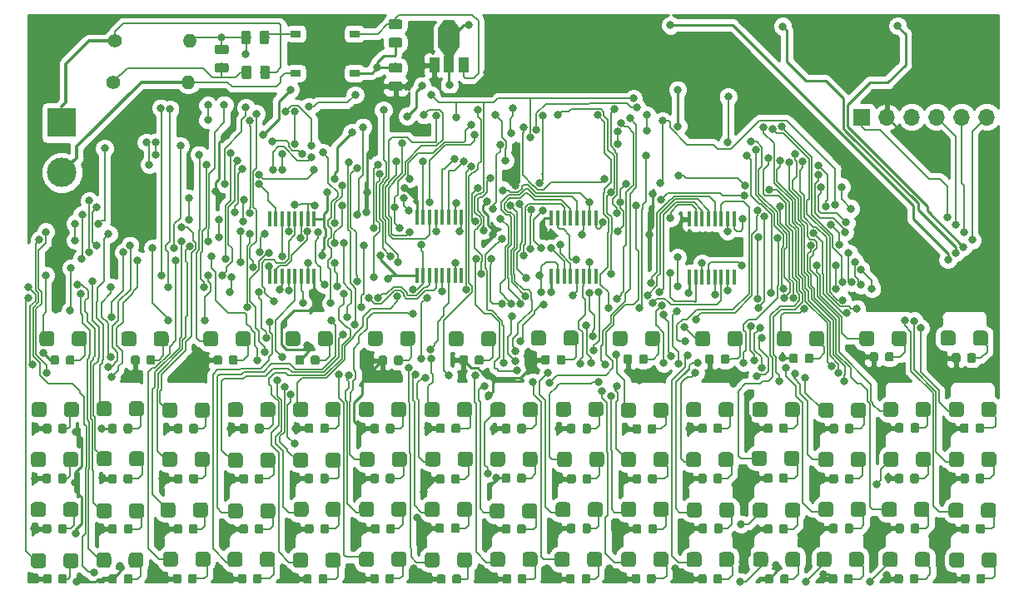
<source format=gbr>
G04 #@! TF.GenerationSoftware,KiCad,Pcbnew,5.0.2-bee76a0~70~ubuntu16.04.1*
G04 #@! TF.CreationDate,2020-01-20T17:48:56-08:00*
G04 #@! TF.ProjectId,clock,636c6f63-6b2e-46b6-9963-61645f706362,rev?*
G04 #@! TF.SameCoordinates,Original*
G04 #@! TF.FileFunction,Copper,L2,Bot*
G04 #@! TF.FilePolarity,Positive*
%FSLAX46Y46*%
G04 Gerber Fmt 4.6, Leading zero omitted, Abs format (unit mm)*
G04 Created by KiCad (PCBNEW 5.0.2-bee76a0~70~ubuntu16.04.1) date Mon 20 Jan 2020 17:48:56 PST*
%MOMM*%
%LPD*%
G01*
G04 APERTURE LIST*
G04 #@! TA.AperFunction,SMDPad,CuDef*
%ADD10R,0.450000X1.500000*%
G04 #@! TD*
G04 #@! TA.AperFunction,Conductor*
%ADD11C,0.100000*%
G04 #@! TD*
G04 #@! TA.AperFunction,SMDPad,CuDef*
%ADD12C,0.975000*%
G04 #@! TD*
G04 #@! TA.AperFunction,SMDPad,CuDef*
%ADD13R,1.000000X0.700000*%
G04 #@! TD*
G04 #@! TA.AperFunction,SMDPad,CuDef*
%ADD14C,0.850000*%
G04 #@! TD*
G04 #@! TA.AperFunction,SMDPad,CuDef*
%ADD15R,1.000000X1.500000*%
G04 #@! TD*
G04 #@! TA.AperFunction,SMDPad,CuDef*
%ADD16R,1.000000X1.800000*%
G04 #@! TD*
G04 #@! TA.AperFunction,SMDPad,CuDef*
%ADD17R,2.200000X1.840000*%
G04 #@! TD*
G04 #@! TA.AperFunction,SMDPad,CuDef*
%ADD18C,1.000000*%
G04 #@! TD*
G04 #@! TA.AperFunction,ComponentPad*
%ADD19C,1.400000*%
G04 #@! TD*
G04 #@! TA.AperFunction,ComponentPad*
%ADD20O,1.400000X1.400000*%
G04 #@! TD*
G04 #@! TA.AperFunction,ComponentPad*
%ADD21C,1.524000*%
G04 #@! TD*
G04 #@! TA.AperFunction,SMDPad,CuDef*
%ADD22C,0.875000*%
G04 #@! TD*
G04 #@! TA.AperFunction,ComponentPad*
%ADD23R,1.700000X1.700000*%
G04 #@! TD*
G04 #@! TA.AperFunction,ComponentPad*
%ADD24O,1.700000X1.700000*%
G04 #@! TD*
G04 #@! TA.AperFunction,ComponentPad*
%ADD25R,3.000000X3.000000*%
G04 #@! TD*
G04 #@! TA.AperFunction,ComponentPad*
%ADD26C,3.000000*%
G04 #@! TD*
G04 #@! TA.AperFunction,ViaPad*
%ADD27C,0.800000*%
G04 #@! TD*
G04 #@! TA.AperFunction,Conductor*
%ADD28C,0.150000*%
G04 #@! TD*
G04 #@! TA.AperFunction,Conductor*
%ADD29C,0.300000*%
G04 #@! TD*
G04 #@! TA.AperFunction,Conductor*
%ADD30C,0.250000*%
G04 #@! TD*
G04 #@! TA.AperFunction,Conductor*
%ADD31C,0.254000*%
G04 #@! TD*
G04 APERTURE END LIST*
D10*
G04 #@! TO.P,U3,16*
G04 #@! TO.N,GND*
X91100400Y-102416000D03*
G04 #@! TO.P,U3,15*
G04 #@! TO.N,LSC*
X91750400Y-102416000D03*
G04 #@! TO.P,U3,14*
G04 #@! TO.N,M55*
X92400400Y-102416000D03*
G04 #@! TO.P,U3,13*
G04 #@! TO.N,M54*
X93050400Y-102416000D03*
G04 #@! TO.P,U3,12*
G04 #@! TO.N,M53*
X93700400Y-102416000D03*
G04 #@! TO.P,U3,11*
G04 #@! TO.N,M52*
X94350400Y-102416000D03*
G04 #@! TO.P,U3,10*
G04 #@! TO.N,SCS*
X95000400Y-102416000D03*
G04 #@! TO.P,U3,9*
G04 #@! TO.N,Net-(U3-Pad9)*
X95650400Y-102416000D03*
G04 #@! TO.P,U3,8*
G04 #@! TO.N,~OE*
X95650400Y-96516000D03*
G04 #@! TO.P,U3,7*
G04 #@! TO.N,OCS*
X95000400Y-96516000D03*
G04 #@! TO.P,U3,6*
G04 #@! TO.N,M51*
X94350400Y-96516000D03*
G04 #@! TO.P,U3,5*
G04 #@! TO.N,M50*
X93700400Y-96516000D03*
G04 #@! TO.P,U3,4*
G04 #@! TO.N,M49*
X93050400Y-96516000D03*
G04 #@! TO.P,U3,3*
G04 #@! TO.N,M48*
X92400400Y-96516000D03*
G04 #@! TO.P,U3,2*
G04 #@! TO.N,SD6*
X91750400Y-96516000D03*
G04 #@! TO.P,U3,1*
G04 #@! TO.N,3v3*
X91100400Y-96516000D03*
G04 #@! TD*
D11*
G04 #@! TO.N,Net-(C1-Pad1)*
G04 #@! TO.C,C1*
G36*
X60366342Y-80962174D02*
X60390003Y-80965684D01*
X60413207Y-80971496D01*
X60435729Y-80979554D01*
X60457353Y-80989782D01*
X60477870Y-81002079D01*
X60497083Y-81016329D01*
X60514807Y-81032393D01*
X60530871Y-81050117D01*
X60545121Y-81069330D01*
X60557418Y-81089847D01*
X60567646Y-81111471D01*
X60575704Y-81133993D01*
X60581516Y-81157197D01*
X60585026Y-81180858D01*
X60586200Y-81204750D01*
X60586200Y-82117250D01*
X60585026Y-82141142D01*
X60581516Y-82164803D01*
X60575704Y-82188007D01*
X60567646Y-82210529D01*
X60557418Y-82232153D01*
X60545121Y-82252670D01*
X60530871Y-82271883D01*
X60514807Y-82289607D01*
X60497083Y-82305671D01*
X60477870Y-82319921D01*
X60457353Y-82332218D01*
X60435729Y-82342446D01*
X60413207Y-82350504D01*
X60390003Y-82356316D01*
X60366342Y-82359826D01*
X60342450Y-82361000D01*
X59854950Y-82361000D01*
X59831058Y-82359826D01*
X59807397Y-82356316D01*
X59784193Y-82350504D01*
X59761671Y-82342446D01*
X59740047Y-82332218D01*
X59719530Y-82319921D01*
X59700317Y-82305671D01*
X59682593Y-82289607D01*
X59666529Y-82271883D01*
X59652279Y-82252670D01*
X59639982Y-82232153D01*
X59629754Y-82210529D01*
X59621696Y-82188007D01*
X59615884Y-82164803D01*
X59612374Y-82141142D01*
X59611200Y-82117250D01*
X59611200Y-81204750D01*
X59612374Y-81180858D01*
X59615884Y-81157197D01*
X59621696Y-81133993D01*
X59629754Y-81111471D01*
X59639982Y-81089847D01*
X59652279Y-81069330D01*
X59666529Y-81050117D01*
X59682593Y-81032393D01*
X59700317Y-81016329D01*
X59719530Y-81002079D01*
X59740047Y-80989782D01*
X59761671Y-80979554D01*
X59784193Y-80971496D01*
X59807397Y-80965684D01*
X59831058Y-80962174D01*
X59854950Y-80961000D01*
X60342450Y-80961000D01*
X60366342Y-80962174D01*
X60366342Y-80962174D01*
G37*
D12*
G04 #@! TD*
G04 #@! TO.P,C1,1*
G04 #@! TO.N,Net-(C1-Pad1)*
X60098700Y-81661000D03*
D11*
G04 #@! TO.N,VO_12*
G04 #@! TO.C,C1*
G36*
X62241342Y-80962174D02*
X62265003Y-80965684D01*
X62288207Y-80971496D01*
X62310729Y-80979554D01*
X62332353Y-80989782D01*
X62352870Y-81002079D01*
X62372083Y-81016329D01*
X62389807Y-81032393D01*
X62405871Y-81050117D01*
X62420121Y-81069330D01*
X62432418Y-81089847D01*
X62442646Y-81111471D01*
X62450704Y-81133993D01*
X62456516Y-81157197D01*
X62460026Y-81180858D01*
X62461200Y-81204750D01*
X62461200Y-82117250D01*
X62460026Y-82141142D01*
X62456516Y-82164803D01*
X62450704Y-82188007D01*
X62442646Y-82210529D01*
X62432418Y-82232153D01*
X62420121Y-82252670D01*
X62405871Y-82271883D01*
X62389807Y-82289607D01*
X62372083Y-82305671D01*
X62352870Y-82319921D01*
X62332353Y-82332218D01*
X62310729Y-82342446D01*
X62288207Y-82350504D01*
X62265003Y-82356316D01*
X62241342Y-82359826D01*
X62217450Y-82361000D01*
X61729950Y-82361000D01*
X61706058Y-82359826D01*
X61682397Y-82356316D01*
X61659193Y-82350504D01*
X61636671Y-82342446D01*
X61615047Y-82332218D01*
X61594530Y-82319921D01*
X61575317Y-82305671D01*
X61557593Y-82289607D01*
X61541529Y-82271883D01*
X61527279Y-82252670D01*
X61514982Y-82232153D01*
X61504754Y-82210529D01*
X61496696Y-82188007D01*
X61490884Y-82164803D01*
X61487374Y-82141142D01*
X61486200Y-82117250D01*
X61486200Y-81204750D01*
X61487374Y-81180858D01*
X61490884Y-81157197D01*
X61496696Y-81133993D01*
X61504754Y-81111471D01*
X61514982Y-81089847D01*
X61527279Y-81069330D01*
X61541529Y-81050117D01*
X61557593Y-81032393D01*
X61575317Y-81016329D01*
X61594530Y-81002079D01*
X61615047Y-80989782D01*
X61636671Y-80979554D01*
X61659193Y-80971496D01*
X61682397Y-80965684D01*
X61706058Y-80962174D01*
X61729950Y-80961000D01*
X62217450Y-80961000D01*
X62241342Y-80962174D01*
X62241342Y-80962174D01*
G37*
D12*
G04 #@! TD*
G04 #@! TO.P,C1,2*
G04 #@! TO.N,VO_12*
X61973700Y-81661000D03*
D11*
G04 #@! TO.N,GND*
G04 #@! TO.C,C2*
G36*
X75714942Y-78152074D02*
X75738603Y-78155584D01*
X75761807Y-78161396D01*
X75784329Y-78169454D01*
X75805953Y-78179682D01*
X75826470Y-78191979D01*
X75845683Y-78206229D01*
X75863407Y-78222293D01*
X75879471Y-78240017D01*
X75893721Y-78259230D01*
X75906018Y-78279747D01*
X75916246Y-78301371D01*
X75924304Y-78323893D01*
X75930116Y-78347097D01*
X75933626Y-78370758D01*
X75934800Y-78394650D01*
X75934800Y-78882150D01*
X75933626Y-78906042D01*
X75930116Y-78929703D01*
X75924304Y-78952907D01*
X75916246Y-78975429D01*
X75906018Y-78997053D01*
X75893721Y-79017570D01*
X75879471Y-79036783D01*
X75863407Y-79054507D01*
X75845683Y-79070571D01*
X75826470Y-79084821D01*
X75805953Y-79097118D01*
X75784329Y-79107346D01*
X75761807Y-79115404D01*
X75738603Y-79121216D01*
X75714942Y-79124726D01*
X75691050Y-79125900D01*
X74778550Y-79125900D01*
X74754658Y-79124726D01*
X74730997Y-79121216D01*
X74707793Y-79115404D01*
X74685271Y-79107346D01*
X74663647Y-79097118D01*
X74643130Y-79084821D01*
X74623917Y-79070571D01*
X74606193Y-79054507D01*
X74590129Y-79036783D01*
X74575879Y-79017570D01*
X74563582Y-78997053D01*
X74553354Y-78975429D01*
X74545296Y-78952907D01*
X74539484Y-78929703D01*
X74535974Y-78906042D01*
X74534800Y-78882150D01*
X74534800Y-78394650D01*
X74535974Y-78370758D01*
X74539484Y-78347097D01*
X74545296Y-78323893D01*
X74553354Y-78301371D01*
X74563582Y-78279747D01*
X74575879Y-78259230D01*
X74590129Y-78240017D01*
X74606193Y-78222293D01*
X74623917Y-78206229D01*
X74643130Y-78191979D01*
X74663647Y-78179682D01*
X74685271Y-78169454D01*
X74707793Y-78161396D01*
X74730997Y-78155584D01*
X74754658Y-78152074D01*
X74778550Y-78150900D01*
X75691050Y-78150900D01*
X75714942Y-78152074D01*
X75714942Y-78152074D01*
G37*
D12*
G04 #@! TD*
G04 #@! TO.P,C2,2*
G04 #@! TO.N,GND*
X75234800Y-78638400D03*
D11*
G04 #@! TO.N,Net-(C2-Pad1)*
G04 #@! TO.C,C2*
G36*
X75714942Y-76277074D02*
X75738603Y-76280584D01*
X75761807Y-76286396D01*
X75784329Y-76294454D01*
X75805953Y-76304682D01*
X75826470Y-76316979D01*
X75845683Y-76331229D01*
X75863407Y-76347293D01*
X75879471Y-76365017D01*
X75893721Y-76384230D01*
X75906018Y-76404747D01*
X75916246Y-76426371D01*
X75924304Y-76448893D01*
X75930116Y-76472097D01*
X75933626Y-76495758D01*
X75934800Y-76519650D01*
X75934800Y-77007150D01*
X75933626Y-77031042D01*
X75930116Y-77054703D01*
X75924304Y-77077907D01*
X75916246Y-77100429D01*
X75906018Y-77122053D01*
X75893721Y-77142570D01*
X75879471Y-77161783D01*
X75863407Y-77179507D01*
X75845683Y-77195571D01*
X75826470Y-77209821D01*
X75805953Y-77222118D01*
X75784329Y-77232346D01*
X75761807Y-77240404D01*
X75738603Y-77246216D01*
X75714942Y-77249726D01*
X75691050Y-77250900D01*
X74778550Y-77250900D01*
X74754658Y-77249726D01*
X74730997Y-77246216D01*
X74707793Y-77240404D01*
X74685271Y-77232346D01*
X74663647Y-77222118D01*
X74643130Y-77209821D01*
X74623917Y-77195571D01*
X74606193Y-77179507D01*
X74590129Y-77161783D01*
X74575879Y-77142570D01*
X74563582Y-77122053D01*
X74553354Y-77100429D01*
X74545296Y-77077907D01*
X74539484Y-77054703D01*
X74535974Y-77031042D01*
X74534800Y-77007150D01*
X74534800Y-76519650D01*
X74535974Y-76495758D01*
X74539484Y-76472097D01*
X74545296Y-76448893D01*
X74553354Y-76426371D01*
X74563582Y-76404747D01*
X74575879Y-76384230D01*
X74590129Y-76365017D01*
X74606193Y-76347293D01*
X74623917Y-76331229D01*
X74643130Y-76316979D01*
X74663647Y-76304682D01*
X74685271Y-76294454D01*
X74707793Y-76286396D01*
X74730997Y-76280584D01*
X74754658Y-76277074D01*
X74778550Y-76275900D01*
X75691050Y-76275900D01*
X75714942Y-76277074D01*
X75714942Y-76277074D01*
G37*
D12*
G04 #@! TD*
G04 #@! TO.P,C2,1*
G04 #@! TO.N,Net-(C2-Pad1)*
X75234800Y-76763400D03*
D11*
G04 #@! TO.N,3v3*
G04 #@! TO.C,C3*
G36*
X75740342Y-82592474D02*
X75764003Y-82595984D01*
X75787207Y-82601796D01*
X75809729Y-82609854D01*
X75831353Y-82620082D01*
X75851870Y-82632379D01*
X75871083Y-82646629D01*
X75888807Y-82662693D01*
X75904871Y-82680417D01*
X75919121Y-82699630D01*
X75931418Y-82720147D01*
X75941646Y-82741771D01*
X75949704Y-82764293D01*
X75955516Y-82787497D01*
X75959026Y-82811158D01*
X75960200Y-82835050D01*
X75960200Y-83322550D01*
X75959026Y-83346442D01*
X75955516Y-83370103D01*
X75949704Y-83393307D01*
X75941646Y-83415829D01*
X75931418Y-83437453D01*
X75919121Y-83457970D01*
X75904871Y-83477183D01*
X75888807Y-83494907D01*
X75871083Y-83510971D01*
X75851870Y-83525221D01*
X75831353Y-83537518D01*
X75809729Y-83547746D01*
X75787207Y-83555804D01*
X75764003Y-83561616D01*
X75740342Y-83565126D01*
X75716450Y-83566300D01*
X74803950Y-83566300D01*
X74780058Y-83565126D01*
X74756397Y-83561616D01*
X74733193Y-83555804D01*
X74710671Y-83547746D01*
X74689047Y-83537518D01*
X74668530Y-83525221D01*
X74649317Y-83510971D01*
X74631593Y-83494907D01*
X74615529Y-83477183D01*
X74601279Y-83457970D01*
X74588982Y-83437453D01*
X74578754Y-83415829D01*
X74570696Y-83393307D01*
X74564884Y-83370103D01*
X74561374Y-83346442D01*
X74560200Y-83322550D01*
X74560200Y-82835050D01*
X74561374Y-82811158D01*
X74564884Y-82787497D01*
X74570696Y-82764293D01*
X74578754Y-82741771D01*
X74588982Y-82720147D01*
X74601279Y-82699630D01*
X74615529Y-82680417D01*
X74631593Y-82662693D01*
X74649317Y-82646629D01*
X74668530Y-82632379D01*
X74689047Y-82620082D01*
X74710671Y-82609854D01*
X74733193Y-82601796D01*
X74756397Y-82595984D01*
X74780058Y-82592474D01*
X74803950Y-82591300D01*
X75716450Y-82591300D01*
X75740342Y-82592474D01*
X75740342Y-82592474D01*
G37*
D12*
G04 #@! TD*
G04 #@! TO.P,C3,1*
G04 #@! TO.N,3v3*
X75260200Y-83078800D03*
D11*
G04 #@! TO.N,GND*
G04 #@! TO.C,C3*
G36*
X75740342Y-80717474D02*
X75764003Y-80720984D01*
X75787207Y-80726796D01*
X75809729Y-80734854D01*
X75831353Y-80745082D01*
X75851870Y-80757379D01*
X75871083Y-80771629D01*
X75888807Y-80787693D01*
X75904871Y-80805417D01*
X75919121Y-80824630D01*
X75931418Y-80845147D01*
X75941646Y-80866771D01*
X75949704Y-80889293D01*
X75955516Y-80912497D01*
X75959026Y-80936158D01*
X75960200Y-80960050D01*
X75960200Y-81447550D01*
X75959026Y-81471442D01*
X75955516Y-81495103D01*
X75949704Y-81518307D01*
X75941646Y-81540829D01*
X75931418Y-81562453D01*
X75919121Y-81582970D01*
X75904871Y-81602183D01*
X75888807Y-81619907D01*
X75871083Y-81635971D01*
X75851870Y-81650221D01*
X75831353Y-81662518D01*
X75809729Y-81672746D01*
X75787207Y-81680804D01*
X75764003Y-81686616D01*
X75740342Y-81690126D01*
X75716450Y-81691300D01*
X74803950Y-81691300D01*
X74780058Y-81690126D01*
X74756397Y-81686616D01*
X74733193Y-81680804D01*
X74710671Y-81672746D01*
X74689047Y-81662518D01*
X74668530Y-81650221D01*
X74649317Y-81635971D01*
X74631593Y-81619907D01*
X74615529Y-81602183D01*
X74601279Y-81582970D01*
X74588982Y-81562453D01*
X74578754Y-81540829D01*
X74570696Y-81518307D01*
X74564884Y-81495103D01*
X74561374Y-81471442D01*
X74560200Y-81447550D01*
X74560200Y-80960050D01*
X74561374Y-80936158D01*
X74564884Y-80912497D01*
X74570696Y-80889293D01*
X74578754Y-80866771D01*
X74588982Y-80845147D01*
X74601279Y-80824630D01*
X74615529Y-80805417D01*
X74631593Y-80787693D01*
X74649317Y-80771629D01*
X74668530Y-80757379D01*
X74689047Y-80745082D01*
X74710671Y-80734854D01*
X74733193Y-80726796D01*
X74756397Y-80720984D01*
X74780058Y-80717474D01*
X74803950Y-80716300D01*
X75716450Y-80716300D01*
X75740342Y-80717474D01*
X75740342Y-80717474D01*
G37*
D12*
G04 #@! TD*
G04 #@! TO.P,C3,2*
G04 #@! TO.N,GND*
X75260200Y-81203800D03*
D13*
G04 #@! TO.P,D1,1*
G04 #@! TO.N,Net-(C2-Pad1)*
X71069200Y-77749400D03*
G04 #@! TO.P,D1,2*
G04 #@! TO.N,GND*
X71069200Y-81749400D03*
G04 #@! TO.P,D1,3*
G04 #@! TO.N,VI_12*
X65119200Y-81749400D03*
G04 #@! TO.P,D1,4*
G04 #@! TO.N,VO_12*
X65119200Y-77749400D03*
G04 #@! TD*
D11*
G04 #@! TO.N,Power_Clk*
G04 #@! TO.C,D2*
G36*
X60313242Y-77406174D02*
X60336903Y-77409684D01*
X60360107Y-77415496D01*
X60382629Y-77423554D01*
X60404253Y-77433782D01*
X60424770Y-77446079D01*
X60443983Y-77460329D01*
X60461707Y-77476393D01*
X60477771Y-77494117D01*
X60492021Y-77513330D01*
X60504318Y-77533847D01*
X60514546Y-77555471D01*
X60522604Y-77577993D01*
X60528416Y-77601197D01*
X60531926Y-77624858D01*
X60533100Y-77648750D01*
X60533100Y-78561250D01*
X60531926Y-78585142D01*
X60528416Y-78608803D01*
X60522604Y-78632007D01*
X60514546Y-78654529D01*
X60504318Y-78676153D01*
X60492021Y-78696670D01*
X60477771Y-78715883D01*
X60461707Y-78733607D01*
X60443983Y-78749671D01*
X60424770Y-78763921D01*
X60404253Y-78776218D01*
X60382629Y-78786446D01*
X60360107Y-78794504D01*
X60336903Y-78800316D01*
X60313242Y-78803826D01*
X60289350Y-78805000D01*
X59801850Y-78805000D01*
X59777958Y-78803826D01*
X59754297Y-78800316D01*
X59731093Y-78794504D01*
X59708571Y-78786446D01*
X59686947Y-78776218D01*
X59666430Y-78763921D01*
X59647217Y-78749671D01*
X59629493Y-78733607D01*
X59613429Y-78715883D01*
X59599179Y-78696670D01*
X59586882Y-78676153D01*
X59576654Y-78654529D01*
X59568596Y-78632007D01*
X59562784Y-78608803D01*
X59559274Y-78585142D01*
X59558100Y-78561250D01*
X59558100Y-77648750D01*
X59559274Y-77624858D01*
X59562784Y-77601197D01*
X59568596Y-77577993D01*
X59576654Y-77555471D01*
X59586882Y-77533847D01*
X59599179Y-77513330D01*
X59613429Y-77494117D01*
X59629493Y-77476393D01*
X59647217Y-77460329D01*
X59666430Y-77446079D01*
X59686947Y-77433782D01*
X59708571Y-77423554D01*
X59731093Y-77415496D01*
X59754297Y-77409684D01*
X59777958Y-77406174D01*
X59801850Y-77405000D01*
X60289350Y-77405000D01*
X60313242Y-77406174D01*
X60313242Y-77406174D01*
G37*
D12*
G04 #@! TD*
G04 #@! TO.P,D2,1*
G04 #@! TO.N,Power_Clk*
X60045600Y-78105000D03*
D11*
G04 #@! TO.N,VO_12*
G04 #@! TO.C,D2*
G36*
X62188242Y-77406174D02*
X62211903Y-77409684D01*
X62235107Y-77415496D01*
X62257629Y-77423554D01*
X62279253Y-77433782D01*
X62299770Y-77446079D01*
X62318983Y-77460329D01*
X62336707Y-77476393D01*
X62352771Y-77494117D01*
X62367021Y-77513330D01*
X62379318Y-77533847D01*
X62389546Y-77555471D01*
X62397604Y-77577993D01*
X62403416Y-77601197D01*
X62406926Y-77624858D01*
X62408100Y-77648750D01*
X62408100Y-78561250D01*
X62406926Y-78585142D01*
X62403416Y-78608803D01*
X62397604Y-78632007D01*
X62389546Y-78654529D01*
X62379318Y-78676153D01*
X62367021Y-78696670D01*
X62352771Y-78715883D01*
X62336707Y-78733607D01*
X62318983Y-78749671D01*
X62299770Y-78763921D01*
X62279253Y-78776218D01*
X62257629Y-78786446D01*
X62235107Y-78794504D01*
X62211903Y-78800316D01*
X62188242Y-78803826D01*
X62164350Y-78805000D01*
X61676850Y-78805000D01*
X61652958Y-78803826D01*
X61629297Y-78800316D01*
X61606093Y-78794504D01*
X61583571Y-78786446D01*
X61561947Y-78776218D01*
X61541430Y-78763921D01*
X61522217Y-78749671D01*
X61504493Y-78733607D01*
X61488429Y-78715883D01*
X61474179Y-78696670D01*
X61461882Y-78676153D01*
X61451654Y-78654529D01*
X61443596Y-78632007D01*
X61437784Y-78608803D01*
X61434274Y-78585142D01*
X61433100Y-78561250D01*
X61433100Y-77648750D01*
X61434274Y-77624858D01*
X61437784Y-77601197D01*
X61443596Y-77577993D01*
X61451654Y-77555471D01*
X61461882Y-77533847D01*
X61474179Y-77513330D01*
X61488429Y-77494117D01*
X61504493Y-77476393D01*
X61522217Y-77460329D01*
X61541430Y-77446079D01*
X61561947Y-77433782D01*
X61583571Y-77423554D01*
X61606093Y-77415496D01*
X61629297Y-77409684D01*
X61652958Y-77406174D01*
X61676850Y-77405000D01*
X62164350Y-77405000D01*
X62188242Y-77406174D01*
X62188242Y-77406174D01*
G37*
D12*
G04 #@! TD*
G04 #@! TO.P,D2,2*
G04 #@! TO.N,VO_12*
X61920600Y-78105000D03*
D11*
G04 #@! TO.N,Net-(C1-Pad1)*
G04 #@! TO.C,D75*
G36*
X58061942Y-80717474D02*
X58085603Y-80720984D01*
X58108807Y-80726796D01*
X58131329Y-80734854D01*
X58152953Y-80745082D01*
X58173470Y-80757379D01*
X58192683Y-80771629D01*
X58210407Y-80787693D01*
X58226471Y-80805417D01*
X58240721Y-80824630D01*
X58253018Y-80845147D01*
X58263246Y-80866771D01*
X58271304Y-80889293D01*
X58277116Y-80912497D01*
X58280626Y-80936158D01*
X58281800Y-80960050D01*
X58281800Y-81447550D01*
X58280626Y-81471442D01*
X58277116Y-81495103D01*
X58271304Y-81518307D01*
X58263246Y-81540829D01*
X58253018Y-81562453D01*
X58240721Y-81582970D01*
X58226471Y-81602183D01*
X58210407Y-81619907D01*
X58192683Y-81635971D01*
X58173470Y-81650221D01*
X58152953Y-81662518D01*
X58131329Y-81672746D01*
X58108807Y-81680804D01*
X58085603Y-81686616D01*
X58061942Y-81690126D01*
X58038050Y-81691300D01*
X57125550Y-81691300D01*
X57101658Y-81690126D01*
X57077997Y-81686616D01*
X57054793Y-81680804D01*
X57032271Y-81672746D01*
X57010647Y-81662518D01*
X56990130Y-81650221D01*
X56970917Y-81635971D01*
X56953193Y-81619907D01*
X56937129Y-81602183D01*
X56922879Y-81582970D01*
X56910582Y-81562453D01*
X56900354Y-81540829D01*
X56892296Y-81518307D01*
X56886484Y-81495103D01*
X56882974Y-81471442D01*
X56881800Y-81447550D01*
X56881800Y-80960050D01*
X56882974Y-80936158D01*
X56886484Y-80912497D01*
X56892296Y-80889293D01*
X56900354Y-80866771D01*
X56910582Y-80845147D01*
X56922879Y-80824630D01*
X56937129Y-80805417D01*
X56953193Y-80787693D01*
X56970917Y-80771629D01*
X56990130Y-80757379D01*
X57010647Y-80745082D01*
X57032271Y-80734854D01*
X57054793Y-80726796D01*
X57077997Y-80720984D01*
X57101658Y-80717474D01*
X57125550Y-80716300D01*
X58038050Y-80716300D01*
X58061942Y-80717474D01*
X58061942Y-80717474D01*
G37*
D12*
G04 #@! TD*
G04 #@! TO.P,D75,2*
G04 #@! TO.N,Net-(C1-Pad1)*
X57581800Y-81203800D03*
D11*
G04 #@! TO.N,Power_Clk*
G04 #@! TO.C,D75*
G36*
X58061942Y-78842474D02*
X58085603Y-78845984D01*
X58108807Y-78851796D01*
X58131329Y-78859854D01*
X58152953Y-78870082D01*
X58173470Y-78882379D01*
X58192683Y-78896629D01*
X58210407Y-78912693D01*
X58226471Y-78930417D01*
X58240721Y-78949630D01*
X58253018Y-78970147D01*
X58263246Y-78991771D01*
X58271304Y-79014293D01*
X58277116Y-79037497D01*
X58280626Y-79061158D01*
X58281800Y-79085050D01*
X58281800Y-79572550D01*
X58280626Y-79596442D01*
X58277116Y-79620103D01*
X58271304Y-79643307D01*
X58263246Y-79665829D01*
X58253018Y-79687453D01*
X58240721Y-79707970D01*
X58226471Y-79727183D01*
X58210407Y-79744907D01*
X58192683Y-79760971D01*
X58173470Y-79775221D01*
X58152953Y-79787518D01*
X58131329Y-79797746D01*
X58108807Y-79805804D01*
X58085603Y-79811616D01*
X58061942Y-79815126D01*
X58038050Y-79816300D01*
X57125550Y-79816300D01*
X57101658Y-79815126D01*
X57077997Y-79811616D01*
X57054793Y-79805804D01*
X57032271Y-79797746D01*
X57010647Y-79787518D01*
X56990130Y-79775221D01*
X56970917Y-79760971D01*
X56953193Y-79744907D01*
X56937129Y-79727183D01*
X56922879Y-79707970D01*
X56910582Y-79687453D01*
X56900354Y-79665829D01*
X56892296Y-79643307D01*
X56886484Y-79620103D01*
X56882974Y-79596442D01*
X56881800Y-79572550D01*
X56881800Y-79085050D01*
X56882974Y-79061158D01*
X56886484Y-79037497D01*
X56892296Y-79014293D01*
X56900354Y-78991771D01*
X56910582Y-78970147D01*
X56922879Y-78949630D01*
X56937129Y-78930417D01*
X56953193Y-78912693D01*
X56970917Y-78896629D01*
X56990130Y-78882379D01*
X57010647Y-78870082D01*
X57032271Y-78859854D01*
X57054793Y-78851796D01*
X57077997Y-78845984D01*
X57101658Y-78842474D01*
X57125550Y-78841300D01*
X58038050Y-78841300D01*
X58061942Y-78842474D01*
X58061942Y-78842474D01*
G37*
D12*
G04 #@! TD*
G04 #@! TO.P,D75,1*
G04 #@! TO.N,Power_Clk*
X57581800Y-79328800D03*
D14*
G04 #@! TO.P,U7,2*
G04 #@! TO.N,GND*
X80695800Y-76784200D03*
D11*
G04 #@! TD*
G04 #@! TO.N,GND*
G04 #@! TO.C,U7*
G36*
X81195800Y-76359200D02*
X81795800Y-77209200D01*
X79595800Y-77209200D01*
X80195800Y-76359200D01*
X81195800Y-76359200D01*
X81195800Y-76359200D01*
G37*
D15*
G04 #@! TO.P,U7,1*
G04 #@! TO.N,Net-(C2-Pad1)*
X82195800Y-80931200D03*
D16*
G04 #@! TO.P,U7,2*
G04 #@! TO.N,GND*
X80695800Y-80784700D03*
D15*
G04 #@! TO.P,U7,3*
G04 #@! TO.N,3v3*
X79195800Y-80931200D03*
D17*
G04 #@! TO.P,U7,2*
G04 #@! TO.N,GND*
X80695800Y-78117700D03*
D18*
X80695800Y-79527400D03*
D11*
G04 #@! TD*
G04 #@! TO.N,GND*
G04 #@! TO.C,U7*
G36*
X80295800Y-80027400D02*
X79595800Y-79027400D01*
X81795800Y-79027400D01*
X81095800Y-80027400D01*
X80295800Y-80027400D01*
X80295800Y-80027400D01*
G37*
D19*
G04 #@! TO.P,R2,1*
G04 #@! TO.N,Net-(C1-Pad1)*
X46558200Y-82651600D03*
D20*
G04 #@! TO.P,R2,2*
G04 #@! TO.N,VI_12*
X54178200Y-82651600D03*
G04 #@! TD*
G04 #@! TO.P,R3,2*
G04 #@! TO.N,Power_Clk*
X54330600Y-78486000D03*
D19*
G04 #@! TO.P,R3,1*
G04 #@! TO.N,VO_12*
X46710600Y-78486000D03*
G04 #@! TD*
D11*
G04 #@! TO.N,M00*
G04 #@! TO.C,D3*
G36*
X39409345Y-115216235D02*
X39446329Y-115221721D01*
X39482598Y-115230806D01*
X39517802Y-115243402D01*
X39551602Y-115259388D01*
X39583672Y-115278610D01*
X39613704Y-115300883D01*
X39641408Y-115325992D01*
X39666517Y-115353696D01*
X39688790Y-115383728D01*
X39708012Y-115415798D01*
X39723998Y-115449598D01*
X39736594Y-115484802D01*
X39745679Y-115521071D01*
X39751165Y-115558055D01*
X39753000Y-115595400D01*
X39753000Y-116357400D01*
X39751165Y-116394745D01*
X39745679Y-116431729D01*
X39736594Y-116467998D01*
X39723998Y-116503202D01*
X39708012Y-116537002D01*
X39688790Y-116569072D01*
X39666517Y-116599104D01*
X39641408Y-116626808D01*
X39613704Y-116651917D01*
X39583672Y-116674190D01*
X39551602Y-116693412D01*
X39517802Y-116709398D01*
X39482598Y-116721994D01*
X39446329Y-116731079D01*
X39409345Y-116736565D01*
X39372000Y-116738400D01*
X38610000Y-116738400D01*
X38572655Y-116736565D01*
X38535671Y-116731079D01*
X38499402Y-116721994D01*
X38464198Y-116709398D01*
X38430398Y-116693412D01*
X38398328Y-116674190D01*
X38368296Y-116651917D01*
X38340592Y-116626808D01*
X38315483Y-116599104D01*
X38293210Y-116569072D01*
X38273988Y-116537002D01*
X38258002Y-116503202D01*
X38245406Y-116467998D01*
X38236321Y-116431729D01*
X38230835Y-116394745D01*
X38229000Y-116357400D01*
X38229000Y-115595400D01*
X38230835Y-115558055D01*
X38236321Y-115521071D01*
X38245406Y-115484802D01*
X38258002Y-115449598D01*
X38273988Y-115415798D01*
X38293210Y-115383728D01*
X38315483Y-115353696D01*
X38340592Y-115325992D01*
X38368296Y-115300883D01*
X38398328Y-115278610D01*
X38430398Y-115259388D01*
X38464198Y-115243402D01*
X38499402Y-115230806D01*
X38535671Y-115221721D01*
X38572655Y-115216235D01*
X38610000Y-115214400D01*
X39372000Y-115214400D01*
X39409345Y-115216235D01*
X39409345Y-115216235D01*
G37*
D21*
G04 #@! TD*
G04 #@! TO.P,D3,1*
G04 #@! TO.N,M00*
X38991000Y-115976400D03*
D11*
G04 #@! TO.N,Net-(D3-Pad2)*
G04 #@! TO.C,D3*
G36*
X42709345Y-115216235D02*
X42746329Y-115221721D01*
X42782598Y-115230806D01*
X42817802Y-115243402D01*
X42851602Y-115259388D01*
X42883672Y-115278610D01*
X42913704Y-115300883D01*
X42941408Y-115325992D01*
X42966517Y-115353696D01*
X42988790Y-115383728D01*
X43008012Y-115415798D01*
X43023998Y-115449598D01*
X43036594Y-115484802D01*
X43045679Y-115521071D01*
X43051165Y-115558055D01*
X43053000Y-115595400D01*
X43053000Y-116357400D01*
X43051165Y-116394745D01*
X43045679Y-116431729D01*
X43036594Y-116467998D01*
X43023998Y-116503202D01*
X43008012Y-116537002D01*
X42988790Y-116569072D01*
X42966517Y-116599104D01*
X42941408Y-116626808D01*
X42913704Y-116651917D01*
X42883672Y-116674190D01*
X42851602Y-116693412D01*
X42817802Y-116709398D01*
X42782598Y-116721994D01*
X42746329Y-116731079D01*
X42709345Y-116736565D01*
X42672000Y-116738400D01*
X41910000Y-116738400D01*
X41872655Y-116736565D01*
X41835671Y-116731079D01*
X41799402Y-116721994D01*
X41764198Y-116709398D01*
X41730398Y-116693412D01*
X41698328Y-116674190D01*
X41668296Y-116651917D01*
X41640592Y-116626808D01*
X41615483Y-116599104D01*
X41593210Y-116569072D01*
X41573988Y-116537002D01*
X41558002Y-116503202D01*
X41545406Y-116467998D01*
X41536321Y-116431729D01*
X41530835Y-116394745D01*
X41529000Y-116357400D01*
X41529000Y-115595400D01*
X41530835Y-115558055D01*
X41536321Y-115521071D01*
X41545406Y-115484802D01*
X41558002Y-115449598D01*
X41573988Y-115415798D01*
X41593210Y-115383728D01*
X41615483Y-115353696D01*
X41640592Y-115325992D01*
X41668296Y-115300883D01*
X41698328Y-115278610D01*
X41730398Y-115259388D01*
X41764198Y-115243402D01*
X41799402Y-115230806D01*
X41835671Y-115221721D01*
X41872655Y-115216235D01*
X41910000Y-115214400D01*
X42672000Y-115214400D01*
X42709345Y-115216235D01*
X42709345Y-115216235D01*
G37*
D21*
G04 #@! TD*
G04 #@! TO.P,D3,2*
G04 #@! TO.N,Net-(D3-Pad2)*
X42291000Y-115976400D03*
D11*
G04 #@! TO.N,M16*
G04 #@! TO.C,D4*
G36*
X46062145Y-120220035D02*
X46099129Y-120225521D01*
X46135398Y-120234606D01*
X46170602Y-120247202D01*
X46204402Y-120263188D01*
X46236472Y-120282410D01*
X46266504Y-120304683D01*
X46294208Y-120329792D01*
X46319317Y-120357496D01*
X46341590Y-120387528D01*
X46360812Y-120419598D01*
X46376798Y-120453398D01*
X46389394Y-120488602D01*
X46398479Y-120524871D01*
X46403965Y-120561855D01*
X46405800Y-120599200D01*
X46405800Y-121361200D01*
X46403965Y-121398545D01*
X46398479Y-121435529D01*
X46389394Y-121471798D01*
X46376798Y-121507002D01*
X46360812Y-121540802D01*
X46341590Y-121572872D01*
X46319317Y-121602904D01*
X46294208Y-121630608D01*
X46266504Y-121655717D01*
X46236472Y-121677990D01*
X46204402Y-121697212D01*
X46170602Y-121713198D01*
X46135398Y-121725794D01*
X46099129Y-121734879D01*
X46062145Y-121740365D01*
X46024800Y-121742200D01*
X45262800Y-121742200D01*
X45225455Y-121740365D01*
X45188471Y-121734879D01*
X45152202Y-121725794D01*
X45116998Y-121713198D01*
X45083198Y-121697212D01*
X45051128Y-121677990D01*
X45021096Y-121655717D01*
X44993392Y-121630608D01*
X44968283Y-121602904D01*
X44946010Y-121572872D01*
X44926788Y-121540802D01*
X44910802Y-121507002D01*
X44898206Y-121471798D01*
X44889121Y-121435529D01*
X44883635Y-121398545D01*
X44881800Y-121361200D01*
X44881800Y-120599200D01*
X44883635Y-120561855D01*
X44889121Y-120524871D01*
X44898206Y-120488602D01*
X44910802Y-120453398D01*
X44926788Y-120419598D01*
X44946010Y-120387528D01*
X44968283Y-120357496D01*
X44993392Y-120329792D01*
X45021096Y-120304683D01*
X45051128Y-120282410D01*
X45083198Y-120263188D01*
X45116998Y-120247202D01*
X45152202Y-120234606D01*
X45188471Y-120225521D01*
X45225455Y-120220035D01*
X45262800Y-120218200D01*
X46024800Y-120218200D01*
X46062145Y-120220035D01*
X46062145Y-120220035D01*
G37*
D21*
G04 #@! TD*
G04 #@! TO.P,D4,1*
G04 #@! TO.N,M16*
X45643800Y-120980200D03*
D11*
G04 #@! TO.N,Net-(D4-Pad2)*
G04 #@! TO.C,D4*
G36*
X49362145Y-120220035D02*
X49399129Y-120225521D01*
X49435398Y-120234606D01*
X49470602Y-120247202D01*
X49504402Y-120263188D01*
X49536472Y-120282410D01*
X49566504Y-120304683D01*
X49594208Y-120329792D01*
X49619317Y-120357496D01*
X49641590Y-120387528D01*
X49660812Y-120419598D01*
X49676798Y-120453398D01*
X49689394Y-120488602D01*
X49698479Y-120524871D01*
X49703965Y-120561855D01*
X49705800Y-120599200D01*
X49705800Y-121361200D01*
X49703965Y-121398545D01*
X49698479Y-121435529D01*
X49689394Y-121471798D01*
X49676798Y-121507002D01*
X49660812Y-121540802D01*
X49641590Y-121572872D01*
X49619317Y-121602904D01*
X49594208Y-121630608D01*
X49566504Y-121655717D01*
X49536472Y-121677990D01*
X49504402Y-121697212D01*
X49470602Y-121713198D01*
X49435398Y-121725794D01*
X49399129Y-121734879D01*
X49362145Y-121740365D01*
X49324800Y-121742200D01*
X48562800Y-121742200D01*
X48525455Y-121740365D01*
X48488471Y-121734879D01*
X48452202Y-121725794D01*
X48416998Y-121713198D01*
X48383198Y-121697212D01*
X48351128Y-121677990D01*
X48321096Y-121655717D01*
X48293392Y-121630608D01*
X48268283Y-121602904D01*
X48246010Y-121572872D01*
X48226788Y-121540802D01*
X48210802Y-121507002D01*
X48198206Y-121471798D01*
X48189121Y-121435529D01*
X48183635Y-121398545D01*
X48181800Y-121361200D01*
X48181800Y-120599200D01*
X48183635Y-120561855D01*
X48189121Y-120524871D01*
X48198206Y-120488602D01*
X48210802Y-120453398D01*
X48226788Y-120419598D01*
X48246010Y-120387528D01*
X48268283Y-120357496D01*
X48293392Y-120329792D01*
X48321096Y-120304683D01*
X48351128Y-120282410D01*
X48383198Y-120263188D01*
X48416998Y-120247202D01*
X48452202Y-120234606D01*
X48488471Y-120225521D01*
X48525455Y-120220035D01*
X48562800Y-120218200D01*
X49324800Y-120218200D01*
X49362145Y-120220035D01*
X49362145Y-120220035D01*
G37*
D21*
G04 #@! TD*
G04 #@! TO.P,D4,2*
G04 #@! TO.N,Net-(D4-Pad2)*
X48943800Y-120980200D03*
D11*
G04 #@! TO.N,M32*
G04 #@! TO.C,D5*
G36*
X52539145Y-125427035D02*
X52576129Y-125432521D01*
X52612398Y-125441606D01*
X52647602Y-125454202D01*
X52681402Y-125470188D01*
X52713472Y-125489410D01*
X52743504Y-125511683D01*
X52771208Y-125536792D01*
X52796317Y-125564496D01*
X52818590Y-125594528D01*
X52837812Y-125626598D01*
X52853798Y-125660398D01*
X52866394Y-125695602D01*
X52875479Y-125731871D01*
X52880965Y-125768855D01*
X52882800Y-125806200D01*
X52882800Y-126568200D01*
X52880965Y-126605545D01*
X52875479Y-126642529D01*
X52866394Y-126678798D01*
X52853798Y-126714002D01*
X52837812Y-126747802D01*
X52818590Y-126779872D01*
X52796317Y-126809904D01*
X52771208Y-126837608D01*
X52743504Y-126862717D01*
X52713472Y-126884990D01*
X52681402Y-126904212D01*
X52647602Y-126920198D01*
X52612398Y-126932794D01*
X52576129Y-126941879D01*
X52539145Y-126947365D01*
X52501800Y-126949200D01*
X51739800Y-126949200D01*
X51702455Y-126947365D01*
X51665471Y-126941879D01*
X51629202Y-126932794D01*
X51593998Y-126920198D01*
X51560198Y-126904212D01*
X51528128Y-126884990D01*
X51498096Y-126862717D01*
X51470392Y-126837608D01*
X51445283Y-126809904D01*
X51423010Y-126779872D01*
X51403788Y-126747802D01*
X51387802Y-126714002D01*
X51375206Y-126678798D01*
X51366121Y-126642529D01*
X51360635Y-126605545D01*
X51358800Y-126568200D01*
X51358800Y-125806200D01*
X51360635Y-125768855D01*
X51366121Y-125731871D01*
X51375206Y-125695602D01*
X51387802Y-125660398D01*
X51403788Y-125626598D01*
X51423010Y-125594528D01*
X51445283Y-125564496D01*
X51470392Y-125536792D01*
X51498096Y-125511683D01*
X51528128Y-125489410D01*
X51560198Y-125470188D01*
X51593998Y-125454202D01*
X51629202Y-125441606D01*
X51665471Y-125432521D01*
X51702455Y-125427035D01*
X51739800Y-125425200D01*
X52501800Y-125425200D01*
X52539145Y-125427035D01*
X52539145Y-125427035D01*
G37*
D21*
G04 #@! TD*
G04 #@! TO.P,D5,1*
G04 #@! TO.N,M32*
X52120800Y-126187200D03*
D11*
G04 #@! TO.N,Net-(D5-Pad2)*
G04 #@! TO.C,D5*
G36*
X55839145Y-125427035D02*
X55876129Y-125432521D01*
X55912398Y-125441606D01*
X55947602Y-125454202D01*
X55981402Y-125470188D01*
X56013472Y-125489410D01*
X56043504Y-125511683D01*
X56071208Y-125536792D01*
X56096317Y-125564496D01*
X56118590Y-125594528D01*
X56137812Y-125626598D01*
X56153798Y-125660398D01*
X56166394Y-125695602D01*
X56175479Y-125731871D01*
X56180965Y-125768855D01*
X56182800Y-125806200D01*
X56182800Y-126568200D01*
X56180965Y-126605545D01*
X56175479Y-126642529D01*
X56166394Y-126678798D01*
X56153798Y-126714002D01*
X56137812Y-126747802D01*
X56118590Y-126779872D01*
X56096317Y-126809904D01*
X56071208Y-126837608D01*
X56043504Y-126862717D01*
X56013472Y-126884990D01*
X55981402Y-126904212D01*
X55947602Y-126920198D01*
X55912398Y-126932794D01*
X55876129Y-126941879D01*
X55839145Y-126947365D01*
X55801800Y-126949200D01*
X55039800Y-126949200D01*
X55002455Y-126947365D01*
X54965471Y-126941879D01*
X54929202Y-126932794D01*
X54893998Y-126920198D01*
X54860198Y-126904212D01*
X54828128Y-126884990D01*
X54798096Y-126862717D01*
X54770392Y-126837608D01*
X54745283Y-126809904D01*
X54723010Y-126779872D01*
X54703788Y-126747802D01*
X54687802Y-126714002D01*
X54675206Y-126678798D01*
X54666121Y-126642529D01*
X54660635Y-126605545D01*
X54658800Y-126568200D01*
X54658800Y-125806200D01*
X54660635Y-125768855D01*
X54666121Y-125731871D01*
X54675206Y-125695602D01*
X54687802Y-125660398D01*
X54703788Y-125626598D01*
X54723010Y-125594528D01*
X54745283Y-125564496D01*
X54770392Y-125536792D01*
X54798096Y-125511683D01*
X54828128Y-125489410D01*
X54860198Y-125470188D01*
X54893998Y-125454202D01*
X54929202Y-125441606D01*
X54965471Y-125432521D01*
X55002455Y-125427035D01*
X55039800Y-125425200D01*
X55801800Y-125425200D01*
X55839145Y-125427035D01*
X55839145Y-125427035D01*
G37*
D21*
G04 #@! TD*
G04 #@! TO.P,D5,2*
G04 #@! TO.N,Net-(D5-Pad2)*
X55420800Y-126187200D03*
D11*
G04 #@! TO.N,M48*
G04 #@! TO.C,D6*
G36*
X59347345Y-130456235D02*
X59384329Y-130461721D01*
X59420598Y-130470806D01*
X59455802Y-130483402D01*
X59489602Y-130499388D01*
X59521672Y-130518610D01*
X59551704Y-130540883D01*
X59579408Y-130565992D01*
X59604517Y-130593696D01*
X59626790Y-130623728D01*
X59646012Y-130655798D01*
X59661998Y-130689598D01*
X59674594Y-130724802D01*
X59683679Y-130761071D01*
X59689165Y-130798055D01*
X59691000Y-130835400D01*
X59691000Y-131597400D01*
X59689165Y-131634745D01*
X59683679Y-131671729D01*
X59674594Y-131707998D01*
X59661998Y-131743202D01*
X59646012Y-131777002D01*
X59626790Y-131809072D01*
X59604517Y-131839104D01*
X59579408Y-131866808D01*
X59551704Y-131891917D01*
X59521672Y-131914190D01*
X59489602Y-131933412D01*
X59455802Y-131949398D01*
X59420598Y-131961994D01*
X59384329Y-131971079D01*
X59347345Y-131976565D01*
X59310000Y-131978400D01*
X58548000Y-131978400D01*
X58510655Y-131976565D01*
X58473671Y-131971079D01*
X58437402Y-131961994D01*
X58402198Y-131949398D01*
X58368398Y-131933412D01*
X58336328Y-131914190D01*
X58306296Y-131891917D01*
X58278592Y-131866808D01*
X58253483Y-131839104D01*
X58231210Y-131809072D01*
X58211988Y-131777002D01*
X58196002Y-131743202D01*
X58183406Y-131707998D01*
X58174321Y-131671729D01*
X58168835Y-131634745D01*
X58167000Y-131597400D01*
X58167000Y-130835400D01*
X58168835Y-130798055D01*
X58174321Y-130761071D01*
X58183406Y-130724802D01*
X58196002Y-130689598D01*
X58211988Y-130655798D01*
X58231210Y-130623728D01*
X58253483Y-130593696D01*
X58278592Y-130565992D01*
X58306296Y-130540883D01*
X58336328Y-130518610D01*
X58368398Y-130499388D01*
X58402198Y-130483402D01*
X58437402Y-130470806D01*
X58473671Y-130461721D01*
X58510655Y-130456235D01*
X58548000Y-130454400D01*
X59310000Y-130454400D01*
X59347345Y-130456235D01*
X59347345Y-130456235D01*
G37*
D21*
G04 #@! TD*
G04 #@! TO.P,D6,1*
G04 #@! TO.N,M48*
X58929000Y-131216400D03*
D11*
G04 #@! TO.N,Net-(D6-Pad2)*
G04 #@! TO.C,D6*
G36*
X62647345Y-130456235D02*
X62684329Y-130461721D01*
X62720598Y-130470806D01*
X62755802Y-130483402D01*
X62789602Y-130499388D01*
X62821672Y-130518610D01*
X62851704Y-130540883D01*
X62879408Y-130565992D01*
X62904517Y-130593696D01*
X62926790Y-130623728D01*
X62946012Y-130655798D01*
X62961998Y-130689598D01*
X62974594Y-130724802D01*
X62983679Y-130761071D01*
X62989165Y-130798055D01*
X62991000Y-130835400D01*
X62991000Y-131597400D01*
X62989165Y-131634745D01*
X62983679Y-131671729D01*
X62974594Y-131707998D01*
X62961998Y-131743202D01*
X62946012Y-131777002D01*
X62926790Y-131809072D01*
X62904517Y-131839104D01*
X62879408Y-131866808D01*
X62851704Y-131891917D01*
X62821672Y-131914190D01*
X62789602Y-131933412D01*
X62755802Y-131949398D01*
X62720598Y-131961994D01*
X62684329Y-131971079D01*
X62647345Y-131976565D01*
X62610000Y-131978400D01*
X61848000Y-131978400D01*
X61810655Y-131976565D01*
X61773671Y-131971079D01*
X61737402Y-131961994D01*
X61702198Y-131949398D01*
X61668398Y-131933412D01*
X61636328Y-131914190D01*
X61606296Y-131891917D01*
X61578592Y-131866808D01*
X61553483Y-131839104D01*
X61531210Y-131809072D01*
X61511988Y-131777002D01*
X61496002Y-131743202D01*
X61483406Y-131707998D01*
X61474321Y-131671729D01*
X61468835Y-131634745D01*
X61467000Y-131597400D01*
X61467000Y-130835400D01*
X61468835Y-130798055D01*
X61474321Y-130761071D01*
X61483406Y-130724802D01*
X61496002Y-130689598D01*
X61511988Y-130655798D01*
X61531210Y-130623728D01*
X61553483Y-130593696D01*
X61578592Y-130565992D01*
X61606296Y-130540883D01*
X61636328Y-130518610D01*
X61668398Y-130499388D01*
X61702198Y-130483402D01*
X61737402Y-130470806D01*
X61773671Y-130461721D01*
X61810655Y-130456235D01*
X61848000Y-130454400D01*
X62610000Y-130454400D01*
X62647345Y-130456235D01*
X62647345Y-130456235D01*
G37*
D21*
G04 #@! TD*
G04 #@! TO.P,D6,2*
G04 #@! TO.N,Net-(D6-Pad2)*
X62229000Y-131216400D03*
D11*
G04 #@! TO.N,H05*
G04 #@! TO.C,D7*
G36*
X73597745Y-107977235D02*
X73634729Y-107982721D01*
X73670998Y-107991806D01*
X73706202Y-108004402D01*
X73740002Y-108020388D01*
X73772072Y-108039610D01*
X73802104Y-108061883D01*
X73829808Y-108086992D01*
X73854917Y-108114696D01*
X73877190Y-108144728D01*
X73896412Y-108176798D01*
X73912398Y-108210598D01*
X73924994Y-108245802D01*
X73934079Y-108282071D01*
X73939565Y-108319055D01*
X73941400Y-108356400D01*
X73941400Y-109118400D01*
X73939565Y-109155745D01*
X73934079Y-109192729D01*
X73924994Y-109228998D01*
X73912398Y-109264202D01*
X73896412Y-109298002D01*
X73877190Y-109330072D01*
X73854917Y-109360104D01*
X73829808Y-109387808D01*
X73802104Y-109412917D01*
X73772072Y-109435190D01*
X73740002Y-109454412D01*
X73706202Y-109470398D01*
X73670998Y-109482994D01*
X73634729Y-109492079D01*
X73597745Y-109497565D01*
X73560400Y-109499400D01*
X72798400Y-109499400D01*
X72761055Y-109497565D01*
X72724071Y-109492079D01*
X72687802Y-109482994D01*
X72652598Y-109470398D01*
X72618798Y-109454412D01*
X72586728Y-109435190D01*
X72556696Y-109412917D01*
X72528992Y-109387808D01*
X72503883Y-109360104D01*
X72481610Y-109330072D01*
X72462388Y-109298002D01*
X72446402Y-109264202D01*
X72433806Y-109228998D01*
X72424721Y-109192729D01*
X72419235Y-109155745D01*
X72417400Y-109118400D01*
X72417400Y-108356400D01*
X72419235Y-108319055D01*
X72424721Y-108282071D01*
X72433806Y-108245802D01*
X72446402Y-108210598D01*
X72462388Y-108176798D01*
X72481610Y-108144728D01*
X72503883Y-108114696D01*
X72528992Y-108086992D01*
X72556696Y-108061883D01*
X72586728Y-108039610D01*
X72618798Y-108020388D01*
X72652598Y-108004402D01*
X72687802Y-107991806D01*
X72724071Y-107982721D01*
X72761055Y-107977235D01*
X72798400Y-107975400D01*
X73560400Y-107975400D01*
X73597745Y-107977235D01*
X73597745Y-107977235D01*
G37*
D21*
G04 #@! TD*
G04 #@! TO.P,D7,1*
G04 #@! TO.N,H05*
X73179400Y-108737400D03*
D11*
G04 #@! TO.N,Net-(D7-Pad2)*
G04 #@! TO.C,D7*
G36*
X76897745Y-107977235D02*
X76934729Y-107982721D01*
X76970998Y-107991806D01*
X77006202Y-108004402D01*
X77040002Y-108020388D01*
X77072072Y-108039610D01*
X77102104Y-108061883D01*
X77129808Y-108086992D01*
X77154917Y-108114696D01*
X77177190Y-108144728D01*
X77196412Y-108176798D01*
X77212398Y-108210598D01*
X77224994Y-108245802D01*
X77234079Y-108282071D01*
X77239565Y-108319055D01*
X77241400Y-108356400D01*
X77241400Y-109118400D01*
X77239565Y-109155745D01*
X77234079Y-109192729D01*
X77224994Y-109228998D01*
X77212398Y-109264202D01*
X77196412Y-109298002D01*
X77177190Y-109330072D01*
X77154917Y-109360104D01*
X77129808Y-109387808D01*
X77102104Y-109412917D01*
X77072072Y-109435190D01*
X77040002Y-109454412D01*
X77006202Y-109470398D01*
X76970998Y-109482994D01*
X76934729Y-109492079D01*
X76897745Y-109497565D01*
X76860400Y-109499400D01*
X76098400Y-109499400D01*
X76061055Y-109497565D01*
X76024071Y-109492079D01*
X75987802Y-109482994D01*
X75952598Y-109470398D01*
X75918798Y-109454412D01*
X75886728Y-109435190D01*
X75856696Y-109412917D01*
X75828992Y-109387808D01*
X75803883Y-109360104D01*
X75781610Y-109330072D01*
X75762388Y-109298002D01*
X75746402Y-109264202D01*
X75733806Y-109228998D01*
X75724721Y-109192729D01*
X75719235Y-109155745D01*
X75717400Y-109118400D01*
X75717400Y-108356400D01*
X75719235Y-108319055D01*
X75724721Y-108282071D01*
X75733806Y-108245802D01*
X75746402Y-108210598D01*
X75762388Y-108176798D01*
X75781610Y-108144728D01*
X75803883Y-108114696D01*
X75828992Y-108086992D01*
X75856696Y-108061883D01*
X75886728Y-108039610D01*
X75918798Y-108020388D01*
X75952598Y-108004402D01*
X75987802Y-107991806D01*
X76024071Y-107982721D01*
X76061055Y-107977235D01*
X76098400Y-107975400D01*
X76860400Y-107975400D01*
X76897745Y-107977235D01*
X76897745Y-107977235D01*
G37*
D21*
G04 #@! TD*
G04 #@! TO.P,D7,2*
G04 #@! TO.N,Net-(D7-Pad2)*
X76479400Y-108737400D03*
D11*
G04 #@! TO.N,Net-(D8-Pad2)*
G04 #@! TO.C,D8*
G36*
X49338745Y-115140035D02*
X49375729Y-115145521D01*
X49411998Y-115154606D01*
X49447202Y-115167202D01*
X49481002Y-115183188D01*
X49513072Y-115202410D01*
X49543104Y-115224683D01*
X49570808Y-115249792D01*
X49595917Y-115277496D01*
X49618190Y-115307528D01*
X49637412Y-115339598D01*
X49653398Y-115373398D01*
X49665994Y-115408602D01*
X49675079Y-115444871D01*
X49680565Y-115481855D01*
X49682400Y-115519200D01*
X49682400Y-116281200D01*
X49680565Y-116318545D01*
X49675079Y-116355529D01*
X49665994Y-116391798D01*
X49653398Y-116427002D01*
X49637412Y-116460802D01*
X49618190Y-116492872D01*
X49595917Y-116522904D01*
X49570808Y-116550608D01*
X49543104Y-116575717D01*
X49513072Y-116597990D01*
X49481002Y-116617212D01*
X49447202Y-116633198D01*
X49411998Y-116645794D01*
X49375729Y-116654879D01*
X49338745Y-116660365D01*
X49301400Y-116662200D01*
X48539400Y-116662200D01*
X48502055Y-116660365D01*
X48465071Y-116654879D01*
X48428802Y-116645794D01*
X48393598Y-116633198D01*
X48359798Y-116617212D01*
X48327728Y-116597990D01*
X48297696Y-116575717D01*
X48269992Y-116550608D01*
X48244883Y-116522904D01*
X48222610Y-116492872D01*
X48203388Y-116460802D01*
X48187402Y-116427002D01*
X48174806Y-116391798D01*
X48165721Y-116355529D01*
X48160235Y-116318545D01*
X48158400Y-116281200D01*
X48158400Y-115519200D01*
X48160235Y-115481855D01*
X48165721Y-115444871D01*
X48174806Y-115408602D01*
X48187402Y-115373398D01*
X48203388Y-115339598D01*
X48222610Y-115307528D01*
X48244883Y-115277496D01*
X48269992Y-115249792D01*
X48297696Y-115224683D01*
X48327728Y-115202410D01*
X48359798Y-115183188D01*
X48393598Y-115167202D01*
X48428802Y-115154606D01*
X48465071Y-115145521D01*
X48502055Y-115140035D01*
X48539400Y-115138200D01*
X49301400Y-115138200D01*
X49338745Y-115140035D01*
X49338745Y-115140035D01*
G37*
D21*
G04 #@! TD*
G04 #@! TO.P,D8,2*
G04 #@! TO.N,Net-(D8-Pad2)*
X48920400Y-115900200D03*
D11*
G04 #@! TO.N,M01*
G04 #@! TO.C,D8*
G36*
X46038745Y-115140035D02*
X46075729Y-115145521D01*
X46111998Y-115154606D01*
X46147202Y-115167202D01*
X46181002Y-115183188D01*
X46213072Y-115202410D01*
X46243104Y-115224683D01*
X46270808Y-115249792D01*
X46295917Y-115277496D01*
X46318190Y-115307528D01*
X46337412Y-115339598D01*
X46353398Y-115373398D01*
X46365994Y-115408602D01*
X46375079Y-115444871D01*
X46380565Y-115481855D01*
X46382400Y-115519200D01*
X46382400Y-116281200D01*
X46380565Y-116318545D01*
X46375079Y-116355529D01*
X46365994Y-116391798D01*
X46353398Y-116427002D01*
X46337412Y-116460802D01*
X46318190Y-116492872D01*
X46295917Y-116522904D01*
X46270808Y-116550608D01*
X46243104Y-116575717D01*
X46213072Y-116597990D01*
X46181002Y-116617212D01*
X46147202Y-116633198D01*
X46111998Y-116645794D01*
X46075729Y-116654879D01*
X46038745Y-116660365D01*
X46001400Y-116662200D01*
X45239400Y-116662200D01*
X45202055Y-116660365D01*
X45165071Y-116654879D01*
X45128802Y-116645794D01*
X45093598Y-116633198D01*
X45059798Y-116617212D01*
X45027728Y-116597990D01*
X44997696Y-116575717D01*
X44969992Y-116550608D01*
X44944883Y-116522904D01*
X44922610Y-116492872D01*
X44903388Y-116460802D01*
X44887402Y-116427002D01*
X44874806Y-116391798D01*
X44865721Y-116355529D01*
X44860235Y-116318545D01*
X44858400Y-116281200D01*
X44858400Y-115519200D01*
X44860235Y-115481855D01*
X44865721Y-115444871D01*
X44874806Y-115408602D01*
X44887402Y-115373398D01*
X44903388Y-115339598D01*
X44922610Y-115307528D01*
X44944883Y-115277496D01*
X44969992Y-115249792D01*
X44997696Y-115224683D01*
X45027728Y-115202410D01*
X45059798Y-115183188D01*
X45093598Y-115167202D01*
X45128802Y-115154606D01*
X45165071Y-115145521D01*
X45202055Y-115140035D01*
X45239400Y-115138200D01*
X46001400Y-115138200D01*
X46038745Y-115140035D01*
X46038745Y-115140035D01*
G37*
D21*
G04 #@! TD*
G04 #@! TO.P,D8,1*
G04 #@! TO.N,M01*
X45620400Y-115900200D03*
D11*
G04 #@! TO.N,Net-(D9-Pad2)*
G04 #@! TO.C,D9*
G36*
X55991545Y-120270835D02*
X56028529Y-120276321D01*
X56064798Y-120285406D01*
X56100002Y-120298002D01*
X56133802Y-120313988D01*
X56165872Y-120333210D01*
X56195904Y-120355483D01*
X56223608Y-120380592D01*
X56248717Y-120408296D01*
X56270990Y-120438328D01*
X56290212Y-120470398D01*
X56306198Y-120504198D01*
X56318794Y-120539402D01*
X56327879Y-120575671D01*
X56333365Y-120612655D01*
X56335200Y-120650000D01*
X56335200Y-121412000D01*
X56333365Y-121449345D01*
X56327879Y-121486329D01*
X56318794Y-121522598D01*
X56306198Y-121557802D01*
X56290212Y-121591602D01*
X56270990Y-121623672D01*
X56248717Y-121653704D01*
X56223608Y-121681408D01*
X56195904Y-121706517D01*
X56165872Y-121728790D01*
X56133802Y-121748012D01*
X56100002Y-121763998D01*
X56064798Y-121776594D01*
X56028529Y-121785679D01*
X55991545Y-121791165D01*
X55954200Y-121793000D01*
X55192200Y-121793000D01*
X55154855Y-121791165D01*
X55117871Y-121785679D01*
X55081602Y-121776594D01*
X55046398Y-121763998D01*
X55012598Y-121748012D01*
X54980528Y-121728790D01*
X54950496Y-121706517D01*
X54922792Y-121681408D01*
X54897683Y-121653704D01*
X54875410Y-121623672D01*
X54856188Y-121591602D01*
X54840202Y-121557802D01*
X54827606Y-121522598D01*
X54818521Y-121486329D01*
X54813035Y-121449345D01*
X54811200Y-121412000D01*
X54811200Y-120650000D01*
X54813035Y-120612655D01*
X54818521Y-120575671D01*
X54827606Y-120539402D01*
X54840202Y-120504198D01*
X54856188Y-120470398D01*
X54875410Y-120438328D01*
X54897683Y-120408296D01*
X54922792Y-120380592D01*
X54950496Y-120355483D01*
X54980528Y-120333210D01*
X55012598Y-120313988D01*
X55046398Y-120298002D01*
X55081602Y-120285406D01*
X55117871Y-120276321D01*
X55154855Y-120270835D01*
X55192200Y-120269000D01*
X55954200Y-120269000D01*
X55991545Y-120270835D01*
X55991545Y-120270835D01*
G37*
D21*
G04 #@! TD*
G04 #@! TO.P,D9,2*
G04 #@! TO.N,Net-(D9-Pad2)*
X55573200Y-121031000D03*
D11*
G04 #@! TO.N,M17*
G04 #@! TO.C,D9*
G36*
X52691545Y-120270835D02*
X52728529Y-120276321D01*
X52764798Y-120285406D01*
X52800002Y-120298002D01*
X52833802Y-120313988D01*
X52865872Y-120333210D01*
X52895904Y-120355483D01*
X52923608Y-120380592D01*
X52948717Y-120408296D01*
X52970990Y-120438328D01*
X52990212Y-120470398D01*
X53006198Y-120504198D01*
X53018794Y-120539402D01*
X53027879Y-120575671D01*
X53033365Y-120612655D01*
X53035200Y-120650000D01*
X53035200Y-121412000D01*
X53033365Y-121449345D01*
X53027879Y-121486329D01*
X53018794Y-121522598D01*
X53006198Y-121557802D01*
X52990212Y-121591602D01*
X52970990Y-121623672D01*
X52948717Y-121653704D01*
X52923608Y-121681408D01*
X52895904Y-121706517D01*
X52865872Y-121728790D01*
X52833802Y-121748012D01*
X52800002Y-121763998D01*
X52764798Y-121776594D01*
X52728529Y-121785679D01*
X52691545Y-121791165D01*
X52654200Y-121793000D01*
X51892200Y-121793000D01*
X51854855Y-121791165D01*
X51817871Y-121785679D01*
X51781602Y-121776594D01*
X51746398Y-121763998D01*
X51712598Y-121748012D01*
X51680528Y-121728790D01*
X51650496Y-121706517D01*
X51622792Y-121681408D01*
X51597683Y-121653704D01*
X51575410Y-121623672D01*
X51556188Y-121591602D01*
X51540202Y-121557802D01*
X51527606Y-121522598D01*
X51518521Y-121486329D01*
X51513035Y-121449345D01*
X51511200Y-121412000D01*
X51511200Y-120650000D01*
X51513035Y-120612655D01*
X51518521Y-120575671D01*
X51527606Y-120539402D01*
X51540202Y-120504198D01*
X51556188Y-120470398D01*
X51575410Y-120438328D01*
X51597683Y-120408296D01*
X51622792Y-120380592D01*
X51650496Y-120355483D01*
X51680528Y-120333210D01*
X51712598Y-120313988D01*
X51746398Y-120298002D01*
X51781602Y-120285406D01*
X51817871Y-120276321D01*
X51854855Y-120270835D01*
X51892200Y-120269000D01*
X52654200Y-120269000D01*
X52691545Y-120270835D01*
X52691545Y-120270835D01*
G37*
D21*
G04 #@! TD*
G04 #@! TO.P,D9,1*
G04 #@! TO.N,M17*
X52273200Y-121031000D03*
D11*
G04 #@! TO.N,Net-(D10-Pad2)*
G04 #@! TO.C,D10*
G36*
X62671745Y-125528635D02*
X62708729Y-125534121D01*
X62744998Y-125543206D01*
X62780202Y-125555802D01*
X62814002Y-125571788D01*
X62846072Y-125591010D01*
X62876104Y-125613283D01*
X62903808Y-125638392D01*
X62928917Y-125666096D01*
X62951190Y-125696128D01*
X62970412Y-125728198D01*
X62986398Y-125761998D01*
X62998994Y-125797202D01*
X63008079Y-125833471D01*
X63013565Y-125870455D01*
X63015400Y-125907800D01*
X63015400Y-126669800D01*
X63013565Y-126707145D01*
X63008079Y-126744129D01*
X62998994Y-126780398D01*
X62986398Y-126815602D01*
X62970412Y-126849402D01*
X62951190Y-126881472D01*
X62928917Y-126911504D01*
X62903808Y-126939208D01*
X62876104Y-126964317D01*
X62846072Y-126986590D01*
X62814002Y-127005812D01*
X62780202Y-127021798D01*
X62744998Y-127034394D01*
X62708729Y-127043479D01*
X62671745Y-127048965D01*
X62634400Y-127050800D01*
X61872400Y-127050800D01*
X61835055Y-127048965D01*
X61798071Y-127043479D01*
X61761802Y-127034394D01*
X61726598Y-127021798D01*
X61692798Y-127005812D01*
X61660728Y-126986590D01*
X61630696Y-126964317D01*
X61602992Y-126939208D01*
X61577883Y-126911504D01*
X61555610Y-126881472D01*
X61536388Y-126849402D01*
X61520402Y-126815602D01*
X61507806Y-126780398D01*
X61498721Y-126744129D01*
X61493235Y-126707145D01*
X61491400Y-126669800D01*
X61491400Y-125907800D01*
X61493235Y-125870455D01*
X61498721Y-125833471D01*
X61507806Y-125797202D01*
X61520402Y-125761998D01*
X61536388Y-125728198D01*
X61555610Y-125696128D01*
X61577883Y-125666096D01*
X61602992Y-125638392D01*
X61630696Y-125613283D01*
X61660728Y-125591010D01*
X61692798Y-125571788D01*
X61726598Y-125555802D01*
X61761802Y-125543206D01*
X61798071Y-125534121D01*
X61835055Y-125528635D01*
X61872400Y-125526800D01*
X62634400Y-125526800D01*
X62671745Y-125528635D01*
X62671745Y-125528635D01*
G37*
D21*
G04 #@! TD*
G04 #@! TO.P,D10,2*
G04 #@! TO.N,Net-(D10-Pad2)*
X62253400Y-126288800D03*
D11*
G04 #@! TO.N,M33*
G04 #@! TO.C,D10*
G36*
X59371745Y-125528635D02*
X59408729Y-125534121D01*
X59444998Y-125543206D01*
X59480202Y-125555802D01*
X59514002Y-125571788D01*
X59546072Y-125591010D01*
X59576104Y-125613283D01*
X59603808Y-125638392D01*
X59628917Y-125666096D01*
X59651190Y-125696128D01*
X59670412Y-125728198D01*
X59686398Y-125761998D01*
X59698994Y-125797202D01*
X59708079Y-125833471D01*
X59713565Y-125870455D01*
X59715400Y-125907800D01*
X59715400Y-126669800D01*
X59713565Y-126707145D01*
X59708079Y-126744129D01*
X59698994Y-126780398D01*
X59686398Y-126815602D01*
X59670412Y-126849402D01*
X59651190Y-126881472D01*
X59628917Y-126911504D01*
X59603808Y-126939208D01*
X59576104Y-126964317D01*
X59546072Y-126986590D01*
X59514002Y-127005812D01*
X59480202Y-127021798D01*
X59444998Y-127034394D01*
X59408729Y-127043479D01*
X59371745Y-127048965D01*
X59334400Y-127050800D01*
X58572400Y-127050800D01*
X58535055Y-127048965D01*
X58498071Y-127043479D01*
X58461802Y-127034394D01*
X58426598Y-127021798D01*
X58392798Y-127005812D01*
X58360728Y-126986590D01*
X58330696Y-126964317D01*
X58302992Y-126939208D01*
X58277883Y-126911504D01*
X58255610Y-126881472D01*
X58236388Y-126849402D01*
X58220402Y-126815602D01*
X58207806Y-126780398D01*
X58198721Y-126744129D01*
X58193235Y-126707145D01*
X58191400Y-126669800D01*
X58191400Y-125907800D01*
X58193235Y-125870455D01*
X58198721Y-125833471D01*
X58207806Y-125797202D01*
X58220402Y-125761998D01*
X58236388Y-125728198D01*
X58255610Y-125696128D01*
X58277883Y-125666096D01*
X58302992Y-125638392D01*
X58330696Y-125613283D01*
X58360728Y-125591010D01*
X58392798Y-125571788D01*
X58426598Y-125555802D01*
X58461802Y-125543206D01*
X58498071Y-125534121D01*
X58535055Y-125528635D01*
X58572400Y-125526800D01*
X59334400Y-125526800D01*
X59371745Y-125528635D01*
X59371745Y-125528635D01*
G37*
D21*
G04 #@! TD*
G04 #@! TO.P,D10,1*
G04 #@! TO.N,M33*
X58953400Y-126288800D03*
D11*
G04 #@! TO.N,Net-(D11-Pad2)*
G04 #@! TO.C,D11*
G36*
X69302145Y-130532435D02*
X69339129Y-130537921D01*
X69375398Y-130547006D01*
X69410602Y-130559602D01*
X69444402Y-130575588D01*
X69476472Y-130594810D01*
X69506504Y-130617083D01*
X69534208Y-130642192D01*
X69559317Y-130669896D01*
X69581590Y-130699928D01*
X69600812Y-130731998D01*
X69616798Y-130765798D01*
X69629394Y-130801002D01*
X69638479Y-130837271D01*
X69643965Y-130874255D01*
X69645800Y-130911600D01*
X69645800Y-131673600D01*
X69643965Y-131710945D01*
X69638479Y-131747929D01*
X69629394Y-131784198D01*
X69616798Y-131819402D01*
X69600812Y-131853202D01*
X69581590Y-131885272D01*
X69559317Y-131915304D01*
X69534208Y-131943008D01*
X69506504Y-131968117D01*
X69476472Y-131990390D01*
X69444402Y-132009612D01*
X69410602Y-132025598D01*
X69375398Y-132038194D01*
X69339129Y-132047279D01*
X69302145Y-132052765D01*
X69264800Y-132054600D01*
X68502800Y-132054600D01*
X68465455Y-132052765D01*
X68428471Y-132047279D01*
X68392202Y-132038194D01*
X68356998Y-132025598D01*
X68323198Y-132009612D01*
X68291128Y-131990390D01*
X68261096Y-131968117D01*
X68233392Y-131943008D01*
X68208283Y-131915304D01*
X68186010Y-131885272D01*
X68166788Y-131853202D01*
X68150802Y-131819402D01*
X68138206Y-131784198D01*
X68129121Y-131747929D01*
X68123635Y-131710945D01*
X68121800Y-131673600D01*
X68121800Y-130911600D01*
X68123635Y-130874255D01*
X68129121Y-130837271D01*
X68138206Y-130801002D01*
X68150802Y-130765798D01*
X68166788Y-130731998D01*
X68186010Y-130699928D01*
X68208283Y-130669896D01*
X68233392Y-130642192D01*
X68261096Y-130617083D01*
X68291128Y-130594810D01*
X68323198Y-130575588D01*
X68356998Y-130559602D01*
X68392202Y-130547006D01*
X68428471Y-130537921D01*
X68465455Y-130532435D01*
X68502800Y-130530600D01*
X69264800Y-130530600D01*
X69302145Y-130532435D01*
X69302145Y-130532435D01*
G37*
D21*
G04 #@! TD*
G04 #@! TO.P,D11,2*
G04 #@! TO.N,Net-(D11-Pad2)*
X68883800Y-131292600D03*
D11*
G04 #@! TO.N,M49*
G04 #@! TO.C,D11*
G36*
X66002145Y-130532435D02*
X66039129Y-130537921D01*
X66075398Y-130547006D01*
X66110602Y-130559602D01*
X66144402Y-130575588D01*
X66176472Y-130594810D01*
X66206504Y-130617083D01*
X66234208Y-130642192D01*
X66259317Y-130669896D01*
X66281590Y-130699928D01*
X66300812Y-130731998D01*
X66316798Y-130765798D01*
X66329394Y-130801002D01*
X66338479Y-130837271D01*
X66343965Y-130874255D01*
X66345800Y-130911600D01*
X66345800Y-131673600D01*
X66343965Y-131710945D01*
X66338479Y-131747929D01*
X66329394Y-131784198D01*
X66316798Y-131819402D01*
X66300812Y-131853202D01*
X66281590Y-131885272D01*
X66259317Y-131915304D01*
X66234208Y-131943008D01*
X66206504Y-131968117D01*
X66176472Y-131990390D01*
X66144402Y-132009612D01*
X66110602Y-132025598D01*
X66075398Y-132038194D01*
X66039129Y-132047279D01*
X66002145Y-132052765D01*
X65964800Y-132054600D01*
X65202800Y-132054600D01*
X65165455Y-132052765D01*
X65128471Y-132047279D01*
X65092202Y-132038194D01*
X65056998Y-132025598D01*
X65023198Y-132009612D01*
X64991128Y-131990390D01*
X64961096Y-131968117D01*
X64933392Y-131943008D01*
X64908283Y-131915304D01*
X64886010Y-131885272D01*
X64866788Y-131853202D01*
X64850802Y-131819402D01*
X64838206Y-131784198D01*
X64829121Y-131747929D01*
X64823635Y-131710945D01*
X64821800Y-131673600D01*
X64821800Y-130911600D01*
X64823635Y-130874255D01*
X64829121Y-130837271D01*
X64838206Y-130801002D01*
X64850802Y-130765798D01*
X64866788Y-130731998D01*
X64886010Y-130699928D01*
X64908283Y-130669896D01*
X64933392Y-130642192D01*
X64961096Y-130617083D01*
X64991128Y-130594810D01*
X65023198Y-130575588D01*
X65056998Y-130559602D01*
X65092202Y-130547006D01*
X65128471Y-130537921D01*
X65165455Y-130532435D01*
X65202800Y-130530600D01*
X65964800Y-130530600D01*
X66002145Y-130532435D01*
X66002145Y-130532435D01*
G37*
D21*
G04 #@! TD*
G04 #@! TO.P,D11,1*
G04 #@! TO.N,M49*
X65583800Y-131292600D03*
D11*
G04 #@! TO.N,Net-(D12-Pad2)*
G04 #@! TO.C,D12*
G36*
X85126345Y-108028035D02*
X85163329Y-108033521D01*
X85199598Y-108042606D01*
X85234802Y-108055202D01*
X85268602Y-108071188D01*
X85300672Y-108090410D01*
X85330704Y-108112683D01*
X85358408Y-108137792D01*
X85383517Y-108165496D01*
X85405790Y-108195528D01*
X85425012Y-108227598D01*
X85440998Y-108261398D01*
X85453594Y-108296602D01*
X85462679Y-108332871D01*
X85468165Y-108369855D01*
X85470000Y-108407200D01*
X85470000Y-109169200D01*
X85468165Y-109206545D01*
X85462679Y-109243529D01*
X85453594Y-109279798D01*
X85440998Y-109315002D01*
X85425012Y-109348802D01*
X85405790Y-109380872D01*
X85383517Y-109410904D01*
X85358408Y-109438608D01*
X85330704Y-109463717D01*
X85300672Y-109485990D01*
X85268602Y-109505212D01*
X85234802Y-109521198D01*
X85199598Y-109533794D01*
X85163329Y-109542879D01*
X85126345Y-109548365D01*
X85089000Y-109550200D01*
X84327000Y-109550200D01*
X84289655Y-109548365D01*
X84252671Y-109542879D01*
X84216402Y-109533794D01*
X84181198Y-109521198D01*
X84147398Y-109505212D01*
X84115328Y-109485990D01*
X84085296Y-109463717D01*
X84057592Y-109438608D01*
X84032483Y-109410904D01*
X84010210Y-109380872D01*
X83990988Y-109348802D01*
X83975002Y-109315002D01*
X83962406Y-109279798D01*
X83953321Y-109243529D01*
X83947835Y-109206545D01*
X83946000Y-109169200D01*
X83946000Y-108407200D01*
X83947835Y-108369855D01*
X83953321Y-108332871D01*
X83962406Y-108296602D01*
X83975002Y-108261398D01*
X83990988Y-108227598D01*
X84010210Y-108195528D01*
X84032483Y-108165496D01*
X84057592Y-108137792D01*
X84085296Y-108112683D01*
X84115328Y-108090410D01*
X84147398Y-108071188D01*
X84181198Y-108055202D01*
X84216402Y-108042606D01*
X84252671Y-108033521D01*
X84289655Y-108028035D01*
X84327000Y-108026200D01*
X85089000Y-108026200D01*
X85126345Y-108028035D01*
X85126345Y-108028035D01*
G37*
D21*
G04 #@! TD*
G04 #@! TO.P,D12,2*
G04 #@! TO.N,Net-(D12-Pad2)*
X84708000Y-108788200D03*
D11*
G04 #@! TO.N,H06*
G04 #@! TO.C,D12*
G36*
X81826345Y-108028035D02*
X81863329Y-108033521D01*
X81899598Y-108042606D01*
X81934802Y-108055202D01*
X81968602Y-108071188D01*
X82000672Y-108090410D01*
X82030704Y-108112683D01*
X82058408Y-108137792D01*
X82083517Y-108165496D01*
X82105790Y-108195528D01*
X82125012Y-108227598D01*
X82140998Y-108261398D01*
X82153594Y-108296602D01*
X82162679Y-108332871D01*
X82168165Y-108369855D01*
X82170000Y-108407200D01*
X82170000Y-109169200D01*
X82168165Y-109206545D01*
X82162679Y-109243529D01*
X82153594Y-109279798D01*
X82140998Y-109315002D01*
X82125012Y-109348802D01*
X82105790Y-109380872D01*
X82083517Y-109410904D01*
X82058408Y-109438608D01*
X82030704Y-109463717D01*
X82000672Y-109485990D01*
X81968602Y-109505212D01*
X81934802Y-109521198D01*
X81899598Y-109533794D01*
X81863329Y-109542879D01*
X81826345Y-109548365D01*
X81789000Y-109550200D01*
X81027000Y-109550200D01*
X80989655Y-109548365D01*
X80952671Y-109542879D01*
X80916402Y-109533794D01*
X80881198Y-109521198D01*
X80847398Y-109505212D01*
X80815328Y-109485990D01*
X80785296Y-109463717D01*
X80757592Y-109438608D01*
X80732483Y-109410904D01*
X80710210Y-109380872D01*
X80690988Y-109348802D01*
X80675002Y-109315002D01*
X80662406Y-109279798D01*
X80653321Y-109243529D01*
X80647835Y-109206545D01*
X80646000Y-109169200D01*
X80646000Y-108407200D01*
X80647835Y-108369855D01*
X80653321Y-108332871D01*
X80662406Y-108296602D01*
X80675002Y-108261398D01*
X80690988Y-108227598D01*
X80710210Y-108195528D01*
X80732483Y-108165496D01*
X80757592Y-108137792D01*
X80785296Y-108112683D01*
X80815328Y-108090410D01*
X80847398Y-108071188D01*
X80881198Y-108055202D01*
X80916402Y-108042606D01*
X80952671Y-108033521D01*
X80989655Y-108028035D01*
X81027000Y-108026200D01*
X81789000Y-108026200D01*
X81826345Y-108028035D01*
X81826345Y-108028035D01*
G37*
D21*
G04 #@! TD*
G04 #@! TO.P,D12,1*
G04 #@! TO.N,H06*
X81408000Y-108788200D03*
D11*
G04 #@! TO.N,Net-(D13-Pad2)*
G04 #@! TO.C,D13*
G36*
X56016945Y-115267035D02*
X56053929Y-115272521D01*
X56090198Y-115281606D01*
X56125402Y-115294202D01*
X56159202Y-115310188D01*
X56191272Y-115329410D01*
X56221304Y-115351683D01*
X56249008Y-115376792D01*
X56274117Y-115404496D01*
X56296390Y-115434528D01*
X56315612Y-115466598D01*
X56331598Y-115500398D01*
X56344194Y-115535602D01*
X56353279Y-115571871D01*
X56358765Y-115608855D01*
X56360600Y-115646200D01*
X56360600Y-116408200D01*
X56358765Y-116445545D01*
X56353279Y-116482529D01*
X56344194Y-116518798D01*
X56331598Y-116554002D01*
X56315612Y-116587802D01*
X56296390Y-116619872D01*
X56274117Y-116649904D01*
X56249008Y-116677608D01*
X56221304Y-116702717D01*
X56191272Y-116724990D01*
X56159202Y-116744212D01*
X56125402Y-116760198D01*
X56090198Y-116772794D01*
X56053929Y-116781879D01*
X56016945Y-116787365D01*
X55979600Y-116789200D01*
X55217600Y-116789200D01*
X55180255Y-116787365D01*
X55143271Y-116781879D01*
X55107002Y-116772794D01*
X55071798Y-116760198D01*
X55037998Y-116744212D01*
X55005928Y-116724990D01*
X54975896Y-116702717D01*
X54948192Y-116677608D01*
X54923083Y-116649904D01*
X54900810Y-116619872D01*
X54881588Y-116587802D01*
X54865602Y-116554002D01*
X54853006Y-116518798D01*
X54843921Y-116482529D01*
X54838435Y-116445545D01*
X54836600Y-116408200D01*
X54836600Y-115646200D01*
X54838435Y-115608855D01*
X54843921Y-115571871D01*
X54853006Y-115535602D01*
X54865602Y-115500398D01*
X54881588Y-115466598D01*
X54900810Y-115434528D01*
X54923083Y-115404496D01*
X54948192Y-115376792D01*
X54975896Y-115351683D01*
X55005928Y-115329410D01*
X55037998Y-115310188D01*
X55071798Y-115294202D01*
X55107002Y-115281606D01*
X55143271Y-115272521D01*
X55180255Y-115267035D01*
X55217600Y-115265200D01*
X55979600Y-115265200D01*
X56016945Y-115267035D01*
X56016945Y-115267035D01*
G37*
D21*
G04 #@! TD*
G04 #@! TO.P,D13,2*
G04 #@! TO.N,Net-(D13-Pad2)*
X55598600Y-116027200D03*
D11*
G04 #@! TO.N,M02*
G04 #@! TO.C,D13*
G36*
X52716945Y-115267035D02*
X52753929Y-115272521D01*
X52790198Y-115281606D01*
X52825402Y-115294202D01*
X52859202Y-115310188D01*
X52891272Y-115329410D01*
X52921304Y-115351683D01*
X52949008Y-115376792D01*
X52974117Y-115404496D01*
X52996390Y-115434528D01*
X53015612Y-115466598D01*
X53031598Y-115500398D01*
X53044194Y-115535602D01*
X53053279Y-115571871D01*
X53058765Y-115608855D01*
X53060600Y-115646200D01*
X53060600Y-116408200D01*
X53058765Y-116445545D01*
X53053279Y-116482529D01*
X53044194Y-116518798D01*
X53031598Y-116554002D01*
X53015612Y-116587802D01*
X52996390Y-116619872D01*
X52974117Y-116649904D01*
X52949008Y-116677608D01*
X52921304Y-116702717D01*
X52891272Y-116724990D01*
X52859202Y-116744212D01*
X52825402Y-116760198D01*
X52790198Y-116772794D01*
X52753929Y-116781879D01*
X52716945Y-116787365D01*
X52679600Y-116789200D01*
X51917600Y-116789200D01*
X51880255Y-116787365D01*
X51843271Y-116781879D01*
X51807002Y-116772794D01*
X51771798Y-116760198D01*
X51737998Y-116744212D01*
X51705928Y-116724990D01*
X51675896Y-116702717D01*
X51648192Y-116677608D01*
X51623083Y-116649904D01*
X51600810Y-116619872D01*
X51581588Y-116587802D01*
X51565602Y-116554002D01*
X51553006Y-116518798D01*
X51543921Y-116482529D01*
X51538435Y-116445545D01*
X51536600Y-116408200D01*
X51536600Y-115646200D01*
X51538435Y-115608855D01*
X51543921Y-115571871D01*
X51553006Y-115535602D01*
X51565602Y-115500398D01*
X51581588Y-115466598D01*
X51600810Y-115434528D01*
X51623083Y-115404496D01*
X51648192Y-115376792D01*
X51675896Y-115351683D01*
X51705928Y-115329410D01*
X51737998Y-115310188D01*
X51771798Y-115294202D01*
X51807002Y-115281606D01*
X51843271Y-115272521D01*
X51880255Y-115267035D01*
X51917600Y-115265200D01*
X52679600Y-115265200D01*
X52716945Y-115267035D01*
X52716945Y-115267035D01*
G37*
D21*
G04 #@! TD*
G04 #@! TO.P,D13,1*
G04 #@! TO.N,M02*
X52298600Y-116027200D03*
D11*
G04 #@! TO.N,M18*
G04 #@! TO.C,D14*
G36*
X59371745Y-120372435D02*
X59408729Y-120377921D01*
X59444998Y-120387006D01*
X59480202Y-120399602D01*
X59514002Y-120415588D01*
X59546072Y-120434810D01*
X59576104Y-120457083D01*
X59603808Y-120482192D01*
X59628917Y-120509896D01*
X59651190Y-120539928D01*
X59670412Y-120571998D01*
X59686398Y-120605798D01*
X59698994Y-120641002D01*
X59708079Y-120677271D01*
X59713565Y-120714255D01*
X59715400Y-120751600D01*
X59715400Y-121513600D01*
X59713565Y-121550945D01*
X59708079Y-121587929D01*
X59698994Y-121624198D01*
X59686398Y-121659402D01*
X59670412Y-121693202D01*
X59651190Y-121725272D01*
X59628917Y-121755304D01*
X59603808Y-121783008D01*
X59576104Y-121808117D01*
X59546072Y-121830390D01*
X59514002Y-121849612D01*
X59480202Y-121865598D01*
X59444998Y-121878194D01*
X59408729Y-121887279D01*
X59371745Y-121892765D01*
X59334400Y-121894600D01*
X58572400Y-121894600D01*
X58535055Y-121892765D01*
X58498071Y-121887279D01*
X58461802Y-121878194D01*
X58426598Y-121865598D01*
X58392798Y-121849612D01*
X58360728Y-121830390D01*
X58330696Y-121808117D01*
X58302992Y-121783008D01*
X58277883Y-121755304D01*
X58255610Y-121725272D01*
X58236388Y-121693202D01*
X58220402Y-121659402D01*
X58207806Y-121624198D01*
X58198721Y-121587929D01*
X58193235Y-121550945D01*
X58191400Y-121513600D01*
X58191400Y-120751600D01*
X58193235Y-120714255D01*
X58198721Y-120677271D01*
X58207806Y-120641002D01*
X58220402Y-120605798D01*
X58236388Y-120571998D01*
X58255610Y-120539928D01*
X58277883Y-120509896D01*
X58302992Y-120482192D01*
X58330696Y-120457083D01*
X58360728Y-120434810D01*
X58392798Y-120415588D01*
X58426598Y-120399602D01*
X58461802Y-120387006D01*
X58498071Y-120377921D01*
X58535055Y-120372435D01*
X58572400Y-120370600D01*
X59334400Y-120370600D01*
X59371745Y-120372435D01*
X59371745Y-120372435D01*
G37*
D21*
G04 #@! TD*
G04 #@! TO.P,D14,1*
G04 #@! TO.N,M18*
X58953400Y-121132600D03*
D11*
G04 #@! TO.N,Net-(D14-Pad2)*
G04 #@! TO.C,D14*
G36*
X62671745Y-120372435D02*
X62708729Y-120377921D01*
X62744998Y-120387006D01*
X62780202Y-120399602D01*
X62814002Y-120415588D01*
X62846072Y-120434810D01*
X62876104Y-120457083D01*
X62903808Y-120482192D01*
X62928917Y-120509896D01*
X62951190Y-120539928D01*
X62970412Y-120571998D01*
X62986398Y-120605798D01*
X62998994Y-120641002D01*
X63008079Y-120677271D01*
X63013565Y-120714255D01*
X63015400Y-120751600D01*
X63015400Y-121513600D01*
X63013565Y-121550945D01*
X63008079Y-121587929D01*
X62998994Y-121624198D01*
X62986398Y-121659402D01*
X62970412Y-121693202D01*
X62951190Y-121725272D01*
X62928917Y-121755304D01*
X62903808Y-121783008D01*
X62876104Y-121808117D01*
X62846072Y-121830390D01*
X62814002Y-121849612D01*
X62780202Y-121865598D01*
X62744998Y-121878194D01*
X62708729Y-121887279D01*
X62671745Y-121892765D01*
X62634400Y-121894600D01*
X61872400Y-121894600D01*
X61835055Y-121892765D01*
X61798071Y-121887279D01*
X61761802Y-121878194D01*
X61726598Y-121865598D01*
X61692798Y-121849612D01*
X61660728Y-121830390D01*
X61630696Y-121808117D01*
X61602992Y-121783008D01*
X61577883Y-121755304D01*
X61555610Y-121725272D01*
X61536388Y-121693202D01*
X61520402Y-121659402D01*
X61507806Y-121624198D01*
X61498721Y-121587929D01*
X61493235Y-121550945D01*
X61491400Y-121513600D01*
X61491400Y-120751600D01*
X61493235Y-120714255D01*
X61498721Y-120677271D01*
X61507806Y-120641002D01*
X61520402Y-120605798D01*
X61536388Y-120571998D01*
X61555610Y-120539928D01*
X61577883Y-120509896D01*
X61602992Y-120482192D01*
X61630696Y-120457083D01*
X61660728Y-120434810D01*
X61692798Y-120415588D01*
X61726598Y-120399602D01*
X61761802Y-120387006D01*
X61798071Y-120377921D01*
X61835055Y-120372435D01*
X61872400Y-120370600D01*
X62634400Y-120370600D01*
X62671745Y-120372435D01*
X62671745Y-120372435D01*
G37*
D21*
G04 #@! TD*
G04 #@! TO.P,D14,2*
G04 #@! TO.N,Net-(D14-Pad2)*
X62253400Y-121132600D03*
D11*
G04 #@! TO.N,M34*
G04 #@! TO.C,D15*
G36*
X66052945Y-125350835D02*
X66089929Y-125356321D01*
X66126198Y-125365406D01*
X66161402Y-125378002D01*
X66195202Y-125393988D01*
X66227272Y-125413210D01*
X66257304Y-125435483D01*
X66285008Y-125460592D01*
X66310117Y-125488296D01*
X66332390Y-125518328D01*
X66351612Y-125550398D01*
X66367598Y-125584198D01*
X66380194Y-125619402D01*
X66389279Y-125655671D01*
X66394765Y-125692655D01*
X66396600Y-125730000D01*
X66396600Y-126492000D01*
X66394765Y-126529345D01*
X66389279Y-126566329D01*
X66380194Y-126602598D01*
X66367598Y-126637802D01*
X66351612Y-126671602D01*
X66332390Y-126703672D01*
X66310117Y-126733704D01*
X66285008Y-126761408D01*
X66257304Y-126786517D01*
X66227272Y-126808790D01*
X66195202Y-126828012D01*
X66161402Y-126843998D01*
X66126198Y-126856594D01*
X66089929Y-126865679D01*
X66052945Y-126871165D01*
X66015600Y-126873000D01*
X65253600Y-126873000D01*
X65216255Y-126871165D01*
X65179271Y-126865679D01*
X65143002Y-126856594D01*
X65107798Y-126843998D01*
X65073998Y-126828012D01*
X65041928Y-126808790D01*
X65011896Y-126786517D01*
X64984192Y-126761408D01*
X64959083Y-126733704D01*
X64936810Y-126703672D01*
X64917588Y-126671602D01*
X64901602Y-126637802D01*
X64889006Y-126602598D01*
X64879921Y-126566329D01*
X64874435Y-126529345D01*
X64872600Y-126492000D01*
X64872600Y-125730000D01*
X64874435Y-125692655D01*
X64879921Y-125655671D01*
X64889006Y-125619402D01*
X64901602Y-125584198D01*
X64917588Y-125550398D01*
X64936810Y-125518328D01*
X64959083Y-125488296D01*
X64984192Y-125460592D01*
X65011896Y-125435483D01*
X65041928Y-125413210D01*
X65073998Y-125393988D01*
X65107798Y-125378002D01*
X65143002Y-125365406D01*
X65179271Y-125356321D01*
X65216255Y-125350835D01*
X65253600Y-125349000D01*
X66015600Y-125349000D01*
X66052945Y-125350835D01*
X66052945Y-125350835D01*
G37*
D21*
G04 #@! TD*
G04 #@! TO.P,D15,1*
G04 #@! TO.N,M34*
X65634600Y-126111000D03*
D11*
G04 #@! TO.N,Net-(D15-Pad2)*
G04 #@! TO.C,D15*
G36*
X69352945Y-125350835D02*
X69389929Y-125356321D01*
X69426198Y-125365406D01*
X69461402Y-125378002D01*
X69495202Y-125393988D01*
X69527272Y-125413210D01*
X69557304Y-125435483D01*
X69585008Y-125460592D01*
X69610117Y-125488296D01*
X69632390Y-125518328D01*
X69651612Y-125550398D01*
X69667598Y-125584198D01*
X69680194Y-125619402D01*
X69689279Y-125655671D01*
X69694765Y-125692655D01*
X69696600Y-125730000D01*
X69696600Y-126492000D01*
X69694765Y-126529345D01*
X69689279Y-126566329D01*
X69680194Y-126602598D01*
X69667598Y-126637802D01*
X69651612Y-126671602D01*
X69632390Y-126703672D01*
X69610117Y-126733704D01*
X69585008Y-126761408D01*
X69557304Y-126786517D01*
X69527272Y-126808790D01*
X69495202Y-126828012D01*
X69461402Y-126843998D01*
X69426198Y-126856594D01*
X69389929Y-126865679D01*
X69352945Y-126871165D01*
X69315600Y-126873000D01*
X68553600Y-126873000D01*
X68516255Y-126871165D01*
X68479271Y-126865679D01*
X68443002Y-126856594D01*
X68407798Y-126843998D01*
X68373998Y-126828012D01*
X68341928Y-126808790D01*
X68311896Y-126786517D01*
X68284192Y-126761408D01*
X68259083Y-126733704D01*
X68236810Y-126703672D01*
X68217588Y-126671602D01*
X68201602Y-126637802D01*
X68189006Y-126602598D01*
X68179921Y-126566329D01*
X68174435Y-126529345D01*
X68172600Y-126492000D01*
X68172600Y-125730000D01*
X68174435Y-125692655D01*
X68179921Y-125655671D01*
X68189006Y-125619402D01*
X68201602Y-125584198D01*
X68217588Y-125550398D01*
X68236810Y-125518328D01*
X68259083Y-125488296D01*
X68284192Y-125460592D01*
X68311896Y-125435483D01*
X68341928Y-125413210D01*
X68373998Y-125393988D01*
X68407798Y-125378002D01*
X68443002Y-125365406D01*
X68479271Y-125356321D01*
X68516255Y-125350835D01*
X68553600Y-125349000D01*
X69315600Y-125349000D01*
X69352945Y-125350835D01*
X69352945Y-125350835D01*
G37*
D21*
G04 #@! TD*
G04 #@! TO.P,D15,2*
G04 #@! TO.N,Net-(D15-Pad2)*
X68934600Y-126111000D03*
D11*
G04 #@! TO.N,M50*
G04 #@! TO.C,D16*
G36*
X72732145Y-130430835D02*
X72769129Y-130436321D01*
X72805398Y-130445406D01*
X72840602Y-130458002D01*
X72874402Y-130473988D01*
X72906472Y-130493210D01*
X72936504Y-130515483D01*
X72964208Y-130540592D01*
X72989317Y-130568296D01*
X73011590Y-130598328D01*
X73030812Y-130630398D01*
X73046798Y-130664198D01*
X73059394Y-130699402D01*
X73068479Y-130735671D01*
X73073965Y-130772655D01*
X73075800Y-130810000D01*
X73075800Y-131572000D01*
X73073965Y-131609345D01*
X73068479Y-131646329D01*
X73059394Y-131682598D01*
X73046798Y-131717802D01*
X73030812Y-131751602D01*
X73011590Y-131783672D01*
X72989317Y-131813704D01*
X72964208Y-131841408D01*
X72936504Y-131866517D01*
X72906472Y-131888790D01*
X72874402Y-131908012D01*
X72840602Y-131923998D01*
X72805398Y-131936594D01*
X72769129Y-131945679D01*
X72732145Y-131951165D01*
X72694800Y-131953000D01*
X71932800Y-131953000D01*
X71895455Y-131951165D01*
X71858471Y-131945679D01*
X71822202Y-131936594D01*
X71786998Y-131923998D01*
X71753198Y-131908012D01*
X71721128Y-131888790D01*
X71691096Y-131866517D01*
X71663392Y-131841408D01*
X71638283Y-131813704D01*
X71616010Y-131783672D01*
X71596788Y-131751602D01*
X71580802Y-131717802D01*
X71568206Y-131682598D01*
X71559121Y-131646329D01*
X71553635Y-131609345D01*
X71551800Y-131572000D01*
X71551800Y-130810000D01*
X71553635Y-130772655D01*
X71559121Y-130735671D01*
X71568206Y-130699402D01*
X71580802Y-130664198D01*
X71596788Y-130630398D01*
X71616010Y-130598328D01*
X71638283Y-130568296D01*
X71663392Y-130540592D01*
X71691096Y-130515483D01*
X71721128Y-130493210D01*
X71753198Y-130473988D01*
X71786998Y-130458002D01*
X71822202Y-130445406D01*
X71858471Y-130436321D01*
X71895455Y-130430835D01*
X71932800Y-130429000D01*
X72694800Y-130429000D01*
X72732145Y-130430835D01*
X72732145Y-130430835D01*
G37*
D21*
G04 #@! TD*
G04 #@! TO.P,D16,1*
G04 #@! TO.N,M50*
X72313800Y-131191000D03*
D11*
G04 #@! TO.N,Net-(D16-Pad2)*
G04 #@! TO.C,D16*
G36*
X76032145Y-130430835D02*
X76069129Y-130436321D01*
X76105398Y-130445406D01*
X76140602Y-130458002D01*
X76174402Y-130473988D01*
X76206472Y-130493210D01*
X76236504Y-130515483D01*
X76264208Y-130540592D01*
X76289317Y-130568296D01*
X76311590Y-130598328D01*
X76330812Y-130630398D01*
X76346798Y-130664198D01*
X76359394Y-130699402D01*
X76368479Y-130735671D01*
X76373965Y-130772655D01*
X76375800Y-130810000D01*
X76375800Y-131572000D01*
X76373965Y-131609345D01*
X76368479Y-131646329D01*
X76359394Y-131682598D01*
X76346798Y-131717802D01*
X76330812Y-131751602D01*
X76311590Y-131783672D01*
X76289317Y-131813704D01*
X76264208Y-131841408D01*
X76236504Y-131866517D01*
X76206472Y-131888790D01*
X76174402Y-131908012D01*
X76140602Y-131923998D01*
X76105398Y-131936594D01*
X76069129Y-131945679D01*
X76032145Y-131951165D01*
X75994800Y-131953000D01*
X75232800Y-131953000D01*
X75195455Y-131951165D01*
X75158471Y-131945679D01*
X75122202Y-131936594D01*
X75086998Y-131923998D01*
X75053198Y-131908012D01*
X75021128Y-131888790D01*
X74991096Y-131866517D01*
X74963392Y-131841408D01*
X74938283Y-131813704D01*
X74916010Y-131783672D01*
X74896788Y-131751602D01*
X74880802Y-131717802D01*
X74868206Y-131682598D01*
X74859121Y-131646329D01*
X74853635Y-131609345D01*
X74851800Y-131572000D01*
X74851800Y-130810000D01*
X74853635Y-130772655D01*
X74859121Y-130735671D01*
X74868206Y-130699402D01*
X74880802Y-130664198D01*
X74896788Y-130630398D01*
X74916010Y-130598328D01*
X74938283Y-130568296D01*
X74963392Y-130540592D01*
X74991096Y-130515483D01*
X75021128Y-130493210D01*
X75053198Y-130473988D01*
X75086998Y-130458002D01*
X75122202Y-130445406D01*
X75158471Y-130436321D01*
X75195455Y-130430835D01*
X75232800Y-130429000D01*
X75994800Y-130429000D01*
X76032145Y-130430835D01*
X76032145Y-130430835D01*
G37*
D21*
G04 #@! TD*
G04 #@! TO.P,D16,2*
G04 #@! TO.N,Net-(D16-Pad2)*
X75613800Y-131191000D03*
D11*
G04 #@! TO.N,H07*
G04 #@! TO.C,D17*
G36*
X90209345Y-107951835D02*
X90246329Y-107957321D01*
X90282598Y-107966406D01*
X90317802Y-107979002D01*
X90351602Y-107994988D01*
X90383672Y-108014210D01*
X90413704Y-108036483D01*
X90441408Y-108061592D01*
X90466517Y-108089296D01*
X90488790Y-108119328D01*
X90508012Y-108151398D01*
X90523998Y-108185198D01*
X90536594Y-108220402D01*
X90545679Y-108256671D01*
X90551165Y-108293655D01*
X90553000Y-108331000D01*
X90553000Y-109093000D01*
X90551165Y-109130345D01*
X90545679Y-109167329D01*
X90536594Y-109203598D01*
X90523998Y-109238802D01*
X90508012Y-109272602D01*
X90488790Y-109304672D01*
X90466517Y-109334704D01*
X90441408Y-109362408D01*
X90413704Y-109387517D01*
X90383672Y-109409790D01*
X90351602Y-109429012D01*
X90317802Y-109444998D01*
X90282598Y-109457594D01*
X90246329Y-109466679D01*
X90209345Y-109472165D01*
X90172000Y-109474000D01*
X89410000Y-109474000D01*
X89372655Y-109472165D01*
X89335671Y-109466679D01*
X89299402Y-109457594D01*
X89264198Y-109444998D01*
X89230398Y-109429012D01*
X89198328Y-109409790D01*
X89168296Y-109387517D01*
X89140592Y-109362408D01*
X89115483Y-109334704D01*
X89093210Y-109304672D01*
X89073988Y-109272602D01*
X89058002Y-109238802D01*
X89045406Y-109203598D01*
X89036321Y-109167329D01*
X89030835Y-109130345D01*
X89029000Y-109093000D01*
X89029000Y-108331000D01*
X89030835Y-108293655D01*
X89036321Y-108256671D01*
X89045406Y-108220402D01*
X89058002Y-108185198D01*
X89073988Y-108151398D01*
X89093210Y-108119328D01*
X89115483Y-108089296D01*
X89140592Y-108061592D01*
X89168296Y-108036483D01*
X89198328Y-108014210D01*
X89230398Y-107994988D01*
X89264198Y-107979002D01*
X89299402Y-107966406D01*
X89335671Y-107957321D01*
X89372655Y-107951835D01*
X89410000Y-107950000D01*
X90172000Y-107950000D01*
X90209345Y-107951835D01*
X90209345Y-107951835D01*
G37*
D21*
G04 #@! TD*
G04 #@! TO.P,D17,1*
G04 #@! TO.N,H07*
X89791000Y-108712000D03*
D11*
G04 #@! TO.N,Net-(D17-Pad2)*
G04 #@! TO.C,D17*
G36*
X93509345Y-107951835D02*
X93546329Y-107957321D01*
X93582598Y-107966406D01*
X93617802Y-107979002D01*
X93651602Y-107994988D01*
X93683672Y-108014210D01*
X93713704Y-108036483D01*
X93741408Y-108061592D01*
X93766517Y-108089296D01*
X93788790Y-108119328D01*
X93808012Y-108151398D01*
X93823998Y-108185198D01*
X93836594Y-108220402D01*
X93845679Y-108256671D01*
X93851165Y-108293655D01*
X93853000Y-108331000D01*
X93853000Y-109093000D01*
X93851165Y-109130345D01*
X93845679Y-109167329D01*
X93836594Y-109203598D01*
X93823998Y-109238802D01*
X93808012Y-109272602D01*
X93788790Y-109304672D01*
X93766517Y-109334704D01*
X93741408Y-109362408D01*
X93713704Y-109387517D01*
X93683672Y-109409790D01*
X93651602Y-109429012D01*
X93617802Y-109444998D01*
X93582598Y-109457594D01*
X93546329Y-109466679D01*
X93509345Y-109472165D01*
X93472000Y-109474000D01*
X92710000Y-109474000D01*
X92672655Y-109472165D01*
X92635671Y-109466679D01*
X92599402Y-109457594D01*
X92564198Y-109444998D01*
X92530398Y-109429012D01*
X92498328Y-109409790D01*
X92468296Y-109387517D01*
X92440592Y-109362408D01*
X92415483Y-109334704D01*
X92393210Y-109304672D01*
X92373988Y-109272602D01*
X92358002Y-109238802D01*
X92345406Y-109203598D01*
X92336321Y-109167329D01*
X92330835Y-109130345D01*
X92329000Y-109093000D01*
X92329000Y-108331000D01*
X92330835Y-108293655D01*
X92336321Y-108256671D01*
X92345406Y-108220402D01*
X92358002Y-108185198D01*
X92373988Y-108151398D01*
X92393210Y-108119328D01*
X92415483Y-108089296D01*
X92440592Y-108061592D01*
X92468296Y-108036483D01*
X92498328Y-108014210D01*
X92530398Y-107994988D01*
X92564198Y-107979002D01*
X92599402Y-107966406D01*
X92635671Y-107957321D01*
X92672655Y-107951835D01*
X92710000Y-107950000D01*
X93472000Y-107950000D01*
X93509345Y-107951835D01*
X93509345Y-107951835D01*
G37*
D21*
G04 #@! TD*
G04 #@! TO.P,D17,2*
G04 #@! TO.N,Net-(D17-Pad2)*
X93091000Y-108712000D03*
D11*
G04 #@! TO.N,M03*
G04 #@! TO.C,D18*
G36*
X59373745Y-115241635D02*
X59410729Y-115247121D01*
X59446998Y-115256206D01*
X59482202Y-115268802D01*
X59516002Y-115284788D01*
X59548072Y-115304010D01*
X59578104Y-115326283D01*
X59605808Y-115351392D01*
X59630917Y-115379096D01*
X59653190Y-115409128D01*
X59672412Y-115441198D01*
X59688398Y-115474998D01*
X59700994Y-115510202D01*
X59710079Y-115546471D01*
X59715565Y-115583455D01*
X59717400Y-115620800D01*
X59717400Y-116382800D01*
X59715565Y-116420145D01*
X59710079Y-116457129D01*
X59700994Y-116493398D01*
X59688398Y-116528602D01*
X59672412Y-116562402D01*
X59653190Y-116594472D01*
X59630917Y-116624504D01*
X59605808Y-116652208D01*
X59578104Y-116677317D01*
X59548072Y-116699590D01*
X59516002Y-116718812D01*
X59482202Y-116734798D01*
X59446998Y-116747394D01*
X59410729Y-116756479D01*
X59373745Y-116761965D01*
X59336400Y-116763800D01*
X58574400Y-116763800D01*
X58537055Y-116761965D01*
X58500071Y-116756479D01*
X58463802Y-116747394D01*
X58428598Y-116734798D01*
X58394798Y-116718812D01*
X58362728Y-116699590D01*
X58332696Y-116677317D01*
X58304992Y-116652208D01*
X58279883Y-116624504D01*
X58257610Y-116594472D01*
X58238388Y-116562402D01*
X58222402Y-116528602D01*
X58209806Y-116493398D01*
X58200721Y-116457129D01*
X58195235Y-116420145D01*
X58193400Y-116382800D01*
X58193400Y-115620800D01*
X58195235Y-115583455D01*
X58200721Y-115546471D01*
X58209806Y-115510202D01*
X58222402Y-115474998D01*
X58238388Y-115441198D01*
X58257610Y-115409128D01*
X58279883Y-115379096D01*
X58304992Y-115351392D01*
X58332696Y-115326283D01*
X58362728Y-115304010D01*
X58394798Y-115284788D01*
X58428598Y-115268802D01*
X58463802Y-115256206D01*
X58500071Y-115247121D01*
X58537055Y-115241635D01*
X58574400Y-115239800D01*
X59336400Y-115239800D01*
X59373745Y-115241635D01*
X59373745Y-115241635D01*
G37*
D21*
G04 #@! TD*
G04 #@! TO.P,D18,1*
G04 #@! TO.N,M03*
X58955400Y-116001800D03*
D11*
G04 #@! TO.N,Net-(D18-Pad2)*
G04 #@! TO.C,D18*
G36*
X62673745Y-115241635D02*
X62710729Y-115247121D01*
X62746998Y-115256206D01*
X62782202Y-115268802D01*
X62816002Y-115284788D01*
X62848072Y-115304010D01*
X62878104Y-115326283D01*
X62905808Y-115351392D01*
X62930917Y-115379096D01*
X62953190Y-115409128D01*
X62972412Y-115441198D01*
X62988398Y-115474998D01*
X63000994Y-115510202D01*
X63010079Y-115546471D01*
X63015565Y-115583455D01*
X63017400Y-115620800D01*
X63017400Y-116382800D01*
X63015565Y-116420145D01*
X63010079Y-116457129D01*
X63000994Y-116493398D01*
X62988398Y-116528602D01*
X62972412Y-116562402D01*
X62953190Y-116594472D01*
X62930917Y-116624504D01*
X62905808Y-116652208D01*
X62878104Y-116677317D01*
X62848072Y-116699590D01*
X62816002Y-116718812D01*
X62782202Y-116734798D01*
X62746998Y-116747394D01*
X62710729Y-116756479D01*
X62673745Y-116761965D01*
X62636400Y-116763800D01*
X61874400Y-116763800D01*
X61837055Y-116761965D01*
X61800071Y-116756479D01*
X61763802Y-116747394D01*
X61728598Y-116734798D01*
X61694798Y-116718812D01*
X61662728Y-116699590D01*
X61632696Y-116677317D01*
X61604992Y-116652208D01*
X61579883Y-116624504D01*
X61557610Y-116594472D01*
X61538388Y-116562402D01*
X61522402Y-116528602D01*
X61509806Y-116493398D01*
X61500721Y-116457129D01*
X61495235Y-116420145D01*
X61493400Y-116382800D01*
X61493400Y-115620800D01*
X61495235Y-115583455D01*
X61500721Y-115546471D01*
X61509806Y-115510202D01*
X61522402Y-115474998D01*
X61538388Y-115441198D01*
X61557610Y-115409128D01*
X61579883Y-115379096D01*
X61604992Y-115351392D01*
X61632696Y-115326283D01*
X61662728Y-115304010D01*
X61694798Y-115284788D01*
X61728598Y-115268802D01*
X61763802Y-115256206D01*
X61800071Y-115247121D01*
X61837055Y-115241635D01*
X61874400Y-115239800D01*
X62636400Y-115239800D01*
X62673745Y-115241635D01*
X62673745Y-115241635D01*
G37*
D21*
G04 #@! TD*
G04 #@! TO.P,D18,2*
G04 #@! TO.N,Net-(D18-Pad2)*
X62255400Y-116001800D03*
D11*
G04 #@! TO.N,M19*
G04 #@! TO.C,D19*
G36*
X66026545Y-120347035D02*
X66063529Y-120352521D01*
X66099798Y-120361606D01*
X66135002Y-120374202D01*
X66168802Y-120390188D01*
X66200872Y-120409410D01*
X66230904Y-120431683D01*
X66258608Y-120456792D01*
X66283717Y-120484496D01*
X66305990Y-120514528D01*
X66325212Y-120546598D01*
X66341198Y-120580398D01*
X66353794Y-120615602D01*
X66362879Y-120651871D01*
X66368365Y-120688855D01*
X66370200Y-120726200D01*
X66370200Y-121488200D01*
X66368365Y-121525545D01*
X66362879Y-121562529D01*
X66353794Y-121598798D01*
X66341198Y-121634002D01*
X66325212Y-121667802D01*
X66305990Y-121699872D01*
X66283717Y-121729904D01*
X66258608Y-121757608D01*
X66230904Y-121782717D01*
X66200872Y-121804990D01*
X66168802Y-121824212D01*
X66135002Y-121840198D01*
X66099798Y-121852794D01*
X66063529Y-121861879D01*
X66026545Y-121867365D01*
X65989200Y-121869200D01*
X65227200Y-121869200D01*
X65189855Y-121867365D01*
X65152871Y-121861879D01*
X65116602Y-121852794D01*
X65081398Y-121840198D01*
X65047598Y-121824212D01*
X65015528Y-121804990D01*
X64985496Y-121782717D01*
X64957792Y-121757608D01*
X64932683Y-121729904D01*
X64910410Y-121699872D01*
X64891188Y-121667802D01*
X64875202Y-121634002D01*
X64862606Y-121598798D01*
X64853521Y-121562529D01*
X64848035Y-121525545D01*
X64846200Y-121488200D01*
X64846200Y-120726200D01*
X64848035Y-120688855D01*
X64853521Y-120651871D01*
X64862606Y-120615602D01*
X64875202Y-120580398D01*
X64891188Y-120546598D01*
X64910410Y-120514528D01*
X64932683Y-120484496D01*
X64957792Y-120456792D01*
X64985496Y-120431683D01*
X65015528Y-120409410D01*
X65047598Y-120390188D01*
X65081398Y-120374202D01*
X65116602Y-120361606D01*
X65152871Y-120352521D01*
X65189855Y-120347035D01*
X65227200Y-120345200D01*
X65989200Y-120345200D01*
X66026545Y-120347035D01*
X66026545Y-120347035D01*
G37*
D21*
G04 #@! TD*
G04 #@! TO.P,D19,1*
G04 #@! TO.N,M19*
X65608200Y-121107200D03*
D11*
G04 #@! TO.N,Net-(D19-Pad2)*
G04 #@! TO.C,D19*
G36*
X69326545Y-120347035D02*
X69363529Y-120352521D01*
X69399798Y-120361606D01*
X69435002Y-120374202D01*
X69468802Y-120390188D01*
X69500872Y-120409410D01*
X69530904Y-120431683D01*
X69558608Y-120456792D01*
X69583717Y-120484496D01*
X69605990Y-120514528D01*
X69625212Y-120546598D01*
X69641198Y-120580398D01*
X69653794Y-120615602D01*
X69662879Y-120651871D01*
X69668365Y-120688855D01*
X69670200Y-120726200D01*
X69670200Y-121488200D01*
X69668365Y-121525545D01*
X69662879Y-121562529D01*
X69653794Y-121598798D01*
X69641198Y-121634002D01*
X69625212Y-121667802D01*
X69605990Y-121699872D01*
X69583717Y-121729904D01*
X69558608Y-121757608D01*
X69530904Y-121782717D01*
X69500872Y-121804990D01*
X69468802Y-121824212D01*
X69435002Y-121840198D01*
X69399798Y-121852794D01*
X69363529Y-121861879D01*
X69326545Y-121867365D01*
X69289200Y-121869200D01*
X68527200Y-121869200D01*
X68489855Y-121867365D01*
X68452871Y-121861879D01*
X68416602Y-121852794D01*
X68381398Y-121840198D01*
X68347598Y-121824212D01*
X68315528Y-121804990D01*
X68285496Y-121782717D01*
X68257792Y-121757608D01*
X68232683Y-121729904D01*
X68210410Y-121699872D01*
X68191188Y-121667802D01*
X68175202Y-121634002D01*
X68162606Y-121598798D01*
X68153521Y-121562529D01*
X68148035Y-121525545D01*
X68146200Y-121488200D01*
X68146200Y-120726200D01*
X68148035Y-120688855D01*
X68153521Y-120651871D01*
X68162606Y-120615602D01*
X68175202Y-120580398D01*
X68191188Y-120546598D01*
X68210410Y-120514528D01*
X68232683Y-120484496D01*
X68257792Y-120456792D01*
X68285496Y-120431683D01*
X68315528Y-120409410D01*
X68347598Y-120390188D01*
X68381398Y-120374202D01*
X68416602Y-120361606D01*
X68452871Y-120352521D01*
X68489855Y-120347035D01*
X68527200Y-120345200D01*
X69289200Y-120345200D01*
X69326545Y-120347035D01*
X69326545Y-120347035D01*
G37*
D21*
G04 #@! TD*
G04 #@! TO.P,D19,2*
G04 #@! TO.N,Net-(D19-Pad2)*
X68908200Y-121107200D03*
D11*
G04 #@! TO.N,M35*
G04 #@! TO.C,D20*
G36*
X72733145Y-125350835D02*
X72770129Y-125356321D01*
X72806398Y-125365406D01*
X72841602Y-125378002D01*
X72875402Y-125393988D01*
X72907472Y-125413210D01*
X72937504Y-125435483D01*
X72965208Y-125460592D01*
X72990317Y-125488296D01*
X73012590Y-125518328D01*
X73031812Y-125550398D01*
X73047798Y-125584198D01*
X73060394Y-125619402D01*
X73069479Y-125655671D01*
X73074965Y-125692655D01*
X73076800Y-125730000D01*
X73076800Y-126492000D01*
X73074965Y-126529345D01*
X73069479Y-126566329D01*
X73060394Y-126602598D01*
X73047798Y-126637802D01*
X73031812Y-126671602D01*
X73012590Y-126703672D01*
X72990317Y-126733704D01*
X72965208Y-126761408D01*
X72937504Y-126786517D01*
X72907472Y-126808790D01*
X72875402Y-126828012D01*
X72841602Y-126843998D01*
X72806398Y-126856594D01*
X72770129Y-126865679D01*
X72733145Y-126871165D01*
X72695800Y-126873000D01*
X71933800Y-126873000D01*
X71896455Y-126871165D01*
X71859471Y-126865679D01*
X71823202Y-126856594D01*
X71787998Y-126843998D01*
X71754198Y-126828012D01*
X71722128Y-126808790D01*
X71692096Y-126786517D01*
X71664392Y-126761408D01*
X71639283Y-126733704D01*
X71617010Y-126703672D01*
X71597788Y-126671602D01*
X71581802Y-126637802D01*
X71569206Y-126602598D01*
X71560121Y-126566329D01*
X71554635Y-126529345D01*
X71552800Y-126492000D01*
X71552800Y-125730000D01*
X71554635Y-125692655D01*
X71560121Y-125655671D01*
X71569206Y-125619402D01*
X71581802Y-125584198D01*
X71597788Y-125550398D01*
X71617010Y-125518328D01*
X71639283Y-125488296D01*
X71664392Y-125460592D01*
X71692096Y-125435483D01*
X71722128Y-125413210D01*
X71754198Y-125393988D01*
X71787998Y-125378002D01*
X71823202Y-125365406D01*
X71859471Y-125356321D01*
X71896455Y-125350835D01*
X71933800Y-125349000D01*
X72695800Y-125349000D01*
X72733145Y-125350835D01*
X72733145Y-125350835D01*
G37*
D21*
G04 #@! TD*
G04 #@! TO.P,D20,1*
G04 #@! TO.N,M35*
X72314800Y-126111000D03*
D11*
G04 #@! TO.N,Net-(D20-Pad2)*
G04 #@! TO.C,D20*
G36*
X76033145Y-125350835D02*
X76070129Y-125356321D01*
X76106398Y-125365406D01*
X76141602Y-125378002D01*
X76175402Y-125393988D01*
X76207472Y-125413210D01*
X76237504Y-125435483D01*
X76265208Y-125460592D01*
X76290317Y-125488296D01*
X76312590Y-125518328D01*
X76331812Y-125550398D01*
X76347798Y-125584198D01*
X76360394Y-125619402D01*
X76369479Y-125655671D01*
X76374965Y-125692655D01*
X76376800Y-125730000D01*
X76376800Y-126492000D01*
X76374965Y-126529345D01*
X76369479Y-126566329D01*
X76360394Y-126602598D01*
X76347798Y-126637802D01*
X76331812Y-126671602D01*
X76312590Y-126703672D01*
X76290317Y-126733704D01*
X76265208Y-126761408D01*
X76237504Y-126786517D01*
X76207472Y-126808790D01*
X76175402Y-126828012D01*
X76141602Y-126843998D01*
X76106398Y-126856594D01*
X76070129Y-126865679D01*
X76033145Y-126871165D01*
X75995800Y-126873000D01*
X75233800Y-126873000D01*
X75196455Y-126871165D01*
X75159471Y-126865679D01*
X75123202Y-126856594D01*
X75087998Y-126843998D01*
X75054198Y-126828012D01*
X75022128Y-126808790D01*
X74992096Y-126786517D01*
X74964392Y-126761408D01*
X74939283Y-126733704D01*
X74917010Y-126703672D01*
X74897788Y-126671602D01*
X74881802Y-126637802D01*
X74869206Y-126602598D01*
X74860121Y-126566329D01*
X74854635Y-126529345D01*
X74852800Y-126492000D01*
X74852800Y-125730000D01*
X74854635Y-125692655D01*
X74860121Y-125655671D01*
X74869206Y-125619402D01*
X74881802Y-125584198D01*
X74897788Y-125550398D01*
X74917010Y-125518328D01*
X74939283Y-125488296D01*
X74964392Y-125460592D01*
X74992096Y-125435483D01*
X75022128Y-125413210D01*
X75054198Y-125393988D01*
X75087998Y-125378002D01*
X75123202Y-125365406D01*
X75159471Y-125356321D01*
X75196455Y-125350835D01*
X75233800Y-125349000D01*
X75995800Y-125349000D01*
X76033145Y-125350835D01*
X76033145Y-125350835D01*
G37*
D21*
G04 #@! TD*
G04 #@! TO.P,D20,2*
G04 #@! TO.N,Net-(D20-Pad2)*
X75614800Y-126111000D03*
D11*
G04 #@! TO.N,M51*
G04 #@! TO.C,D21*
G36*
X79387945Y-130507035D02*
X79424929Y-130512521D01*
X79461198Y-130521606D01*
X79496402Y-130534202D01*
X79530202Y-130550188D01*
X79562272Y-130569410D01*
X79592304Y-130591683D01*
X79620008Y-130616792D01*
X79645117Y-130644496D01*
X79667390Y-130674528D01*
X79686612Y-130706598D01*
X79702598Y-130740398D01*
X79715194Y-130775602D01*
X79724279Y-130811871D01*
X79729765Y-130848855D01*
X79731600Y-130886200D01*
X79731600Y-131648200D01*
X79729765Y-131685545D01*
X79724279Y-131722529D01*
X79715194Y-131758798D01*
X79702598Y-131794002D01*
X79686612Y-131827802D01*
X79667390Y-131859872D01*
X79645117Y-131889904D01*
X79620008Y-131917608D01*
X79592304Y-131942717D01*
X79562272Y-131964990D01*
X79530202Y-131984212D01*
X79496402Y-132000198D01*
X79461198Y-132012794D01*
X79424929Y-132021879D01*
X79387945Y-132027365D01*
X79350600Y-132029200D01*
X78588600Y-132029200D01*
X78551255Y-132027365D01*
X78514271Y-132021879D01*
X78478002Y-132012794D01*
X78442798Y-132000198D01*
X78408998Y-131984212D01*
X78376928Y-131964990D01*
X78346896Y-131942717D01*
X78319192Y-131917608D01*
X78294083Y-131889904D01*
X78271810Y-131859872D01*
X78252588Y-131827802D01*
X78236602Y-131794002D01*
X78224006Y-131758798D01*
X78214921Y-131722529D01*
X78209435Y-131685545D01*
X78207600Y-131648200D01*
X78207600Y-130886200D01*
X78209435Y-130848855D01*
X78214921Y-130811871D01*
X78224006Y-130775602D01*
X78236602Y-130740398D01*
X78252588Y-130706598D01*
X78271810Y-130674528D01*
X78294083Y-130644496D01*
X78319192Y-130616792D01*
X78346896Y-130591683D01*
X78376928Y-130569410D01*
X78408998Y-130550188D01*
X78442798Y-130534202D01*
X78478002Y-130521606D01*
X78514271Y-130512521D01*
X78551255Y-130507035D01*
X78588600Y-130505200D01*
X79350600Y-130505200D01*
X79387945Y-130507035D01*
X79387945Y-130507035D01*
G37*
D21*
G04 #@! TD*
G04 #@! TO.P,D21,1*
G04 #@! TO.N,M51*
X78969600Y-131267200D03*
D11*
G04 #@! TO.N,Net-(D21-Pad2)*
G04 #@! TO.C,D21*
G36*
X82687945Y-130507035D02*
X82724929Y-130512521D01*
X82761198Y-130521606D01*
X82796402Y-130534202D01*
X82830202Y-130550188D01*
X82862272Y-130569410D01*
X82892304Y-130591683D01*
X82920008Y-130616792D01*
X82945117Y-130644496D01*
X82967390Y-130674528D01*
X82986612Y-130706598D01*
X83002598Y-130740398D01*
X83015194Y-130775602D01*
X83024279Y-130811871D01*
X83029765Y-130848855D01*
X83031600Y-130886200D01*
X83031600Y-131648200D01*
X83029765Y-131685545D01*
X83024279Y-131722529D01*
X83015194Y-131758798D01*
X83002598Y-131794002D01*
X82986612Y-131827802D01*
X82967390Y-131859872D01*
X82945117Y-131889904D01*
X82920008Y-131917608D01*
X82892304Y-131942717D01*
X82862272Y-131964990D01*
X82830202Y-131984212D01*
X82796402Y-132000198D01*
X82761198Y-132012794D01*
X82724929Y-132021879D01*
X82687945Y-132027365D01*
X82650600Y-132029200D01*
X81888600Y-132029200D01*
X81851255Y-132027365D01*
X81814271Y-132021879D01*
X81778002Y-132012794D01*
X81742798Y-132000198D01*
X81708998Y-131984212D01*
X81676928Y-131964990D01*
X81646896Y-131942717D01*
X81619192Y-131917608D01*
X81594083Y-131889904D01*
X81571810Y-131859872D01*
X81552588Y-131827802D01*
X81536602Y-131794002D01*
X81524006Y-131758798D01*
X81514921Y-131722529D01*
X81509435Y-131685545D01*
X81507600Y-131648200D01*
X81507600Y-130886200D01*
X81509435Y-130848855D01*
X81514921Y-130811871D01*
X81524006Y-130775602D01*
X81536602Y-130740398D01*
X81552588Y-130706598D01*
X81571810Y-130674528D01*
X81594083Y-130644496D01*
X81619192Y-130616792D01*
X81646896Y-130591683D01*
X81676928Y-130569410D01*
X81708998Y-130550188D01*
X81742798Y-130534202D01*
X81778002Y-130521606D01*
X81814271Y-130512521D01*
X81851255Y-130507035D01*
X81888600Y-130505200D01*
X82650600Y-130505200D01*
X82687945Y-130507035D01*
X82687945Y-130507035D01*
G37*
D21*
G04 #@! TD*
G04 #@! TO.P,D21,2*
G04 #@! TO.N,Net-(D21-Pad2)*
X82269600Y-131267200D03*
D11*
G04 #@! TO.N,H08*
G04 #@! TO.C,D22*
G36*
X98488945Y-107977235D02*
X98525929Y-107982721D01*
X98562198Y-107991806D01*
X98597402Y-108004402D01*
X98631202Y-108020388D01*
X98663272Y-108039610D01*
X98693304Y-108061883D01*
X98721008Y-108086992D01*
X98746117Y-108114696D01*
X98768390Y-108144728D01*
X98787612Y-108176798D01*
X98803598Y-108210598D01*
X98816194Y-108245802D01*
X98825279Y-108282071D01*
X98830765Y-108319055D01*
X98832600Y-108356400D01*
X98832600Y-109118400D01*
X98830765Y-109155745D01*
X98825279Y-109192729D01*
X98816194Y-109228998D01*
X98803598Y-109264202D01*
X98787612Y-109298002D01*
X98768390Y-109330072D01*
X98746117Y-109360104D01*
X98721008Y-109387808D01*
X98693304Y-109412917D01*
X98663272Y-109435190D01*
X98631202Y-109454412D01*
X98597402Y-109470398D01*
X98562198Y-109482994D01*
X98525929Y-109492079D01*
X98488945Y-109497565D01*
X98451600Y-109499400D01*
X97689600Y-109499400D01*
X97652255Y-109497565D01*
X97615271Y-109492079D01*
X97579002Y-109482994D01*
X97543798Y-109470398D01*
X97509998Y-109454412D01*
X97477928Y-109435190D01*
X97447896Y-109412917D01*
X97420192Y-109387808D01*
X97395083Y-109360104D01*
X97372810Y-109330072D01*
X97353588Y-109298002D01*
X97337602Y-109264202D01*
X97325006Y-109228998D01*
X97315921Y-109192729D01*
X97310435Y-109155745D01*
X97308600Y-109118400D01*
X97308600Y-108356400D01*
X97310435Y-108319055D01*
X97315921Y-108282071D01*
X97325006Y-108245802D01*
X97337602Y-108210598D01*
X97353588Y-108176798D01*
X97372810Y-108144728D01*
X97395083Y-108114696D01*
X97420192Y-108086992D01*
X97447896Y-108061883D01*
X97477928Y-108039610D01*
X97509998Y-108020388D01*
X97543798Y-108004402D01*
X97579002Y-107991806D01*
X97615271Y-107982721D01*
X97652255Y-107977235D01*
X97689600Y-107975400D01*
X98451600Y-107975400D01*
X98488945Y-107977235D01*
X98488945Y-107977235D01*
G37*
D21*
G04 #@! TD*
G04 #@! TO.P,D22,1*
G04 #@! TO.N,H08*
X98070600Y-108737400D03*
D11*
G04 #@! TO.N,Net-(D22-Pad2)*
G04 #@! TO.C,D22*
G36*
X101788945Y-107977235D02*
X101825929Y-107982721D01*
X101862198Y-107991806D01*
X101897402Y-108004402D01*
X101931202Y-108020388D01*
X101963272Y-108039610D01*
X101993304Y-108061883D01*
X102021008Y-108086992D01*
X102046117Y-108114696D01*
X102068390Y-108144728D01*
X102087612Y-108176798D01*
X102103598Y-108210598D01*
X102116194Y-108245802D01*
X102125279Y-108282071D01*
X102130765Y-108319055D01*
X102132600Y-108356400D01*
X102132600Y-109118400D01*
X102130765Y-109155745D01*
X102125279Y-109192729D01*
X102116194Y-109228998D01*
X102103598Y-109264202D01*
X102087612Y-109298002D01*
X102068390Y-109330072D01*
X102046117Y-109360104D01*
X102021008Y-109387808D01*
X101993304Y-109412917D01*
X101963272Y-109435190D01*
X101931202Y-109454412D01*
X101897402Y-109470398D01*
X101862198Y-109482994D01*
X101825929Y-109492079D01*
X101788945Y-109497565D01*
X101751600Y-109499400D01*
X100989600Y-109499400D01*
X100952255Y-109497565D01*
X100915271Y-109492079D01*
X100879002Y-109482994D01*
X100843798Y-109470398D01*
X100809998Y-109454412D01*
X100777928Y-109435190D01*
X100747896Y-109412917D01*
X100720192Y-109387808D01*
X100695083Y-109360104D01*
X100672810Y-109330072D01*
X100653588Y-109298002D01*
X100637602Y-109264202D01*
X100625006Y-109228998D01*
X100615921Y-109192729D01*
X100610435Y-109155745D01*
X100608600Y-109118400D01*
X100608600Y-108356400D01*
X100610435Y-108319055D01*
X100615921Y-108282071D01*
X100625006Y-108245802D01*
X100637602Y-108210598D01*
X100653588Y-108176798D01*
X100672810Y-108144728D01*
X100695083Y-108114696D01*
X100720192Y-108086992D01*
X100747896Y-108061883D01*
X100777928Y-108039610D01*
X100809998Y-108020388D01*
X100843798Y-108004402D01*
X100879002Y-107991806D01*
X100915271Y-107982721D01*
X100952255Y-107977235D01*
X100989600Y-107975400D01*
X101751600Y-107975400D01*
X101788945Y-107977235D01*
X101788945Y-107977235D01*
G37*
D21*
G04 #@! TD*
G04 #@! TO.P,D22,2*
G04 #@! TO.N,Net-(D22-Pad2)*
X101370600Y-108737400D03*
D11*
G04 #@! TO.N,M04*
G04 #@! TO.C,D23*
G36*
X66026545Y-115190835D02*
X66063529Y-115196321D01*
X66099798Y-115205406D01*
X66135002Y-115218002D01*
X66168802Y-115233988D01*
X66200872Y-115253210D01*
X66230904Y-115275483D01*
X66258608Y-115300592D01*
X66283717Y-115328296D01*
X66305990Y-115358328D01*
X66325212Y-115390398D01*
X66341198Y-115424198D01*
X66353794Y-115459402D01*
X66362879Y-115495671D01*
X66368365Y-115532655D01*
X66370200Y-115570000D01*
X66370200Y-116332000D01*
X66368365Y-116369345D01*
X66362879Y-116406329D01*
X66353794Y-116442598D01*
X66341198Y-116477802D01*
X66325212Y-116511602D01*
X66305990Y-116543672D01*
X66283717Y-116573704D01*
X66258608Y-116601408D01*
X66230904Y-116626517D01*
X66200872Y-116648790D01*
X66168802Y-116668012D01*
X66135002Y-116683998D01*
X66099798Y-116696594D01*
X66063529Y-116705679D01*
X66026545Y-116711165D01*
X65989200Y-116713000D01*
X65227200Y-116713000D01*
X65189855Y-116711165D01*
X65152871Y-116705679D01*
X65116602Y-116696594D01*
X65081398Y-116683998D01*
X65047598Y-116668012D01*
X65015528Y-116648790D01*
X64985496Y-116626517D01*
X64957792Y-116601408D01*
X64932683Y-116573704D01*
X64910410Y-116543672D01*
X64891188Y-116511602D01*
X64875202Y-116477802D01*
X64862606Y-116442598D01*
X64853521Y-116406329D01*
X64848035Y-116369345D01*
X64846200Y-116332000D01*
X64846200Y-115570000D01*
X64848035Y-115532655D01*
X64853521Y-115495671D01*
X64862606Y-115459402D01*
X64875202Y-115424198D01*
X64891188Y-115390398D01*
X64910410Y-115358328D01*
X64932683Y-115328296D01*
X64957792Y-115300592D01*
X64985496Y-115275483D01*
X65015528Y-115253210D01*
X65047598Y-115233988D01*
X65081398Y-115218002D01*
X65116602Y-115205406D01*
X65152871Y-115196321D01*
X65189855Y-115190835D01*
X65227200Y-115189000D01*
X65989200Y-115189000D01*
X66026545Y-115190835D01*
X66026545Y-115190835D01*
G37*
D21*
G04 #@! TD*
G04 #@! TO.P,D23,1*
G04 #@! TO.N,M04*
X65608200Y-115951000D03*
D11*
G04 #@! TO.N,Net-(D23-Pad2)*
G04 #@! TO.C,D23*
G36*
X69326545Y-115190835D02*
X69363529Y-115196321D01*
X69399798Y-115205406D01*
X69435002Y-115218002D01*
X69468802Y-115233988D01*
X69500872Y-115253210D01*
X69530904Y-115275483D01*
X69558608Y-115300592D01*
X69583717Y-115328296D01*
X69605990Y-115358328D01*
X69625212Y-115390398D01*
X69641198Y-115424198D01*
X69653794Y-115459402D01*
X69662879Y-115495671D01*
X69668365Y-115532655D01*
X69670200Y-115570000D01*
X69670200Y-116332000D01*
X69668365Y-116369345D01*
X69662879Y-116406329D01*
X69653794Y-116442598D01*
X69641198Y-116477802D01*
X69625212Y-116511602D01*
X69605990Y-116543672D01*
X69583717Y-116573704D01*
X69558608Y-116601408D01*
X69530904Y-116626517D01*
X69500872Y-116648790D01*
X69468802Y-116668012D01*
X69435002Y-116683998D01*
X69399798Y-116696594D01*
X69363529Y-116705679D01*
X69326545Y-116711165D01*
X69289200Y-116713000D01*
X68527200Y-116713000D01*
X68489855Y-116711165D01*
X68452871Y-116705679D01*
X68416602Y-116696594D01*
X68381398Y-116683998D01*
X68347598Y-116668012D01*
X68315528Y-116648790D01*
X68285496Y-116626517D01*
X68257792Y-116601408D01*
X68232683Y-116573704D01*
X68210410Y-116543672D01*
X68191188Y-116511602D01*
X68175202Y-116477802D01*
X68162606Y-116442598D01*
X68153521Y-116406329D01*
X68148035Y-116369345D01*
X68146200Y-116332000D01*
X68146200Y-115570000D01*
X68148035Y-115532655D01*
X68153521Y-115495671D01*
X68162606Y-115459402D01*
X68175202Y-115424198D01*
X68191188Y-115390398D01*
X68210410Y-115358328D01*
X68232683Y-115328296D01*
X68257792Y-115300592D01*
X68285496Y-115275483D01*
X68315528Y-115253210D01*
X68347598Y-115233988D01*
X68381398Y-115218002D01*
X68416602Y-115205406D01*
X68452871Y-115196321D01*
X68489855Y-115190835D01*
X68527200Y-115189000D01*
X69289200Y-115189000D01*
X69326545Y-115190835D01*
X69326545Y-115190835D01*
G37*
D21*
G04 #@! TD*
G04 #@! TO.P,D23,2*
G04 #@! TO.N,Net-(D23-Pad2)*
X68908200Y-115951000D03*
D11*
G04 #@! TO.N,M20*
G04 #@! TO.C,D24*
G36*
X72757545Y-120270835D02*
X72794529Y-120276321D01*
X72830798Y-120285406D01*
X72866002Y-120298002D01*
X72899802Y-120313988D01*
X72931872Y-120333210D01*
X72961904Y-120355483D01*
X72989608Y-120380592D01*
X73014717Y-120408296D01*
X73036990Y-120438328D01*
X73056212Y-120470398D01*
X73072198Y-120504198D01*
X73084794Y-120539402D01*
X73093879Y-120575671D01*
X73099365Y-120612655D01*
X73101200Y-120650000D01*
X73101200Y-121412000D01*
X73099365Y-121449345D01*
X73093879Y-121486329D01*
X73084794Y-121522598D01*
X73072198Y-121557802D01*
X73056212Y-121591602D01*
X73036990Y-121623672D01*
X73014717Y-121653704D01*
X72989608Y-121681408D01*
X72961904Y-121706517D01*
X72931872Y-121728790D01*
X72899802Y-121748012D01*
X72866002Y-121763998D01*
X72830798Y-121776594D01*
X72794529Y-121785679D01*
X72757545Y-121791165D01*
X72720200Y-121793000D01*
X71958200Y-121793000D01*
X71920855Y-121791165D01*
X71883871Y-121785679D01*
X71847602Y-121776594D01*
X71812398Y-121763998D01*
X71778598Y-121748012D01*
X71746528Y-121728790D01*
X71716496Y-121706517D01*
X71688792Y-121681408D01*
X71663683Y-121653704D01*
X71641410Y-121623672D01*
X71622188Y-121591602D01*
X71606202Y-121557802D01*
X71593606Y-121522598D01*
X71584521Y-121486329D01*
X71579035Y-121449345D01*
X71577200Y-121412000D01*
X71577200Y-120650000D01*
X71579035Y-120612655D01*
X71584521Y-120575671D01*
X71593606Y-120539402D01*
X71606202Y-120504198D01*
X71622188Y-120470398D01*
X71641410Y-120438328D01*
X71663683Y-120408296D01*
X71688792Y-120380592D01*
X71716496Y-120355483D01*
X71746528Y-120333210D01*
X71778598Y-120313988D01*
X71812398Y-120298002D01*
X71847602Y-120285406D01*
X71883871Y-120276321D01*
X71920855Y-120270835D01*
X71958200Y-120269000D01*
X72720200Y-120269000D01*
X72757545Y-120270835D01*
X72757545Y-120270835D01*
G37*
D21*
G04 #@! TD*
G04 #@! TO.P,D24,1*
G04 #@! TO.N,M20*
X72339200Y-121031000D03*
D11*
G04 #@! TO.N,Net-(D24-Pad2)*
G04 #@! TO.C,D24*
G36*
X76057545Y-120270835D02*
X76094529Y-120276321D01*
X76130798Y-120285406D01*
X76166002Y-120298002D01*
X76199802Y-120313988D01*
X76231872Y-120333210D01*
X76261904Y-120355483D01*
X76289608Y-120380592D01*
X76314717Y-120408296D01*
X76336990Y-120438328D01*
X76356212Y-120470398D01*
X76372198Y-120504198D01*
X76384794Y-120539402D01*
X76393879Y-120575671D01*
X76399365Y-120612655D01*
X76401200Y-120650000D01*
X76401200Y-121412000D01*
X76399365Y-121449345D01*
X76393879Y-121486329D01*
X76384794Y-121522598D01*
X76372198Y-121557802D01*
X76356212Y-121591602D01*
X76336990Y-121623672D01*
X76314717Y-121653704D01*
X76289608Y-121681408D01*
X76261904Y-121706517D01*
X76231872Y-121728790D01*
X76199802Y-121748012D01*
X76166002Y-121763998D01*
X76130798Y-121776594D01*
X76094529Y-121785679D01*
X76057545Y-121791165D01*
X76020200Y-121793000D01*
X75258200Y-121793000D01*
X75220855Y-121791165D01*
X75183871Y-121785679D01*
X75147602Y-121776594D01*
X75112398Y-121763998D01*
X75078598Y-121748012D01*
X75046528Y-121728790D01*
X75016496Y-121706517D01*
X74988792Y-121681408D01*
X74963683Y-121653704D01*
X74941410Y-121623672D01*
X74922188Y-121591602D01*
X74906202Y-121557802D01*
X74893606Y-121522598D01*
X74884521Y-121486329D01*
X74879035Y-121449345D01*
X74877200Y-121412000D01*
X74877200Y-120650000D01*
X74879035Y-120612655D01*
X74884521Y-120575671D01*
X74893606Y-120539402D01*
X74906202Y-120504198D01*
X74922188Y-120470398D01*
X74941410Y-120438328D01*
X74963683Y-120408296D01*
X74988792Y-120380592D01*
X75016496Y-120355483D01*
X75046528Y-120333210D01*
X75078598Y-120313988D01*
X75112398Y-120298002D01*
X75147602Y-120285406D01*
X75183871Y-120276321D01*
X75220855Y-120270835D01*
X75258200Y-120269000D01*
X76020200Y-120269000D01*
X76057545Y-120270835D01*
X76057545Y-120270835D01*
G37*
D21*
G04 #@! TD*
G04 #@! TO.P,D24,2*
G04 #@! TO.N,Net-(D24-Pad2)*
X75639200Y-121031000D03*
D11*
G04 #@! TO.N,Net-(D25-Pad2)*
G04 #@! TO.C,D25*
G36*
X82686945Y-125376235D02*
X82723929Y-125381721D01*
X82760198Y-125390806D01*
X82795402Y-125403402D01*
X82829202Y-125419388D01*
X82861272Y-125438610D01*
X82891304Y-125460883D01*
X82919008Y-125485992D01*
X82944117Y-125513696D01*
X82966390Y-125543728D01*
X82985612Y-125575798D01*
X83001598Y-125609598D01*
X83014194Y-125644802D01*
X83023279Y-125681071D01*
X83028765Y-125718055D01*
X83030600Y-125755400D01*
X83030600Y-126517400D01*
X83028765Y-126554745D01*
X83023279Y-126591729D01*
X83014194Y-126627998D01*
X83001598Y-126663202D01*
X82985612Y-126697002D01*
X82966390Y-126729072D01*
X82944117Y-126759104D01*
X82919008Y-126786808D01*
X82891304Y-126811917D01*
X82861272Y-126834190D01*
X82829202Y-126853412D01*
X82795402Y-126869398D01*
X82760198Y-126881994D01*
X82723929Y-126891079D01*
X82686945Y-126896565D01*
X82649600Y-126898400D01*
X81887600Y-126898400D01*
X81850255Y-126896565D01*
X81813271Y-126891079D01*
X81777002Y-126881994D01*
X81741798Y-126869398D01*
X81707998Y-126853412D01*
X81675928Y-126834190D01*
X81645896Y-126811917D01*
X81618192Y-126786808D01*
X81593083Y-126759104D01*
X81570810Y-126729072D01*
X81551588Y-126697002D01*
X81535602Y-126663202D01*
X81523006Y-126627998D01*
X81513921Y-126591729D01*
X81508435Y-126554745D01*
X81506600Y-126517400D01*
X81506600Y-125755400D01*
X81508435Y-125718055D01*
X81513921Y-125681071D01*
X81523006Y-125644802D01*
X81535602Y-125609598D01*
X81551588Y-125575798D01*
X81570810Y-125543728D01*
X81593083Y-125513696D01*
X81618192Y-125485992D01*
X81645896Y-125460883D01*
X81675928Y-125438610D01*
X81707998Y-125419388D01*
X81741798Y-125403402D01*
X81777002Y-125390806D01*
X81813271Y-125381721D01*
X81850255Y-125376235D01*
X81887600Y-125374400D01*
X82649600Y-125374400D01*
X82686945Y-125376235D01*
X82686945Y-125376235D01*
G37*
D21*
G04 #@! TD*
G04 #@! TO.P,D25,2*
G04 #@! TO.N,Net-(D25-Pad2)*
X82268600Y-126136400D03*
D11*
G04 #@! TO.N,M36*
G04 #@! TO.C,D25*
G36*
X79386945Y-125376235D02*
X79423929Y-125381721D01*
X79460198Y-125390806D01*
X79495402Y-125403402D01*
X79529202Y-125419388D01*
X79561272Y-125438610D01*
X79591304Y-125460883D01*
X79619008Y-125485992D01*
X79644117Y-125513696D01*
X79666390Y-125543728D01*
X79685612Y-125575798D01*
X79701598Y-125609598D01*
X79714194Y-125644802D01*
X79723279Y-125681071D01*
X79728765Y-125718055D01*
X79730600Y-125755400D01*
X79730600Y-126517400D01*
X79728765Y-126554745D01*
X79723279Y-126591729D01*
X79714194Y-126627998D01*
X79701598Y-126663202D01*
X79685612Y-126697002D01*
X79666390Y-126729072D01*
X79644117Y-126759104D01*
X79619008Y-126786808D01*
X79591304Y-126811917D01*
X79561272Y-126834190D01*
X79529202Y-126853412D01*
X79495402Y-126869398D01*
X79460198Y-126881994D01*
X79423929Y-126891079D01*
X79386945Y-126896565D01*
X79349600Y-126898400D01*
X78587600Y-126898400D01*
X78550255Y-126896565D01*
X78513271Y-126891079D01*
X78477002Y-126881994D01*
X78441798Y-126869398D01*
X78407998Y-126853412D01*
X78375928Y-126834190D01*
X78345896Y-126811917D01*
X78318192Y-126786808D01*
X78293083Y-126759104D01*
X78270810Y-126729072D01*
X78251588Y-126697002D01*
X78235602Y-126663202D01*
X78223006Y-126627998D01*
X78213921Y-126591729D01*
X78208435Y-126554745D01*
X78206600Y-126517400D01*
X78206600Y-125755400D01*
X78208435Y-125718055D01*
X78213921Y-125681071D01*
X78223006Y-125644802D01*
X78235602Y-125609598D01*
X78251588Y-125575798D01*
X78270810Y-125543728D01*
X78293083Y-125513696D01*
X78318192Y-125485992D01*
X78345896Y-125460883D01*
X78375928Y-125438610D01*
X78407998Y-125419388D01*
X78441798Y-125403402D01*
X78477002Y-125390806D01*
X78513271Y-125381721D01*
X78550255Y-125376235D01*
X78587600Y-125374400D01*
X79349600Y-125374400D01*
X79386945Y-125376235D01*
X79386945Y-125376235D01*
G37*
D21*
G04 #@! TD*
G04 #@! TO.P,D25,1*
G04 #@! TO.N,M36*
X78968600Y-126136400D03*
D11*
G04 #@! TO.N,Net-(D26-Pad2)*
G04 #@! TO.C,D26*
G36*
X89341745Y-130456235D02*
X89378729Y-130461721D01*
X89414998Y-130470806D01*
X89450202Y-130483402D01*
X89484002Y-130499388D01*
X89516072Y-130518610D01*
X89546104Y-130540883D01*
X89573808Y-130565992D01*
X89598917Y-130593696D01*
X89621190Y-130623728D01*
X89640412Y-130655798D01*
X89656398Y-130689598D01*
X89668994Y-130724802D01*
X89678079Y-130761071D01*
X89683565Y-130798055D01*
X89685400Y-130835400D01*
X89685400Y-131597400D01*
X89683565Y-131634745D01*
X89678079Y-131671729D01*
X89668994Y-131707998D01*
X89656398Y-131743202D01*
X89640412Y-131777002D01*
X89621190Y-131809072D01*
X89598917Y-131839104D01*
X89573808Y-131866808D01*
X89546104Y-131891917D01*
X89516072Y-131914190D01*
X89484002Y-131933412D01*
X89450202Y-131949398D01*
X89414998Y-131961994D01*
X89378729Y-131971079D01*
X89341745Y-131976565D01*
X89304400Y-131978400D01*
X88542400Y-131978400D01*
X88505055Y-131976565D01*
X88468071Y-131971079D01*
X88431802Y-131961994D01*
X88396598Y-131949398D01*
X88362798Y-131933412D01*
X88330728Y-131914190D01*
X88300696Y-131891917D01*
X88272992Y-131866808D01*
X88247883Y-131839104D01*
X88225610Y-131809072D01*
X88206388Y-131777002D01*
X88190402Y-131743202D01*
X88177806Y-131707998D01*
X88168721Y-131671729D01*
X88163235Y-131634745D01*
X88161400Y-131597400D01*
X88161400Y-130835400D01*
X88163235Y-130798055D01*
X88168721Y-130761071D01*
X88177806Y-130724802D01*
X88190402Y-130689598D01*
X88206388Y-130655798D01*
X88225610Y-130623728D01*
X88247883Y-130593696D01*
X88272992Y-130565992D01*
X88300696Y-130540883D01*
X88330728Y-130518610D01*
X88362798Y-130499388D01*
X88396598Y-130483402D01*
X88431802Y-130470806D01*
X88468071Y-130461721D01*
X88505055Y-130456235D01*
X88542400Y-130454400D01*
X89304400Y-130454400D01*
X89341745Y-130456235D01*
X89341745Y-130456235D01*
G37*
D21*
G04 #@! TD*
G04 #@! TO.P,D26,2*
G04 #@! TO.N,Net-(D26-Pad2)*
X88923400Y-131216400D03*
D11*
G04 #@! TO.N,M52*
G04 #@! TO.C,D26*
G36*
X86041745Y-130456235D02*
X86078729Y-130461721D01*
X86114998Y-130470806D01*
X86150202Y-130483402D01*
X86184002Y-130499388D01*
X86216072Y-130518610D01*
X86246104Y-130540883D01*
X86273808Y-130565992D01*
X86298917Y-130593696D01*
X86321190Y-130623728D01*
X86340412Y-130655798D01*
X86356398Y-130689598D01*
X86368994Y-130724802D01*
X86378079Y-130761071D01*
X86383565Y-130798055D01*
X86385400Y-130835400D01*
X86385400Y-131597400D01*
X86383565Y-131634745D01*
X86378079Y-131671729D01*
X86368994Y-131707998D01*
X86356398Y-131743202D01*
X86340412Y-131777002D01*
X86321190Y-131809072D01*
X86298917Y-131839104D01*
X86273808Y-131866808D01*
X86246104Y-131891917D01*
X86216072Y-131914190D01*
X86184002Y-131933412D01*
X86150202Y-131949398D01*
X86114998Y-131961994D01*
X86078729Y-131971079D01*
X86041745Y-131976565D01*
X86004400Y-131978400D01*
X85242400Y-131978400D01*
X85205055Y-131976565D01*
X85168071Y-131971079D01*
X85131802Y-131961994D01*
X85096598Y-131949398D01*
X85062798Y-131933412D01*
X85030728Y-131914190D01*
X85000696Y-131891917D01*
X84972992Y-131866808D01*
X84947883Y-131839104D01*
X84925610Y-131809072D01*
X84906388Y-131777002D01*
X84890402Y-131743202D01*
X84877806Y-131707998D01*
X84868721Y-131671729D01*
X84863235Y-131634745D01*
X84861400Y-131597400D01*
X84861400Y-130835400D01*
X84863235Y-130798055D01*
X84868721Y-130761071D01*
X84877806Y-130724802D01*
X84890402Y-130689598D01*
X84906388Y-130655798D01*
X84925610Y-130623728D01*
X84947883Y-130593696D01*
X84972992Y-130565992D01*
X85000696Y-130540883D01*
X85030728Y-130518610D01*
X85062798Y-130499388D01*
X85096598Y-130483402D01*
X85131802Y-130470806D01*
X85168071Y-130461721D01*
X85205055Y-130456235D01*
X85242400Y-130454400D01*
X86004400Y-130454400D01*
X86041745Y-130456235D01*
X86041745Y-130456235D01*
G37*
D21*
G04 #@! TD*
G04 #@! TO.P,D26,1*
G04 #@! TO.N,M52*
X85623400Y-131216400D03*
D11*
G04 #@! TO.N,Net-(D27-Pad2)*
G04 #@! TO.C,D27*
G36*
X110197145Y-108002635D02*
X110234129Y-108008121D01*
X110270398Y-108017206D01*
X110305602Y-108029802D01*
X110339402Y-108045788D01*
X110371472Y-108065010D01*
X110401504Y-108087283D01*
X110429208Y-108112392D01*
X110454317Y-108140096D01*
X110476590Y-108170128D01*
X110495812Y-108202198D01*
X110511798Y-108235998D01*
X110524394Y-108271202D01*
X110533479Y-108307471D01*
X110538965Y-108344455D01*
X110540800Y-108381800D01*
X110540800Y-109143800D01*
X110538965Y-109181145D01*
X110533479Y-109218129D01*
X110524394Y-109254398D01*
X110511798Y-109289602D01*
X110495812Y-109323402D01*
X110476590Y-109355472D01*
X110454317Y-109385504D01*
X110429208Y-109413208D01*
X110401504Y-109438317D01*
X110371472Y-109460590D01*
X110339402Y-109479812D01*
X110305602Y-109495798D01*
X110270398Y-109508394D01*
X110234129Y-109517479D01*
X110197145Y-109522965D01*
X110159800Y-109524800D01*
X109397800Y-109524800D01*
X109360455Y-109522965D01*
X109323471Y-109517479D01*
X109287202Y-109508394D01*
X109251998Y-109495798D01*
X109218198Y-109479812D01*
X109186128Y-109460590D01*
X109156096Y-109438317D01*
X109128392Y-109413208D01*
X109103283Y-109385504D01*
X109081010Y-109355472D01*
X109061788Y-109323402D01*
X109045802Y-109289602D01*
X109033206Y-109254398D01*
X109024121Y-109218129D01*
X109018635Y-109181145D01*
X109016800Y-109143800D01*
X109016800Y-108381800D01*
X109018635Y-108344455D01*
X109024121Y-108307471D01*
X109033206Y-108271202D01*
X109045802Y-108235998D01*
X109061788Y-108202198D01*
X109081010Y-108170128D01*
X109103283Y-108140096D01*
X109128392Y-108112392D01*
X109156096Y-108087283D01*
X109186128Y-108065010D01*
X109218198Y-108045788D01*
X109251998Y-108029802D01*
X109287202Y-108017206D01*
X109323471Y-108008121D01*
X109360455Y-108002635D01*
X109397800Y-108000800D01*
X110159800Y-108000800D01*
X110197145Y-108002635D01*
X110197145Y-108002635D01*
G37*
D21*
G04 #@! TD*
G04 #@! TO.P,D27,2*
G04 #@! TO.N,Net-(D27-Pad2)*
X109778800Y-108762800D03*
D11*
G04 #@! TO.N,H09*
G04 #@! TO.C,D27*
G36*
X106897145Y-108002635D02*
X106934129Y-108008121D01*
X106970398Y-108017206D01*
X107005602Y-108029802D01*
X107039402Y-108045788D01*
X107071472Y-108065010D01*
X107101504Y-108087283D01*
X107129208Y-108112392D01*
X107154317Y-108140096D01*
X107176590Y-108170128D01*
X107195812Y-108202198D01*
X107211798Y-108235998D01*
X107224394Y-108271202D01*
X107233479Y-108307471D01*
X107238965Y-108344455D01*
X107240800Y-108381800D01*
X107240800Y-109143800D01*
X107238965Y-109181145D01*
X107233479Y-109218129D01*
X107224394Y-109254398D01*
X107211798Y-109289602D01*
X107195812Y-109323402D01*
X107176590Y-109355472D01*
X107154317Y-109385504D01*
X107129208Y-109413208D01*
X107101504Y-109438317D01*
X107071472Y-109460590D01*
X107039402Y-109479812D01*
X107005602Y-109495798D01*
X106970398Y-109508394D01*
X106934129Y-109517479D01*
X106897145Y-109522965D01*
X106859800Y-109524800D01*
X106097800Y-109524800D01*
X106060455Y-109522965D01*
X106023471Y-109517479D01*
X105987202Y-109508394D01*
X105951998Y-109495798D01*
X105918198Y-109479812D01*
X105886128Y-109460590D01*
X105856096Y-109438317D01*
X105828392Y-109413208D01*
X105803283Y-109385504D01*
X105781010Y-109355472D01*
X105761788Y-109323402D01*
X105745802Y-109289602D01*
X105733206Y-109254398D01*
X105724121Y-109218129D01*
X105718635Y-109181145D01*
X105716800Y-109143800D01*
X105716800Y-108381800D01*
X105718635Y-108344455D01*
X105724121Y-108307471D01*
X105733206Y-108271202D01*
X105745802Y-108235998D01*
X105761788Y-108202198D01*
X105781010Y-108170128D01*
X105803283Y-108140096D01*
X105828392Y-108112392D01*
X105856096Y-108087283D01*
X105886128Y-108065010D01*
X105918198Y-108045788D01*
X105951998Y-108029802D01*
X105987202Y-108017206D01*
X106023471Y-108008121D01*
X106060455Y-108002635D01*
X106097800Y-108000800D01*
X106859800Y-108000800D01*
X106897145Y-108002635D01*
X106897145Y-108002635D01*
G37*
D21*
G04 #@! TD*
G04 #@! TO.P,D27,1*
G04 #@! TO.N,H09*
X106478800Y-108762800D03*
D11*
G04 #@! TO.N,Net-(D28-Pad2)*
G04 #@! TO.C,D28*
G36*
X76006745Y-115216235D02*
X76043729Y-115221721D01*
X76079998Y-115230806D01*
X76115202Y-115243402D01*
X76149002Y-115259388D01*
X76181072Y-115278610D01*
X76211104Y-115300883D01*
X76238808Y-115325992D01*
X76263917Y-115353696D01*
X76286190Y-115383728D01*
X76305412Y-115415798D01*
X76321398Y-115449598D01*
X76333994Y-115484802D01*
X76343079Y-115521071D01*
X76348565Y-115558055D01*
X76350400Y-115595400D01*
X76350400Y-116357400D01*
X76348565Y-116394745D01*
X76343079Y-116431729D01*
X76333994Y-116467998D01*
X76321398Y-116503202D01*
X76305412Y-116537002D01*
X76286190Y-116569072D01*
X76263917Y-116599104D01*
X76238808Y-116626808D01*
X76211104Y-116651917D01*
X76181072Y-116674190D01*
X76149002Y-116693412D01*
X76115202Y-116709398D01*
X76079998Y-116721994D01*
X76043729Y-116731079D01*
X76006745Y-116736565D01*
X75969400Y-116738400D01*
X75207400Y-116738400D01*
X75170055Y-116736565D01*
X75133071Y-116731079D01*
X75096802Y-116721994D01*
X75061598Y-116709398D01*
X75027798Y-116693412D01*
X74995728Y-116674190D01*
X74965696Y-116651917D01*
X74937992Y-116626808D01*
X74912883Y-116599104D01*
X74890610Y-116569072D01*
X74871388Y-116537002D01*
X74855402Y-116503202D01*
X74842806Y-116467998D01*
X74833721Y-116431729D01*
X74828235Y-116394745D01*
X74826400Y-116357400D01*
X74826400Y-115595400D01*
X74828235Y-115558055D01*
X74833721Y-115521071D01*
X74842806Y-115484802D01*
X74855402Y-115449598D01*
X74871388Y-115415798D01*
X74890610Y-115383728D01*
X74912883Y-115353696D01*
X74937992Y-115325992D01*
X74965696Y-115300883D01*
X74995728Y-115278610D01*
X75027798Y-115259388D01*
X75061598Y-115243402D01*
X75096802Y-115230806D01*
X75133071Y-115221721D01*
X75170055Y-115216235D01*
X75207400Y-115214400D01*
X75969400Y-115214400D01*
X76006745Y-115216235D01*
X76006745Y-115216235D01*
G37*
D21*
G04 #@! TD*
G04 #@! TO.P,D28,2*
G04 #@! TO.N,Net-(D28-Pad2)*
X75588400Y-115976400D03*
D11*
G04 #@! TO.N,M05*
G04 #@! TO.C,D28*
G36*
X72706745Y-115216235D02*
X72743729Y-115221721D01*
X72779998Y-115230806D01*
X72815202Y-115243402D01*
X72849002Y-115259388D01*
X72881072Y-115278610D01*
X72911104Y-115300883D01*
X72938808Y-115325992D01*
X72963917Y-115353696D01*
X72986190Y-115383728D01*
X73005412Y-115415798D01*
X73021398Y-115449598D01*
X73033994Y-115484802D01*
X73043079Y-115521071D01*
X73048565Y-115558055D01*
X73050400Y-115595400D01*
X73050400Y-116357400D01*
X73048565Y-116394745D01*
X73043079Y-116431729D01*
X73033994Y-116467998D01*
X73021398Y-116503202D01*
X73005412Y-116537002D01*
X72986190Y-116569072D01*
X72963917Y-116599104D01*
X72938808Y-116626808D01*
X72911104Y-116651917D01*
X72881072Y-116674190D01*
X72849002Y-116693412D01*
X72815202Y-116709398D01*
X72779998Y-116721994D01*
X72743729Y-116731079D01*
X72706745Y-116736565D01*
X72669400Y-116738400D01*
X71907400Y-116738400D01*
X71870055Y-116736565D01*
X71833071Y-116731079D01*
X71796802Y-116721994D01*
X71761598Y-116709398D01*
X71727798Y-116693412D01*
X71695728Y-116674190D01*
X71665696Y-116651917D01*
X71637992Y-116626808D01*
X71612883Y-116599104D01*
X71590610Y-116569072D01*
X71571388Y-116537002D01*
X71555402Y-116503202D01*
X71542806Y-116467998D01*
X71533721Y-116431729D01*
X71528235Y-116394745D01*
X71526400Y-116357400D01*
X71526400Y-115595400D01*
X71528235Y-115558055D01*
X71533721Y-115521071D01*
X71542806Y-115484802D01*
X71555402Y-115449598D01*
X71571388Y-115415798D01*
X71590610Y-115383728D01*
X71612883Y-115353696D01*
X71637992Y-115325992D01*
X71665696Y-115300883D01*
X71695728Y-115278610D01*
X71727798Y-115259388D01*
X71761598Y-115243402D01*
X71796802Y-115230806D01*
X71833071Y-115221721D01*
X71870055Y-115216235D01*
X71907400Y-115214400D01*
X72669400Y-115214400D01*
X72706745Y-115216235D01*
X72706745Y-115216235D01*
G37*
D21*
G04 #@! TD*
G04 #@! TO.P,D28,1*
G04 #@! TO.N,M05*
X72288400Y-115976400D03*
D11*
G04 #@! TO.N,Net-(D29-Pad2)*
G04 #@! TO.C,D29*
G36*
X82763145Y-120245435D02*
X82800129Y-120250921D01*
X82836398Y-120260006D01*
X82871602Y-120272602D01*
X82905402Y-120288588D01*
X82937472Y-120307810D01*
X82967504Y-120330083D01*
X82995208Y-120355192D01*
X83020317Y-120382896D01*
X83042590Y-120412928D01*
X83061812Y-120444998D01*
X83077798Y-120478798D01*
X83090394Y-120514002D01*
X83099479Y-120550271D01*
X83104965Y-120587255D01*
X83106800Y-120624600D01*
X83106800Y-121386600D01*
X83104965Y-121423945D01*
X83099479Y-121460929D01*
X83090394Y-121497198D01*
X83077798Y-121532402D01*
X83061812Y-121566202D01*
X83042590Y-121598272D01*
X83020317Y-121628304D01*
X82995208Y-121656008D01*
X82967504Y-121681117D01*
X82937472Y-121703390D01*
X82905402Y-121722612D01*
X82871602Y-121738598D01*
X82836398Y-121751194D01*
X82800129Y-121760279D01*
X82763145Y-121765765D01*
X82725800Y-121767600D01*
X81963800Y-121767600D01*
X81926455Y-121765765D01*
X81889471Y-121760279D01*
X81853202Y-121751194D01*
X81817998Y-121738598D01*
X81784198Y-121722612D01*
X81752128Y-121703390D01*
X81722096Y-121681117D01*
X81694392Y-121656008D01*
X81669283Y-121628304D01*
X81647010Y-121598272D01*
X81627788Y-121566202D01*
X81611802Y-121532402D01*
X81599206Y-121497198D01*
X81590121Y-121460929D01*
X81584635Y-121423945D01*
X81582800Y-121386600D01*
X81582800Y-120624600D01*
X81584635Y-120587255D01*
X81590121Y-120550271D01*
X81599206Y-120514002D01*
X81611802Y-120478798D01*
X81627788Y-120444998D01*
X81647010Y-120412928D01*
X81669283Y-120382896D01*
X81694392Y-120355192D01*
X81722096Y-120330083D01*
X81752128Y-120307810D01*
X81784198Y-120288588D01*
X81817998Y-120272602D01*
X81853202Y-120260006D01*
X81889471Y-120250921D01*
X81926455Y-120245435D01*
X81963800Y-120243600D01*
X82725800Y-120243600D01*
X82763145Y-120245435D01*
X82763145Y-120245435D01*
G37*
D21*
G04 #@! TD*
G04 #@! TO.P,D29,2*
G04 #@! TO.N,Net-(D29-Pad2)*
X82344800Y-121005600D03*
D11*
G04 #@! TO.N,M21*
G04 #@! TO.C,D29*
G36*
X79463145Y-120245435D02*
X79500129Y-120250921D01*
X79536398Y-120260006D01*
X79571602Y-120272602D01*
X79605402Y-120288588D01*
X79637472Y-120307810D01*
X79667504Y-120330083D01*
X79695208Y-120355192D01*
X79720317Y-120382896D01*
X79742590Y-120412928D01*
X79761812Y-120444998D01*
X79777798Y-120478798D01*
X79790394Y-120514002D01*
X79799479Y-120550271D01*
X79804965Y-120587255D01*
X79806800Y-120624600D01*
X79806800Y-121386600D01*
X79804965Y-121423945D01*
X79799479Y-121460929D01*
X79790394Y-121497198D01*
X79777798Y-121532402D01*
X79761812Y-121566202D01*
X79742590Y-121598272D01*
X79720317Y-121628304D01*
X79695208Y-121656008D01*
X79667504Y-121681117D01*
X79637472Y-121703390D01*
X79605402Y-121722612D01*
X79571602Y-121738598D01*
X79536398Y-121751194D01*
X79500129Y-121760279D01*
X79463145Y-121765765D01*
X79425800Y-121767600D01*
X78663800Y-121767600D01*
X78626455Y-121765765D01*
X78589471Y-121760279D01*
X78553202Y-121751194D01*
X78517998Y-121738598D01*
X78484198Y-121722612D01*
X78452128Y-121703390D01*
X78422096Y-121681117D01*
X78394392Y-121656008D01*
X78369283Y-121628304D01*
X78347010Y-121598272D01*
X78327788Y-121566202D01*
X78311802Y-121532402D01*
X78299206Y-121497198D01*
X78290121Y-121460929D01*
X78284635Y-121423945D01*
X78282800Y-121386600D01*
X78282800Y-120624600D01*
X78284635Y-120587255D01*
X78290121Y-120550271D01*
X78299206Y-120514002D01*
X78311802Y-120478798D01*
X78327788Y-120444998D01*
X78347010Y-120412928D01*
X78369283Y-120382896D01*
X78394392Y-120355192D01*
X78422096Y-120330083D01*
X78452128Y-120307810D01*
X78484198Y-120288588D01*
X78517998Y-120272602D01*
X78553202Y-120260006D01*
X78589471Y-120250921D01*
X78626455Y-120245435D01*
X78663800Y-120243600D01*
X79425800Y-120243600D01*
X79463145Y-120245435D01*
X79463145Y-120245435D01*
G37*
D21*
G04 #@! TD*
G04 #@! TO.P,D29,1*
G04 #@! TO.N,M21*
X79044800Y-121005600D03*
D11*
G04 #@! TO.N,M37*
G04 #@! TO.C,D30*
G36*
X86016345Y-125528635D02*
X86053329Y-125534121D01*
X86089598Y-125543206D01*
X86124802Y-125555802D01*
X86158602Y-125571788D01*
X86190672Y-125591010D01*
X86220704Y-125613283D01*
X86248408Y-125638392D01*
X86273517Y-125666096D01*
X86295790Y-125696128D01*
X86315012Y-125728198D01*
X86330998Y-125761998D01*
X86343594Y-125797202D01*
X86352679Y-125833471D01*
X86358165Y-125870455D01*
X86360000Y-125907800D01*
X86360000Y-126669800D01*
X86358165Y-126707145D01*
X86352679Y-126744129D01*
X86343594Y-126780398D01*
X86330998Y-126815602D01*
X86315012Y-126849402D01*
X86295790Y-126881472D01*
X86273517Y-126911504D01*
X86248408Y-126939208D01*
X86220704Y-126964317D01*
X86190672Y-126986590D01*
X86158602Y-127005812D01*
X86124802Y-127021798D01*
X86089598Y-127034394D01*
X86053329Y-127043479D01*
X86016345Y-127048965D01*
X85979000Y-127050800D01*
X85217000Y-127050800D01*
X85179655Y-127048965D01*
X85142671Y-127043479D01*
X85106402Y-127034394D01*
X85071198Y-127021798D01*
X85037398Y-127005812D01*
X85005328Y-126986590D01*
X84975296Y-126964317D01*
X84947592Y-126939208D01*
X84922483Y-126911504D01*
X84900210Y-126881472D01*
X84880988Y-126849402D01*
X84865002Y-126815602D01*
X84852406Y-126780398D01*
X84843321Y-126744129D01*
X84837835Y-126707145D01*
X84836000Y-126669800D01*
X84836000Y-125907800D01*
X84837835Y-125870455D01*
X84843321Y-125833471D01*
X84852406Y-125797202D01*
X84865002Y-125761998D01*
X84880988Y-125728198D01*
X84900210Y-125696128D01*
X84922483Y-125666096D01*
X84947592Y-125638392D01*
X84975296Y-125613283D01*
X85005328Y-125591010D01*
X85037398Y-125571788D01*
X85071198Y-125555802D01*
X85106402Y-125543206D01*
X85142671Y-125534121D01*
X85179655Y-125528635D01*
X85217000Y-125526800D01*
X85979000Y-125526800D01*
X86016345Y-125528635D01*
X86016345Y-125528635D01*
G37*
D21*
G04 #@! TD*
G04 #@! TO.P,D30,1*
G04 #@! TO.N,M37*
X85598000Y-126288800D03*
D11*
G04 #@! TO.N,Net-(D30-Pad2)*
G04 #@! TO.C,D30*
G36*
X89316345Y-125528635D02*
X89353329Y-125534121D01*
X89389598Y-125543206D01*
X89424802Y-125555802D01*
X89458602Y-125571788D01*
X89490672Y-125591010D01*
X89520704Y-125613283D01*
X89548408Y-125638392D01*
X89573517Y-125666096D01*
X89595790Y-125696128D01*
X89615012Y-125728198D01*
X89630998Y-125761998D01*
X89643594Y-125797202D01*
X89652679Y-125833471D01*
X89658165Y-125870455D01*
X89660000Y-125907800D01*
X89660000Y-126669800D01*
X89658165Y-126707145D01*
X89652679Y-126744129D01*
X89643594Y-126780398D01*
X89630998Y-126815602D01*
X89615012Y-126849402D01*
X89595790Y-126881472D01*
X89573517Y-126911504D01*
X89548408Y-126939208D01*
X89520704Y-126964317D01*
X89490672Y-126986590D01*
X89458602Y-127005812D01*
X89424802Y-127021798D01*
X89389598Y-127034394D01*
X89353329Y-127043479D01*
X89316345Y-127048965D01*
X89279000Y-127050800D01*
X88517000Y-127050800D01*
X88479655Y-127048965D01*
X88442671Y-127043479D01*
X88406402Y-127034394D01*
X88371198Y-127021798D01*
X88337398Y-127005812D01*
X88305328Y-126986590D01*
X88275296Y-126964317D01*
X88247592Y-126939208D01*
X88222483Y-126911504D01*
X88200210Y-126881472D01*
X88180988Y-126849402D01*
X88165002Y-126815602D01*
X88152406Y-126780398D01*
X88143321Y-126744129D01*
X88137835Y-126707145D01*
X88136000Y-126669800D01*
X88136000Y-125907800D01*
X88137835Y-125870455D01*
X88143321Y-125833471D01*
X88152406Y-125797202D01*
X88165002Y-125761998D01*
X88180988Y-125728198D01*
X88200210Y-125696128D01*
X88222483Y-125666096D01*
X88247592Y-125638392D01*
X88275296Y-125613283D01*
X88305328Y-125591010D01*
X88337398Y-125571788D01*
X88371198Y-125555802D01*
X88406402Y-125543206D01*
X88442671Y-125534121D01*
X88479655Y-125528635D01*
X88517000Y-125526800D01*
X89279000Y-125526800D01*
X89316345Y-125528635D01*
X89316345Y-125528635D01*
G37*
D21*
G04 #@! TD*
G04 #@! TO.P,D30,2*
G04 #@! TO.N,Net-(D30-Pad2)*
X88898000Y-126288800D03*
D11*
G04 #@! TO.N,M53*
G04 #@! TO.C,D31*
G36*
X92620345Y-130456235D02*
X92657329Y-130461721D01*
X92693598Y-130470806D01*
X92728802Y-130483402D01*
X92762602Y-130499388D01*
X92794672Y-130518610D01*
X92824704Y-130540883D01*
X92852408Y-130565992D01*
X92877517Y-130593696D01*
X92899790Y-130623728D01*
X92919012Y-130655798D01*
X92934998Y-130689598D01*
X92947594Y-130724802D01*
X92956679Y-130761071D01*
X92962165Y-130798055D01*
X92964000Y-130835400D01*
X92964000Y-131597400D01*
X92962165Y-131634745D01*
X92956679Y-131671729D01*
X92947594Y-131707998D01*
X92934998Y-131743202D01*
X92919012Y-131777002D01*
X92899790Y-131809072D01*
X92877517Y-131839104D01*
X92852408Y-131866808D01*
X92824704Y-131891917D01*
X92794672Y-131914190D01*
X92762602Y-131933412D01*
X92728802Y-131949398D01*
X92693598Y-131961994D01*
X92657329Y-131971079D01*
X92620345Y-131976565D01*
X92583000Y-131978400D01*
X91821000Y-131978400D01*
X91783655Y-131976565D01*
X91746671Y-131971079D01*
X91710402Y-131961994D01*
X91675198Y-131949398D01*
X91641398Y-131933412D01*
X91609328Y-131914190D01*
X91579296Y-131891917D01*
X91551592Y-131866808D01*
X91526483Y-131839104D01*
X91504210Y-131809072D01*
X91484988Y-131777002D01*
X91469002Y-131743202D01*
X91456406Y-131707998D01*
X91447321Y-131671729D01*
X91441835Y-131634745D01*
X91440000Y-131597400D01*
X91440000Y-130835400D01*
X91441835Y-130798055D01*
X91447321Y-130761071D01*
X91456406Y-130724802D01*
X91469002Y-130689598D01*
X91484988Y-130655798D01*
X91504210Y-130623728D01*
X91526483Y-130593696D01*
X91551592Y-130565992D01*
X91579296Y-130540883D01*
X91609328Y-130518610D01*
X91641398Y-130499388D01*
X91675198Y-130483402D01*
X91710402Y-130470806D01*
X91746671Y-130461721D01*
X91783655Y-130456235D01*
X91821000Y-130454400D01*
X92583000Y-130454400D01*
X92620345Y-130456235D01*
X92620345Y-130456235D01*
G37*
D21*
G04 #@! TD*
G04 #@! TO.P,D31,1*
G04 #@! TO.N,M53*
X92202000Y-131216400D03*
D11*
G04 #@! TO.N,Net-(D31-Pad2)*
G04 #@! TO.C,D31*
G36*
X95920345Y-130456235D02*
X95957329Y-130461721D01*
X95993598Y-130470806D01*
X96028802Y-130483402D01*
X96062602Y-130499388D01*
X96094672Y-130518610D01*
X96124704Y-130540883D01*
X96152408Y-130565992D01*
X96177517Y-130593696D01*
X96199790Y-130623728D01*
X96219012Y-130655798D01*
X96234998Y-130689598D01*
X96247594Y-130724802D01*
X96256679Y-130761071D01*
X96262165Y-130798055D01*
X96264000Y-130835400D01*
X96264000Y-131597400D01*
X96262165Y-131634745D01*
X96256679Y-131671729D01*
X96247594Y-131707998D01*
X96234998Y-131743202D01*
X96219012Y-131777002D01*
X96199790Y-131809072D01*
X96177517Y-131839104D01*
X96152408Y-131866808D01*
X96124704Y-131891917D01*
X96094672Y-131914190D01*
X96062602Y-131933412D01*
X96028802Y-131949398D01*
X95993598Y-131961994D01*
X95957329Y-131971079D01*
X95920345Y-131976565D01*
X95883000Y-131978400D01*
X95121000Y-131978400D01*
X95083655Y-131976565D01*
X95046671Y-131971079D01*
X95010402Y-131961994D01*
X94975198Y-131949398D01*
X94941398Y-131933412D01*
X94909328Y-131914190D01*
X94879296Y-131891917D01*
X94851592Y-131866808D01*
X94826483Y-131839104D01*
X94804210Y-131809072D01*
X94784988Y-131777002D01*
X94769002Y-131743202D01*
X94756406Y-131707998D01*
X94747321Y-131671729D01*
X94741835Y-131634745D01*
X94740000Y-131597400D01*
X94740000Y-130835400D01*
X94741835Y-130798055D01*
X94747321Y-130761071D01*
X94756406Y-130724802D01*
X94769002Y-130689598D01*
X94784988Y-130655798D01*
X94804210Y-130623728D01*
X94826483Y-130593696D01*
X94851592Y-130565992D01*
X94879296Y-130540883D01*
X94909328Y-130518610D01*
X94941398Y-130499388D01*
X94975198Y-130483402D01*
X95010402Y-130470806D01*
X95046671Y-130461721D01*
X95083655Y-130456235D01*
X95121000Y-130454400D01*
X95883000Y-130454400D01*
X95920345Y-130456235D01*
X95920345Y-130456235D01*
G37*
D21*
G04 #@! TD*
G04 #@! TO.P,D31,2*
G04 #@! TO.N,Net-(D31-Pad2)*
X95502000Y-131216400D03*
D11*
G04 #@! TO.N,H10*
G04 #@! TO.C,D32*
G36*
X115202945Y-108002635D02*
X115239929Y-108008121D01*
X115276198Y-108017206D01*
X115311402Y-108029802D01*
X115345202Y-108045788D01*
X115377272Y-108065010D01*
X115407304Y-108087283D01*
X115435008Y-108112392D01*
X115460117Y-108140096D01*
X115482390Y-108170128D01*
X115501612Y-108202198D01*
X115517598Y-108235998D01*
X115530194Y-108271202D01*
X115539279Y-108307471D01*
X115544765Y-108344455D01*
X115546600Y-108381800D01*
X115546600Y-109143800D01*
X115544765Y-109181145D01*
X115539279Y-109218129D01*
X115530194Y-109254398D01*
X115517598Y-109289602D01*
X115501612Y-109323402D01*
X115482390Y-109355472D01*
X115460117Y-109385504D01*
X115435008Y-109413208D01*
X115407304Y-109438317D01*
X115377272Y-109460590D01*
X115345202Y-109479812D01*
X115311402Y-109495798D01*
X115276198Y-109508394D01*
X115239929Y-109517479D01*
X115202945Y-109522965D01*
X115165600Y-109524800D01*
X114403600Y-109524800D01*
X114366255Y-109522965D01*
X114329271Y-109517479D01*
X114293002Y-109508394D01*
X114257798Y-109495798D01*
X114223998Y-109479812D01*
X114191928Y-109460590D01*
X114161896Y-109438317D01*
X114134192Y-109413208D01*
X114109083Y-109385504D01*
X114086810Y-109355472D01*
X114067588Y-109323402D01*
X114051602Y-109289602D01*
X114039006Y-109254398D01*
X114029921Y-109218129D01*
X114024435Y-109181145D01*
X114022600Y-109143800D01*
X114022600Y-108381800D01*
X114024435Y-108344455D01*
X114029921Y-108307471D01*
X114039006Y-108271202D01*
X114051602Y-108235998D01*
X114067588Y-108202198D01*
X114086810Y-108170128D01*
X114109083Y-108140096D01*
X114134192Y-108112392D01*
X114161896Y-108087283D01*
X114191928Y-108065010D01*
X114223998Y-108045788D01*
X114257798Y-108029802D01*
X114293002Y-108017206D01*
X114329271Y-108008121D01*
X114366255Y-108002635D01*
X114403600Y-108000800D01*
X115165600Y-108000800D01*
X115202945Y-108002635D01*
X115202945Y-108002635D01*
G37*
D21*
G04 #@! TD*
G04 #@! TO.P,D32,1*
G04 #@! TO.N,H10*
X114784600Y-108762800D03*
D11*
G04 #@! TO.N,Net-(D32-Pad2)*
G04 #@! TO.C,D32*
G36*
X118502945Y-108002635D02*
X118539929Y-108008121D01*
X118576198Y-108017206D01*
X118611402Y-108029802D01*
X118645202Y-108045788D01*
X118677272Y-108065010D01*
X118707304Y-108087283D01*
X118735008Y-108112392D01*
X118760117Y-108140096D01*
X118782390Y-108170128D01*
X118801612Y-108202198D01*
X118817598Y-108235998D01*
X118830194Y-108271202D01*
X118839279Y-108307471D01*
X118844765Y-108344455D01*
X118846600Y-108381800D01*
X118846600Y-109143800D01*
X118844765Y-109181145D01*
X118839279Y-109218129D01*
X118830194Y-109254398D01*
X118817598Y-109289602D01*
X118801612Y-109323402D01*
X118782390Y-109355472D01*
X118760117Y-109385504D01*
X118735008Y-109413208D01*
X118707304Y-109438317D01*
X118677272Y-109460590D01*
X118645202Y-109479812D01*
X118611402Y-109495798D01*
X118576198Y-109508394D01*
X118539929Y-109517479D01*
X118502945Y-109522965D01*
X118465600Y-109524800D01*
X117703600Y-109524800D01*
X117666255Y-109522965D01*
X117629271Y-109517479D01*
X117593002Y-109508394D01*
X117557798Y-109495798D01*
X117523998Y-109479812D01*
X117491928Y-109460590D01*
X117461896Y-109438317D01*
X117434192Y-109413208D01*
X117409083Y-109385504D01*
X117386810Y-109355472D01*
X117367588Y-109323402D01*
X117351602Y-109289602D01*
X117339006Y-109254398D01*
X117329921Y-109218129D01*
X117324435Y-109181145D01*
X117322600Y-109143800D01*
X117322600Y-108381800D01*
X117324435Y-108344455D01*
X117329921Y-108307471D01*
X117339006Y-108271202D01*
X117351602Y-108235998D01*
X117367588Y-108202198D01*
X117386810Y-108170128D01*
X117409083Y-108140096D01*
X117434192Y-108112392D01*
X117461896Y-108087283D01*
X117491928Y-108065010D01*
X117523998Y-108045788D01*
X117557798Y-108029802D01*
X117593002Y-108017206D01*
X117629271Y-108008121D01*
X117666255Y-108002635D01*
X117703600Y-108000800D01*
X118465600Y-108000800D01*
X118502945Y-108002635D01*
X118502945Y-108002635D01*
G37*
D21*
G04 #@! TD*
G04 #@! TO.P,D32,2*
G04 #@! TO.N,Net-(D32-Pad2)*
X118084600Y-108762800D03*
D11*
G04 #@! TO.N,M06*
G04 #@! TO.C,D33*
G36*
X79386945Y-115216235D02*
X79423929Y-115221721D01*
X79460198Y-115230806D01*
X79495402Y-115243402D01*
X79529202Y-115259388D01*
X79561272Y-115278610D01*
X79591304Y-115300883D01*
X79619008Y-115325992D01*
X79644117Y-115353696D01*
X79666390Y-115383728D01*
X79685612Y-115415798D01*
X79701598Y-115449598D01*
X79714194Y-115484802D01*
X79723279Y-115521071D01*
X79728765Y-115558055D01*
X79730600Y-115595400D01*
X79730600Y-116357400D01*
X79728765Y-116394745D01*
X79723279Y-116431729D01*
X79714194Y-116467998D01*
X79701598Y-116503202D01*
X79685612Y-116537002D01*
X79666390Y-116569072D01*
X79644117Y-116599104D01*
X79619008Y-116626808D01*
X79591304Y-116651917D01*
X79561272Y-116674190D01*
X79529202Y-116693412D01*
X79495402Y-116709398D01*
X79460198Y-116721994D01*
X79423929Y-116731079D01*
X79386945Y-116736565D01*
X79349600Y-116738400D01*
X78587600Y-116738400D01*
X78550255Y-116736565D01*
X78513271Y-116731079D01*
X78477002Y-116721994D01*
X78441798Y-116709398D01*
X78407998Y-116693412D01*
X78375928Y-116674190D01*
X78345896Y-116651917D01*
X78318192Y-116626808D01*
X78293083Y-116599104D01*
X78270810Y-116569072D01*
X78251588Y-116537002D01*
X78235602Y-116503202D01*
X78223006Y-116467998D01*
X78213921Y-116431729D01*
X78208435Y-116394745D01*
X78206600Y-116357400D01*
X78206600Y-115595400D01*
X78208435Y-115558055D01*
X78213921Y-115521071D01*
X78223006Y-115484802D01*
X78235602Y-115449598D01*
X78251588Y-115415798D01*
X78270810Y-115383728D01*
X78293083Y-115353696D01*
X78318192Y-115325992D01*
X78345896Y-115300883D01*
X78375928Y-115278610D01*
X78407998Y-115259388D01*
X78441798Y-115243402D01*
X78477002Y-115230806D01*
X78513271Y-115221721D01*
X78550255Y-115216235D01*
X78587600Y-115214400D01*
X79349600Y-115214400D01*
X79386945Y-115216235D01*
X79386945Y-115216235D01*
G37*
D21*
G04 #@! TD*
G04 #@! TO.P,D33,1*
G04 #@! TO.N,M06*
X78968600Y-115976400D03*
D11*
G04 #@! TO.N,Net-(D33-Pad2)*
G04 #@! TO.C,D33*
G36*
X82686945Y-115216235D02*
X82723929Y-115221721D01*
X82760198Y-115230806D01*
X82795402Y-115243402D01*
X82829202Y-115259388D01*
X82861272Y-115278610D01*
X82891304Y-115300883D01*
X82919008Y-115325992D01*
X82944117Y-115353696D01*
X82966390Y-115383728D01*
X82985612Y-115415798D01*
X83001598Y-115449598D01*
X83014194Y-115484802D01*
X83023279Y-115521071D01*
X83028765Y-115558055D01*
X83030600Y-115595400D01*
X83030600Y-116357400D01*
X83028765Y-116394745D01*
X83023279Y-116431729D01*
X83014194Y-116467998D01*
X83001598Y-116503202D01*
X82985612Y-116537002D01*
X82966390Y-116569072D01*
X82944117Y-116599104D01*
X82919008Y-116626808D01*
X82891304Y-116651917D01*
X82861272Y-116674190D01*
X82829202Y-116693412D01*
X82795402Y-116709398D01*
X82760198Y-116721994D01*
X82723929Y-116731079D01*
X82686945Y-116736565D01*
X82649600Y-116738400D01*
X81887600Y-116738400D01*
X81850255Y-116736565D01*
X81813271Y-116731079D01*
X81777002Y-116721994D01*
X81741798Y-116709398D01*
X81707998Y-116693412D01*
X81675928Y-116674190D01*
X81645896Y-116651917D01*
X81618192Y-116626808D01*
X81593083Y-116599104D01*
X81570810Y-116569072D01*
X81551588Y-116537002D01*
X81535602Y-116503202D01*
X81523006Y-116467998D01*
X81513921Y-116431729D01*
X81508435Y-116394745D01*
X81506600Y-116357400D01*
X81506600Y-115595400D01*
X81508435Y-115558055D01*
X81513921Y-115521071D01*
X81523006Y-115484802D01*
X81535602Y-115449598D01*
X81551588Y-115415798D01*
X81570810Y-115383728D01*
X81593083Y-115353696D01*
X81618192Y-115325992D01*
X81645896Y-115300883D01*
X81675928Y-115278610D01*
X81707998Y-115259388D01*
X81741798Y-115243402D01*
X81777002Y-115230806D01*
X81813271Y-115221721D01*
X81850255Y-115216235D01*
X81887600Y-115214400D01*
X82649600Y-115214400D01*
X82686945Y-115216235D01*
X82686945Y-115216235D01*
G37*
D21*
G04 #@! TD*
G04 #@! TO.P,D33,2*
G04 #@! TO.N,Net-(D33-Pad2)*
X82268600Y-115976400D03*
D11*
G04 #@! TO.N,M22*
G04 #@! TO.C,D34*
G36*
X86041745Y-120245435D02*
X86078729Y-120250921D01*
X86114998Y-120260006D01*
X86150202Y-120272602D01*
X86184002Y-120288588D01*
X86216072Y-120307810D01*
X86246104Y-120330083D01*
X86273808Y-120355192D01*
X86298917Y-120382896D01*
X86321190Y-120412928D01*
X86340412Y-120444998D01*
X86356398Y-120478798D01*
X86368994Y-120514002D01*
X86378079Y-120550271D01*
X86383565Y-120587255D01*
X86385400Y-120624600D01*
X86385400Y-121386600D01*
X86383565Y-121423945D01*
X86378079Y-121460929D01*
X86368994Y-121497198D01*
X86356398Y-121532402D01*
X86340412Y-121566202D01*
X86321190Y-121598272D01*
X86298917Y-121628304D01*
X86273808Y-121656008D01*
X86246104Y-121681117D01*
X86216072Y-121703390D01*
X86184002Y-121722612D01*
X86150202Y-121738598D01*
X86114998Y-121751194D01*
X86078729Y-121760279D01*
X86041745Y-121765765D01*
X86004400Y-121767600D01*
X85242400Y-121767600D01*
X85205055Y-121765765D01*
X85168071Y-121760279D01*
X85131802Y-121751194D01*
X85096598Y-121738598D01*
X85062798Y-121722612D01*
X85030728Y-121703390D01*
X85000696Y-121681117D01*
X84972992Y-121656008D01*
X84947883Y-121628304D01*
X84925610Y-121598272D01*
X84906388Y-121566202D01*
X84890402Y-121532402D01*
X84877806Y-121497198D01*
X84868721Y-121460929D01*
X84863235Y-121423945D01*
X84861400Y-121386600D01*
X84861400Y-120624600D01*
X84863235Y-120587255D01*
X84868721Y-120550271D01*
X84877806Y-120514002D01*
X84890402Y-120478798D01*
X84906388Y-120444998D01*
X84925610Y-120412928D01*
X84947883Y-120382896D01*
X84972992Y-120355192D01*
X85000696Y-120330083D01*
X85030728Y-120307810D01*
X85062798Y-120288588D01*
X85096598Y-120272602D01*
X85131802Y-120260006D01*
X85168071Y-120250921D01*
X85205055Y-120245435D01*
X85242400Y-120243600D01*
X86004400Y-120243600D01*
X86041745Y-120245435D01*
X86041745Y-120245435D01*
G37*
D21*
G04 #@! TD*
G04 #@! TO.P,D34,1*
G04 #@! TO.N,M22*
X85623400Y-121005600D03*
D11*
G04 #@! TO.N,Net-(D34-Pad2)*
G04 #@! TO.C,D34*
G36*
X89341745Y-120245435D02*
X89378729Y-120250921D01*
X89414998Y-120260006D01*
X89450202Y-120272602D01*
X89484002Y-120288588D01*
X89516072Y-120307810D01*
X89546104Y-120330083D01*
X89573808Y-120355192D01*
X89598917Y-120382896D01*
X89621190Y-120412928D01*
X89640412Y-120444998D01*
X89656398Y-120478798D01*
X89668994Y-120514002D01*
X89678079Y-120550271D01*
X89683565Y-120587255D01*
X89685400Y-120624600D01*
X89685400Y-121386600D01*
X89683565Y-121423945D01*
X89678079Y-121460929D01*
X89668994Y-121497198D01*
X89656398Y-121532402D01*
X89640412Y-121566202D01*
X89621190Y-121598272D01*
X89598917Y-121628304D01*
X89573808Y-121656008D01*
X89546104Y-121681117D01*
X89516072Y-121703390D01*
X89484002Y-121722612D01*
X89450202Y-121738598D01*
X89414998Y-121751194D01*
X89378729Y-121760279D01*
X89341745Y-121765765D01*
X89304400Y-121767600D01*
X88542400Y-121767600D01*
X88505055Y-121765765D01*
X88468071Y-121760279D01*
X88431802Y-121751194D01*
X88396598Y-121738598D01*
X88362798Y-121722612D01*
X88330728Y-121703390D01*
X88300696Y-121681117D01*
X88272992Y-121656008D01*
X88247883Y-121628304D01*
X88225610Y-121598272D01*
X88206388Y-121566202D01*
X88190402Y-121532402D01*
X88177806Y-121497198D01*
X88168721Y-121460929D01*
X88163235Y-121423945D01*
X88161400Y-121386600D01*
X88161400Y-120624600D01*
X88163235Y-120587255D01*
X88168721Y-120550271D01*
X88177806Y-120514002D01*
X88190402Y-120478798D01*
X88206388Y-120444998D01*
X88225610Y-120412928D01*
X88247883Y-120382896D01*
X88272992Y-120355192D01*
X88300696Y-120330083D01*
X88330728Y-120307810D01*
X88362798Y-120288588D01*
X88396598Y-120272602D01*
X88431802Y-120260006D01*
X88468071Y-120250921D01*
X88505055Y-120245435D01*
X88542400Y-120243600D01*
X89304400Y-120243600D01*
X89341745Y-120245435D01*
X89341745Y-120245435D01*
G37*
D21*
G04 #@! TD*
G04 #@! TO.P,D34,2*
G04 #@! TO.N,Net-(D34-Pad2)*
X88923400Y-121005600D03*
D11*
G04 #@! TO.N,M38*
G04 #@! TO.C,D35*
G36*
X92696545Y-125401635D02*
X92733529Y-125407121D01*
X92769798Y-125416206D01*
X92805002Y-125428802D01*
X92838802Y-125444788D01*
X92870872Y-125464010D01*
X92900904Y-125486283D01*
X92928608Y-125511392D01*
X92953717Y-125539096D01*
X92975990Y-125569128D01*
X92995212Y-125601198D01*
X93011198Y-125634998D01*
X93023794Y-125670202D01*
X93032879Y-125706471D01*
X93038365Y-125743455D01*
X93040200Y-125780800D01*
X93040200Y-126542800D01*
X93038365Y-126580145D01*
X93032879Y-126617129D01*
X93023794Y-126653398D01*
X93011198Y-126688602D01*
X92995212Y-126722402D01*
X92975990Y-126754472D01*
X92953717Y-126784504D01*
X92928608Y-126812208D01*
X92900904Y-126837317D01*
X92870872Y-126859590D01*
X92838802Y-126878812D01*
X92805002Y-126894798D01*
X92769798Y-126907394D01*
X92733529Y-126916479D01*
X92696545Y-126921965D01*
X92659200Y-126923800D01*
X91897200Y-126923800D01*
X91859855Y-126921965D01*
X91822871Y-126916479D01*
X91786602Y-126907394D01*
X91751398Y-126894798D01*
X91717598Y-126878812D01*
X91685528Y-126859590D01*
X91655496Y-126837317D01*
X91627792Y-126812208D01*
X91602683Y-126784504D01*
X91580410Y-126754472D01*
X91561188Y-126722402D01*
X91545202Y-126688602D01*
X91532606Y-126653398D01*
X91523521Y-126617129D01*
X91518035Y-126580145D01*
X91516200Y-126542800D01*
X91516200Y-125780800D01*
X91518035Y-125743455D01*
X91523521Y-125706471D01*
X91532606Y-125670202D01*
X91545202Y-125634998D01*
X91561188Y-125601198D01*
X91580410Y-125569128D01*
X91602683Y-125539096D01*
X91627792Y-125511392D01*
X91655496Y-125486283D01*
X91685528Y-125464010D01*
X91717598Y-125444788D01*
X91751398Y-125428802D01*
X91786602Y-125416206D01*
X91822871Y-125407121D01*
X91859855Y-125401635D01*
X91897200Y-125399800D01*
X92659200Y-125399800D01*
X92696545Y-125401635D01*
X92696545Y-125401635D01*
G37*
D21*
G04 #@! TD*
G04 #@! TO.P,D35,1*
G04 #@! TO.N,M38*
X92278200Y-126161800D03*
D11*
G04 #@! TO.N,Net-(D35-Pad2)*
G04 #@! TO.C,D35*
G36*
X95996545Y-125401635D02*
X96033529Y-125407121D01*
X96069798Y-125416206D01*
X96105002Y-125428802D01*
X96138802Y-125444788D01*
X96170872Y-125464010D01*
X96200904Y-125486283D01*
X96228608Y-125511392D01*
X96253717Y-125539096D01*
X96275990Y-125569128D01*
X96295212Y-125601198D01*
X96311198Y-125634998D01*
X96323794Y-125670202D01*
X96332879Y-125706471D01*
X96338365Y-125743455D01*
X96340200Y-125780800D01*
X96340200Y-126542800D01*
X96338365Y-126580145D01*
X96332879Y-126617129D01*
X96323794Y-126653398D01*
X96311198Y-126688602D01*
X96295212Y-126722402D01*
X96275990Y-126754472D01*
X96253717Y-126784504D01*
X96228608Y-126812208D01*
X96200904Y-126837317D01*
X96170872Y-126859590D01*
X96138802Y-126878812D01*
X96105002Y-126894798D01*
X96069798Y-126907394D01*
X96033529Y-126916479D01*
X95996545Y-126921965D01*
X95959200Y-126923800D01*
X95197200Y-126923800D01*
X95159855Y-126921965D01*
X95122871Y-126916479D01*
X95086602Y-126907394D01*
X95051398Y-126894798D01*
X95017598Y-126878812D01*
X94985528Y-126859590D01*
X94955496Y-126837317D01*
X94927792Y-126812208D01*
X94902683Y-126784504D01*
X94880410Y-126754472D01*
X94861188Y-126722402D01*
X94845202Y-126688602D01*
X94832606Y-126653398D01*
X94823521Y-126617129D01*
X94818035Y-126580145D01*
X94816200Y-126542800D01*
X94816200Y-125780800D01*
X94818035Y-125743455D01*
X94823521Y-125706471D01*
X94832606Y-125670202D01*
X94845202Y-125634998D01*
X94861188Y-125601198D01*
X94880410Y-125569128D01*
X94902683Y-125539096D01*
X94927792Y-125511392D01*
X94955496Y-125486283D01*
X94985528Y-125464010D01*
X95017598Y-125444788D01*
X95051398Y-125428802D01*
X95086602Y-125416206D01*
X95122871Y-125407121D01*
X95159855Y-125401635D01*
X95197200Y-125399800D01*
X95959200Y-125399800D01*
X95996545Y-125401635D01*
X95996545Y-125401635D01*
G37*
D21*
G04 #@! TD*
G04 #@! TO.P,D35,2*
G04 #@! TO.N,Net-(D35-Pad2)*
X95578200Y-126161800D03*
D11*
G04 #@! TO.N,M54*
G04 #@! TO.C,D36*
G36*
X99351345Y-130456235D02*
X99388329Y-130461721D01*
X99424598Y-130470806D01*
X99459802Y-130483402D01*
X99493602Y-130499388D01*
X99525672Y-130518610D01*
X99555704Y-130540883D01*
X99583408Y-130565992D01*
X99608517Y-130593696D01*
X99630790Y-130623728D01*
X99650012Y-130655798D01*
X99665998Y-130689598D01*
X99678594Y-130724802D01*
X99687679Y-130761071D01*
X99693165Y-130798055D01*
X99695000Y-130835400D01*
X99695000Y-131597400D01*
X99693165Y-131634745D01*
X99687679Y-131671729D01*
X99678594Y-131707998D01*
X99665998Y-131743202D01*
X99650012Y-131777002D01*
X99630790Y-131809072D01*
X99608517Y-131839104D01*
X99583408Y-131866808D01*
X99555704Y-131891917D01*
X99525672Y-131914190D01*
X99493602Y-131933412D01*
X99459802Y-131949398D01*
X99424598Y-131961994D01*
X99388329Y-131971079D01*
X99351345Y-131976565D01*
X99314000Y-131978400D01*
X98552000Y-131978400D01*
X98514655Y-131976565D01*
X98477671Y-131971079D01*
X98441402Y-131961994D01*
X98406198Y-131949398D01*
X98372398Y-131933412D01*
X98340328Y-131914190D01*
X98310296Y-131891917D01*
X98282592Y-131866808D01*
X98257483Y-131839104D01*
X98235210Y-131809072D01*
X98215988Y-131777002D01*
X98200002Y-131743202D01*
X98187406Y-131707998D01*
X98178321Y-131671729D01*
X98172835Y-131634745D01*
X98171000Y-131597400D01*
X98171000Y-130835400D01*
X98172835Y-130798055D01*
X98178321Y-130761071D01*
X98187406Y-130724802D01*
X98200002Y-130689598D01*
X98215988Y-130655798D01*
X98235210Y-130623728D01*
X98257483Y-130593696D01*
X98282592Y-130565992D01*
X98310296Y-130540883D01*
X98340328Y-130518610D01*
X98372398Y-130499388D01*
X98406198Y-130483402D01*
X98441402Y-130470806D01*
X98477671Y-130461721D01*
X98514655Y-130456235D01*
X98552000Y-130454400D01*
X99314000Y-130454400D01*
X99351345Y-130456235D01*
X99351345Y-130456235D01*
G37*
D21*
G04 #@! TD*
G04 #@! TO.P,D36,1*
G04 #@! TO.N,M54*
X98933000Y-131216400D03*
D11*
G04 #@! TO.N,Net-(D36-Pad2)*
G04 #@! TO.C,D36*
G36*
X102651345Y-130456235D02*
X102688329Y-130461721D01*
X102724598Y-130470806D01*
X102759802Y-130483402D01*
X102793602Y-130499388D01*
X102825672Y-130518610D01*
X102855704Y-130540883D01*
X102883408Y-130565992D01*
X102908517Y-130593696D01*
X102930790Y-130623728D01*
X102950012Y-130655798D01*
X102965998Y-130689598D01*
X102978594Y-130724802D01*
X102987679Y-130761071D01*
X102993165Y-130798055D01*
X102995000Y-130835400D01*
X102995000Y-131597400D01*
X102993165Y-131634745D01*
X102987679Y-131671729D01*
X102978594Y-131707998D01*
X102965998Y-131743202D01*
X102950012Y-131777002D01*
X102930790Y-131809072D01*
X102908517Y-131839104D01*
X102883408Y-131866808D01*
X102855704Y-131891917D01*
X102825672Y-131914190D01*
X102793602Y-131933412D01*
X102759802Y-131949398D01*
X102724598Y-131961994D01*
X102688329Y-131971079D01*
X102651345Y-131976565D01*
X102614000Y-131978400D01*
X101852000Y-131978400D01*
X101814655Y-131976565D01*
X101777671Y-131971079D01*
X101741402Y-131961994D01*
X101706198Y-131949398D01*
X101672398Y-131933412D01*
X101640328Y-131914190D01*
X101610296Y-131891917D01*
X101582592Y-131866808D01*
X101557483Y-131839104D01*
X101535210Y-131809072D01*
X101515988Y-131777002D01*
X101500002Y-131743202D01*
X101487406Y-131707998D01*
X101478321Y-131671729D01*
X101472835Y-131634745D01*
X101471000Y-131597400D01*
X101471000Y-130835400D01*
X101472835Y-130798055D01*
X101478321Y-130761071D01*
X101487406Y-130724802D01*
X101500002Y-130689598D01*
X101515988Y-130655798D01*
X101535210Y-130623728D01*
X101557483Y-130593696D01*
X101582592Y-130565992D01*
X101610296Y-130540883D01*
X101640328Y-130518610D01*
X101672398Y-130499388D01*
X101706198Y-130483402D01*
X101741402Y-130470806D01*
X101777671Y-130461721D01*
X101814655Y-130456235D01*
X101852000Y-130454400D01*
X102614000Y-130454400D01*
X102651345Y-130456235D01*
X102651345Y-130456235D01*
G37*
D21*
G04 #@! TD*
G04 #@! TO.P,D36,2*
G04 #@! TO.N,Net-(D36-Pad2)*
X102233000Y-131216400D03*
D11*
G04 #@! TO.N,Net-(D37-Pad2)*
G04 #@! TO.C,D37*
G36*
X126908345Y-107977235D02*
X126945329Y-107982721D01*
X126981598Y-107991806D01*
X127016802Y-108004402D01*
X127050602Y-108020388D01*
X127082672Y-108039610D01*
X127112704Y-108061883D01*
X127140408Y-108086992D01*
X127165517Y-108114696D01*
X127187790Y-108144728D01*
X127207012Y-108176798D01*
X127222998Y-108210598D01*
X127235594Y-108245802D01*
X127244679Y-108282071D01*
X127250165Y-108319055D01*
X127252000Y-108356400D01*
X127252000Y-109118400D01*
X127250165Y-109155745D01*
X127244679Y-109192729D01*
X127235594Y-109228998D01*
X127222998Y-109264202D01*
X127207012Y-109298002D01*
X127187790Y-109330072D01*
X127165517Y-109360104D01*
X127140408Y-109387808D01*
X127112704Y-109412917D01*
X127082672Y-109435190D01*
X127050602Y-109454412D01*
X127016802Y-109470398D01*
X126981598Y-109482994D01*
X126945329Y-109492079D01*
X126908345Y-109497565D01*
X126871000Y-109499400D01*
X126109000Y-109499400D01*
X126071655Y-109497565D01*
X126034671Y-109492079D01*
X125998402Y-109482994D01*
X125963198Y-109470398D01*
X125929398Y-109454412D01*
X125897328Y-109435190D01*
X125867296Y-109412917D01*
X125839592Y-109387808D01*
X125814483Y-109360104D01*
X125792210Y-109330072D01*
X125772988Y-109298002D01*
X125757002Y-109264202D01*
X125744406Y-109228998D01*
X125735321Y-109192729D01*
X125729835Y-109155745D01*
X125728000Y-109118400D01*
X125728000Y-108356400D01*
X125729835Y-108319055D01*
X125735321Y-108282071D01*
X125744406Y-108245802D01*
X125757002Y-108210598D01*
X125772988Y-108176798D01*
X125792210Y-108144728D01*
X125814483Y-108114696D01*
X125839592Y-108086992D01*
X125867296Y-108061883D01*
X125897328Y-108039610D01*
X125929398Y-108020388D01*
X125963198Y-108004402D01*
X125998402Y-107991806D01*
X126034671Y-107982721D01*
X126071655Y-107977235D01*
X126109000Y-107975400D01*
X126871000Y-107975400D01*
X126908345Y-107977235D01*
X126908345Y-107977235D01*
G37*
D21*
G04 #@! TD*
G04 #@! TO.P,D37,2*
G04 #@! TO.N,Net-(D37-Pad2)*
X126490000Y-108737400D03*
D11*
G04 #@! TO.N,H11*
G04 #@! TO.C,D37*
G36*
X123608345Y-107977235D02*
X123645329Y-107982721D01*
X123681598Y-107991806D01*
X123716802Y-108004402D01*
X123750602Y-108020388D01*
X123782672Y-108039610D01*
X123812704Y-108061883D01*
X123840408Y-108086992D01*
X123865517Y-108114696D01*
X123887790Y-108144728D01*
X123907012Y-108176798D01*
X123922998Y-108210598D01*
X123935594Y-108245802D01*
X123944679Y-108282071D01*
X123950165Y-108319055D01*
X123952000Y-108356400D01*
X123952000Y-109118400D01*
X123950165Y-109155745D01*
X123944679Y-109192729D01*
X123935594Y-109228998D01*
X123922998Y-109264202D01*
X123907012Y-109298002D01*
X123887790Y-109330072D01*
X123865517Y-109360104D01*
X123840408Y-109387808D01*
X123812704Y-109412917D01*
X123782672Y-109435190D01*
X123750602Y-109454412D01*
X123716802Y-109470398D01*
X123681598Y-109482994D01*
X123645329Y-109492079D01*
X123608345Y-109497565D01*
X123571000Y-109499400D01*
X122809000Y-109499400D01*
X122771655Y-109497565D01*
X122734671Y-109492079D01*
X122698402Y-109482994D01*
X122663198Y-109470398D01*
X122629398Y-109454412D01*
X122597328Y-109435190D01*
X122567296Y-109412917D01*
X122539592Y-109387808D01*
X122514483Y-109360104D01*
X122492210Y-109330072D01*
X122472988Y-109298002D01*
X122457002Y-109264202D01*
X122444406Y-109228998D01*
X122435321Y-109192729D01*
X122429835Y-109155745D01*
X122428000Y-109118400D01*
X122428000Y-108356400D01*
X122429835Y-108319055D01*
X122435321Y-108282071D01*
X122444406Y-108245802D01*
X122457002Y-108210598D01*
X122472988Y-108176798D01*
X122492210Y-108144728D01*
X122514483Y-108114696D01*
X122539592Y-108086992D01*
X122567296Y-108061883D01*
X122597328Y-108039610D01*
X122629398Y-108020388D01*
X122663198Y-108004402D01*
X122698402Y-107991806D01*
X122734671Y-107982721D01*
X122771655Y-107977235D01*
X122809000Y-107975400D01*
X123571000Y-107975400D01*
X123608345Y-107977235D01*
X123608345Y-107977235D01*
G37*
D21*
G04 #@! TD*
G04 #@! TO.P,D37,1*
G04 #@! TO.N,H11*
X123190000Y-108737400D03*
D11*
G04 #@! TO.N,Net-(D38-Pad2)*
G04 #@! TO.C,D38*
G36*
X89367145Y-115241635D02*
X89404129Y-115247121D01*
X89440398Y-115256206D01*
X89475602Y-115268802D01*
X89509402Y-115284788D01*
X89541472Y-115304010D01*
X89571504Y-115326283D01*
X89599208Y-115351392D01*
X89624317Y-115379096D01*
X89646590Y-115409128D01*
X89665812Y-115441198D01*
X89681798Y-115474998D01*
X89694394Y-115510202D01*
X89703479Y-115546471D01*
X89708965Y-115583455D01*
X89710800Y-115620800D01*
X89710800Y-116382800D01*
X89708965Y-116420145D01*
X89703479Y-116457129D01*
X89694394Y-116493398D01*
X89681798Y-116528602D01*
X89665812Y-116562402D01*
X89646590Y-116594472D01*
X89624317Y-116624504D01*
X89599208Y-116652208D01*
X89571504Y-116677317D01*
X89541472Y-116699590D01*
X89509402Y-116718812D01*
X89475602Y-116734798D01*
X89440398Y-116747394D01*
X89404129Y-116756479D01*
X89367145Y-116761965D01*
X89329800Y-116763800D01*
X88567800Y-116763800D01*
X88530455Y-116761965D01*
X88493471Y-116756479D01*
X88457202Y-116747394D01*
X88421998Y-116734798D01*
X88388198Y-116718812D01*
X88356128Y-116699590D01*
X88326096Y-116677317D01*
X88298392Y-116652208D01*
X88273283Y-116624504D01*
X88251010Y-116594472D01*
X88231788Y-116562402D01*
X88215802Y-116528602D01*
X88203206Y-116493398D01*
X88194121Y-116457129D01*
X88188635Y-116420145D01*
X88186800Y-116382800D01*
X88186800Y-115620800D01*
X88188635Y-115583455D01*
X88194121Y-115546471D01*
X88203206Y-115510202D01*
X88215802Y-115474998D01*
X88231788Y-115441198D01*
X88251010Y-115409128D01*
X88273283Y-115379096D01*
X88298392Y-115351392D01*
X88326096Y-115326283D01*
X88356128Y-115304010D01*
X88388198Y-115284788D01*
X88421998Y-115268802D01*
X88457202Y-115256206D01*
X88493471Y-115247121D01*
X88530455Y-115241635D01*
X88567800Y-115239800D01*
X89329800Y-115239800D01*
X89367145Y-115241635D01*
X89367145Y-115241635D01*
G37*
D21*
G04 #@! TD*
G04 #@! TO.P,D38,2*
G04 #@! TO.N,Net-(D38-Pad2)*
X88948800Y-116001800D03*
D11*
G04 #@! TO.N,M07*
G04 #@! TO.C,D38*
G36*
X86067145Y-115241635D02*
X86104129Y-115247121D01*
X86140398Y-115256206D01*
X86175602Y-115268802D01*
X86209402Y-115284788D01*
X86241472Y-115304010D01*
X86271504Y-115326283D01*
X86299208Y-115351392D01*
X86324317Y-115379096D01*
X86346590Y-115409128D01*
X86365812Y-115441198D01*
X86381798Y-115474998D01*
X86394394Y-115510202D01*
X86403479Y-115546471D01*
X86408965Y-115583455D01*
X86410800Y-115620800D01*
X86410800Y-116382800D01*
X86408965Y-116420145D01*
X86403479Y-116457129D01*
X86394394Y-116493398D01*
X86381798Y-116528602D01*
X86365812Y-116562402D01*
X86346590Y-116594472D01*
X86324317Y-116624504D01*
X86299208Y-116652208D01*
X86271504Y-116677317D01*
X86241472Y-116699590D01*
X86209402Y-116718812D01*
X86175602Y-116734798D01*
X86140398Y-116747394D01*
X86104129Y-116756479D01*
X86067145Y-116761965D01*
X86029800Y-116763800D01*
X85267800Y-116763800D01*
X85230455Y-116761965D01*
X85193471Y-116756479D01*
X85157202Y-116747394D01*
X85121998Y-116734798D01*
X85088198Y-116718812D01*
X85056128Y-116699590D01*
X85026096Y-116677317D01*
X84998392Y-116652208D01*
X84973283Y-116624504D01*
X84951010Y-116594472D01*
X84931788Y-116562402D01*
X84915802Y-116528602D01*
X84903206Y-116493398D01*
X84894121Y-116457129D01*
X84888635Y-116420145D01*
X84886800Y-116382800D01*
X84886800Y-115620800D01*
X84888635Y-115583455D01*
X84894121Y-115546471D01*
X84903206Y-115510202D01*
X84915802Y-115474998D01*
X84931788Y-115441198D01*
X84951010Y-115409128D01*
X84973283Y-115379096D01*
X84998392Y-115351392D01*
X85026096Y-115326283D01*
X85056128Y-115304010D01*
X85088198Y-115284788D01*
X85121998Y-115268802D01*
X85157202Y-115256206D01*
X85193471Y-115247121D01*
X85230455Y-115241635D01*
X85267800Y-115239800D01*
X86029800Y-115239800D01*
X86067145Y-115241635D01*
X86067145Y-115241635D01*
G37*
D21*
G04 #@! TD*
G04 #@! TO.P,D38,1*
G04 #@! TO.N,M07*
X85648800Y-116001800D03*
D11*
G04 #@! TO.N,Net-(D39-Pad2)*
G04 #@! TO.C,D39*
G36*
X96149945Y-120270835D02*
X96186929Y-120276321D01*
X96223198Y-120285406D01*
X96258402Y-120298002D01*
X96292202Y-120313988D01*
X96324272Y-120333210D01*
X96354304Y-120355483D01*
X96382008Y-120380592D01*
X96407117Y-120408296D01*
X96429390Y-120438328D01*
X96448612Y-120470398D01*
X96464598Y-120504198D01*
X96477194Y-120539402D01*
X96486279Y-120575671D01*
X96491765Y-120612655D01*
X96493600Y-120650000D01*
X96493600Y-121412000D01*
X96491765Y-121449345D01*
X96486279Y-121486329D01*
X96477194Y-121522598D01*
X96464598Y-121557802D01*
X96448612Y-121591602D01*
X96429390Y-121623672D01*
X96407117Y-121653704D01*
X96382008Y-121681408D01*
X96354304Y-121706517D01*
X96324272Y-121728790D01*
X96292202Y-121748012D01*
X96258402Y-121763998D01*
X96223198Y-121776594D01*
X96186929Y-121785679D01*
X96149945Y-121791165D01*
X96112600Y-121793000D01*
X95350600Y-121793000D01*
X95313255Y-121791165D01*
X95276271Y-121785679D01*
X95240002Y-121776594D01*
X95204798Y-121763998D01*
X95170998Y-121748012D01*
X95138928Y-121728790D01*
X95108896Y-121706517D01*
X95081192Y-121681408D01*
X95056083Y-121653704D01*
X95033810Y-121623672D01*
X95014588Y-121591602D01*
X94998602Y-121557802D01*
X94986006Y-121522598D01*
X94976921Y-121486329D01*
X94971435Y-121449345D01*
X94969600Y-121412000D01*
X94969600Y-120650000D01*
X94971435Y-120612655D01*
X94976921Y-120575671D01*
X94986006Y-120539402D01*
X94998602Y-120504198D01*
X95014588Y-120470398D01*
X95033810Y-120438328D01*
X95056083Y-120408296D01*
X95081192Y-120380592D01*
X95108896Y-120355483D01*
X95138928Y-120333210D01*
X95170998Y-120313988D01*
X95204798Y-120298002D01*
X95240002Y-120285406D01*
X95276271Y-120276321D01*
X95313255Y-120270835D01*
X95350600Y-120269000D01*
X96112600Y-120269000D01*
X96149945Y-120270835D01*
X96149945Y-120270835D01*
G37*
D21*
G04 #@! TD*
G04 #@! TO.P,D39,2*
G04 #@! TO.N,Net-(D39-Pad2)*
X95731600Y-121031000D03*
D11*
G04 #@! TO.N,M23*
G04 #@! TO.C,D39*
G36*
X92849945Y-120270835D02*
X92886929Y-120276321D01*
X92923198Y-120285406D01*
X92958402Y-120298002D01*
X92992202Y-120313988D01*
X93024272Y-120333210D01*
X93054304Y-120355483D01*
X93082008Y-120380592D01*
X93107117Y-120408296D01*
X93129390Y-120438328D01*
X93148612Y-120470398D01*
X93164598Y-120504198D01*
X93177194Y-120539402D01*
X93186279Y-120575671D01*
X93191765Y-120612655D01*
X93193600Y-120650000D01*
X93193600Y-121412000D01*
X93191765Y-121449345D01*
X93186279Y-121486329D01*
X93177194Y-121522598D01*
X93164598Y-121557802D01*
X93148612Y-121591602D01*
X93129390Y-121623672D01*
X93107117Y-121653704D01*
X93082008Y-121681408D01*
X93054304Y-121706517D01*
X93024272Y-121728790D01*
X92992202Y-121748012D01*
X92958402Y-121763998D01*
X92923198Y-121776594D01*
X92886929Y-121785679D01*
X92849945Y-121791165D01*
X92812600Y-121793000D01*
X92050600Y-121793000D01*
X92013255Y-121791165D01*
X91976271Y-121785679D01*
X91940002Y-121776594D01*
X91904798Y-121763998D01*
X91870998Y-121748012D01*
X91838928Y-121728790D01*
X91808896Y-121706517D01*
X91781192Y-121681408D01*
X91756083Y-121653704D01*
X91733810Y-121623672D01*
X91714588Y-121591602D01*
X91698602Y-121557802D01*
X91686006Y-121522598D01*
X91676921Y-121486329D01*
X91671435Y-121449345D01*
X91669600Y-121412000D01*
X91669600Y-120650000D01*
X91671435Y-120612655D01*
X91676921Y-120575671D01*
X91686006Y-120539402D01*
X91698602Y-120504198D01*
X91714588Y-120470398D01*
X91733810Y-120438328D01*
X91756083Y-120408296D01*
X91781192Y-120380592D01*
X91808896Y-120355483D01*
X91838928Y-120333210D01*
X91870998Y-120313988D01*
X91904798Y-120298002D01*
X91940002Y-120285406D01*
X91976271Y-120276321D01*
X92013255Y-120270835D01*
X92050600Y-120269000D01*
X92812600Y-120269000D01*
X92849945Y-120270835D01*
X92849945Y-120270835D01*
G37*
D21*
G04 #@! TD*
G04 #@! TO.P,D39,1*
G04 #@! TO.N,M23*
X92431600Y-121031000D03*
D11*
G04 #@! TO.N,Net-(D40-Pad2)*
G04 #@! TO.C,D40*
G36*
X102676745Y-125350835D02*
X102713729Y-125356321D01*
X102749998Y-125365406D01*
X102785202Y-125378002D01*
X102819002Y-125393988D01*
X102851072Y-125413210D01*
X102881104Y-125435483D01*
X102908808Y-125460592D01*
X102933917Y-125488296D01*
X102956190Y-125518328D01*
X102975412Y-125550398D01*
X102991398Y-125584198D01*
X103003994Y-125619402D01*
X103013079Y-125655671D01*
X103018565Y-125692655D01*
X103020400Y-125730000D01*
X103020400Y-126492000D01*
X103018565Y-126529345D01*
X103013079Y-126566329D01*
X103003994Y-126602598D01*
X102991398Y-126637802D01*
X102975412Y-126671602D01*
X102956190Y-126703672D01*
X102933917Y-126733704D01*
X102908808Y-126761408D01*
X102881104Y-126786517D01*
X102851072Y-126808790D01*
X102819002Y-126828012D01*
X102785202Y-126843998D01*
X102749998Y-126856594D01*
X102713729Y-126865679D01*
X102676745Y-126871165D01*
X102639400Y-126873000D01*
X101877400Y-126873000D01*
X101840055Y-126871165D01*
X101803071Y-126865679D01*
X101766802Y-126856594D01*
X101731598Y-126843998D01*
X101697798Y-126828012D01*
X101665728Y-126808790D01*
X101635696Y-126786517D01*
X101607992Y-126761408D01*
X101582883Y-126733704D01*
X101560610Y-126703672D01*
X101541388Y-126671602D01*
X101525402Y-126637802D01*
X101512806Y-126602598D01*
X101503721Y-126566329D01*
X101498235Y-126529345D01*
X101496400Y-126492000D01*
X101496400Y-125730000D01*
X101498235Y-125692655D01*
X101503721Y-125655671D01*
X101512806Y-125619402D01*
X101525402Y-125584198D01*
X101541388Y-125550398D01*
X101560610Y-125518328D01*
X101582883Y-125488296D01*
X101607992Y-125460592D01*
X101635696Y-125435483D01*
X101665728Y-125413210D01*
X101697798Y-125393988D01*
X101731598Y-125378002D01*
X101766802Y-125365406D01*
X101803071Y-125356321D01*
X101840055Y-125350835D01*
X101877400Y-125349000D01*
X102639400Y-125349000D01*
X102676745Y-125350835D01*
X102676745Y-125350835D01*
G37*
D21*
G04 #@! TD*
G04 #@! TO.P,D40,2*
G04 #@! TO.N,Net-(D40-Pad2)*
X102258400Y-126111000D03*
D11*
G04 #@! TO.N,M39*
G04 #@! TO.C,D40*
G36*
X99376745Y-125350835D02*
X99413729Y-125356321D01*
X99449998Y-125365406D01*
X99485202Y-125378002D01*
X99519002Y-125393988D01*
X99551072Y-125413210D01*
X99581104Y-125435483D01*
X99608808Y-125460592D01*
X99633917Y-125488296D01*
X99656190Y-125518328D01*
X99675412Y-125550398D01*
X99691398Y-125584198D01*
X99703994Y-125619402D01*
X99713079Y-125655671D01*
X99718565Y-125692655D01*
X99720400Y-125730000D01*
X99720400Y-126492000D01*
X99718565Y-126529345D01*
X99713079Y-126566329D01*
X99703994Y-126602598D01*
X99691398Y-126637802D01*
X99675412Y-126671602D01*
X99656190Y-126703672D01*
X99633917Y-126733704D01*
X99608808Y-126761408D01*
X99581104Y-126786517D01*
X99551072Y-126808790D01*
X99519002Y-126828012D01*
X99485202Y-126843998D01*
X99449998Y-126856594D01*
X99413729Y-126865679D01*
X99376745Y-126871165D01*
X99339400Y-126873000D01*
X98577400Y-126873000D01*
X98540055Y-126871165D01*
X98503071Y-126865679D01*
X98466802Y-126856594D01*
X98431598Y-126843998D01*
X98397798Y-126828012D01*
X98365728Y-126808790D01*
X98335696Y-126786517D01*
X98307992Y-126761408D01*
X98282883Y-126733704D01*
X98260610Y-126703672D01*
X98241388Y-126671602D01*
X98225402Y-126637802D01*
X98212806Y-126602598D01*
X98203721Y-126566329D01*
X98198235Y-126529345D01*
X98196400Y-126492000D01*
X98196400Y-125730000D01*
X98198235Y-125692655D01*
X98203721Y-125655671D01*
X98212806Y-125619402D01*
X98225402Y-125584198D01*
X98241388Y-125550398D01*
X98260610Y-125518328D01*
X98282883Y-125488296D01*
X98307992Y-125460592D01*
X98335696Y-125435483D01*
X98365728Y-125413210D01*
X98397798Y-125393988D01*
X98431598Y-125378002D01*
X98466802Y-125365406D01*
X98503071Y-125356321D01*
X98540055Y-125350835D01*
X98577400Y-125349000D01*
X99339400Y-125349000D01*
X99376745Y-125350835D01*
X99376745Y-125350835D01*
G37*
D21*
G04 #@! TD*
G04 #@! TO.P,D40,1*
G04 #@! TO.N,M39*
X98958400Y-126111000D03*
D11*
G04 #@! TO.N,M55*
G04 #@! TO.C,D41*
G36*
X106031545Y-130481635D02*
X106068529Y-130487121D01*
X106104798Y-130496206D01*
X106140002Y-130508802D01*
X106173802Y-130524788D01*
X106205872Y-130544010D01*
X106235904Y-130566283D01*
X106263608Y-130591392D01*
X106288717Y-130619096D01*
X106310990Y-130649128D01*
X106330212Y-130681198D01*
X106346198Y-130714998D01*
X106358794Y-130750202D01*
X106367879Y-130786471D01*
X106373365Y-130823455D01*
X106375200Y-130860800D01*
X106375200Y-131622800D01*
X106373365Y-131660145D01*
X106367879Y-131697129D01*
X106358794Y-131733398D01*
X106346198Y-131768602D01*
X106330212Y-131802402D01*
X106310990Y-131834472D01*
X106288717Y-131864504D01*
X106263608Y-131892208D01*
X106235904Y-131917317D01*
X106205872Y-131939590D01*
X106173802Y-131958812D01*
X106140002Y-131974798D01*
X106104798Y-131987394D01*
X106068529Y-131996479D01*
X106031545Y-132001965D01*
X105994200Y-132003800D01*
X105232200Y-132003800D01*
X105194855Y-132001965D01*
X105157871Y-131996479D01*
X105121602Y-131987394D01*
X105086398Y-131974798D01*
X105052598Y-131958812D01*
X105020528Y-131939590D01*
X104990496Y-131917317D01*
X104962792Y-131892208D01*
X104937683Y-131864504D01*
X104915410Y-131834472D01*
X104896188Y-131802402D01*
X104880202Y-131768602D01*
X104867606Y-131733398D01*
X104858521Y-131697129D01*
X104853035Y-131660145D01*
X104851200Y-131622800D01*
X104851200Y-130860800D01*
X104853035Y-130823455D01*
X104858521Y-130786471D01*
X104867606Y-130750202D01*
X104880202Y-130714998D01*
X104896188Y-130681198D01*
X104915410Y-130649128D01*
X104937683Y-130619096D01*
X104962792Y-130591392D01*
X104990496Y-130566283D01*
X105020528Y-130544010D01*
X105052598Y-130524788D01*
X105086398Y-130508802D01*
X105121602Y-130496206D01*
X105157871Y-130487121D01*
X105194855Y-130481635D01*
X105232200Y-130479800D01*
X105994200Y-130479800D01*
X106031545Y-130481635D01*
X106031545Y-130481635D01*
G37*
D21*
G04 #@! TD*
G04 #@! TO.P,D41,1*
G04 #@! TO.N,M55*
X105613200Y-131241800D03*
D11*
G04 #@! TO.N,Net-(D41-Pad2)*
G04 #@! TO.C,D41*
G36*
X109331545Y-130481635D02*
X109368529Y-130487121D01*
X109404798Y-130496206D01*
X109440002Y-130508802D01*
X109473802Y-130524788D01*
X109505872Y-130544010D01*
X109535904Y-130566283D01*
X109563608Y-130591392D01*
X109588717Y-130619096D01*
X109610990Y-130649128D01*
X109630212Y-130681198D01*
X109646198Y-130714998D01*
X109658794Y-130750202D01*
X109667879Y-130786471D01*
X109673365Y-130823455D01*
X109675200Y-130860800D01*
X109675200Y-131622800D01*
X109673365Y-131660145D01*
X109667879Y-131697129D01*
X109658794Y-131733398D01*
X109646198Y-131768602D01*
X109630212Y-131802402D01*
X109610990Y-131834472D01*
X109588717Y-131864504D01*
X109563608Y-131892208D01*
X109535904Y-131917317D01*
X109505872Y-131939590D01*
X109473802Y-131958812D01*
X109440002Y-131974798D01*
X109404798Y-131987394D01*
X109368529Y-131996479D01*
X109331545Y-132001965D01*
X109294200Y-132003800D01*
X108532200Y-132003800D01*
X108494855Y-132001965D01*
X108457871Y-131996479D01*
X108421602Y-131987394D01*
X108386398Y-131974798D01*
X108352598Y-131958812D01*
X108320528Y-131939590D01*
X108290496Y-131917317D01*
X108262792Y-131892208D01*
X108237683Y-131864504D01*
X108215410Y-131834472D01*
X108196188Y-131802402D01*
X108180202Y-131768602D01*
X108167606Y-131733398D01*
X108158521Y-131697129D01*
X108153035Y-131660145D01*
X108151200Y-131622800D01*
X108151200Y-130860800D01*
X108153035Y-130823455D01*
X108158521Y-130786471D01*
X108167606Y-130750202D01*
X108180202Y-130714998D01*
X108196188Y-130681198D01*
X108215410Y-130649128D01*
X108237683Y-130619096D01*
X108262792Y-130591392D01*
X108290496Y-130566283D01*
X108320528Y-130544010D01*
X108352598Y-130524788D01*
X108386398Y-130508802D01*
X108421602Y-130496206D01*
X108457871Y-130487121D01*
X108494855Y-130481635D01*
X108532200Y-130479800D01*
X109294200Y-130479800D01*
X109331545Y-130481635D01*
X109331545Y-130481635D01*
G37*
D21*
G04 #@! TD*
G04 #@! TO.P,D41,2*
G04 #@! TO.N,Net-(D41-Pad2)*
X108913200Y-131241800D03*
D11*
G04 #@! TO.N,Net-(D42-Pad2)*
G04 #@! TO.C,D42*
G36*
X135163345Y-107951835D02*
X135200329Y-107957321D01*
X135236598Y-107966406D01*
X135271802Y-107979002D01*
X135305602Y-107994988D01*
X135337672Y-108014210D01*
X135367704Y-108036483D01*
X135395408Y-108061592D01*
X135420517Y-108089296D01*
X135442790Y-108119328D01*
X135462012Y-108151398D01*
X135477998Y-108185198D01*
X135490594Y-108220402D01*
X135499679Y-108256671D01*
X135505165Y-108293655D01*
X135507000Y-108331000D01*
X135507000Y-109093000D01*
X135505165Y-109130345D01*
X135499679Y-109167329D01*
X135490594Y-109203598D01*
X135477998Y-109238802D01*
X135462012Y-109272602D01*
X135442790Y-109304672D01*
X135420517Y-109334704D01*
X135395408Y-109362408D01*
X135367704Y-109387517D01*
X135337672Y-109409790D01*
X135305602Y-109429012D01*
X135271802Y-109444998D01*
X135236598Y-109457594D01*
X135200329Y-109466679D01*
X135163345Y-109472165D01*
X135126000Y-109474000D01*
X134364000Y-109474000D01*
X134326655Y-109472165D01*
X134289671Y-109466679D01*
X134253402Y-109457594D01*
X134218198Y-109444998D01*
X134184398Y-109429012D01*
X134152328Y-109409790D01*
X134122296Y-109387517D01*
X134094592Y-109362408D01*
X134069483Y-109334704D01*
X134047210Y-109304672D01*
X134027988Y-109272602D01*
X134012002Y-109238802D01*
X133999406Y-109203598D01*
X133990321Y-109167329D01*
X133984835Y-109130345D01*
X133983000Y-109093000D01*
X133983000Y-108331000D01*
X133984835Y-108293655D01*
X133990321Y-108256671D01*
X133999406Y-108220402D01*
X134012002Y-108185198D01*
X134027988Y-108151398D01*
X134047210Y-108119328D01*
X134069483Y-108089296D01*
X134094592Y-108061592D01*
X134122296Y-108036483D01*
X134152328Y-108014210D01*
X134184398Y-107994988D01*
X134218198Y-107979002D01*
X134253402Y-107966406D01*
X134289671Y-107957321D01*
X134326655Y-107951835D01*
X134364000Y-107950000D01*
X135126000Y-107950000D01*
X135163345Y-107951835D01*
X135163345Y-107951835D01*
G37*
D21*
G04 #@! TD*
G04 #@! TO.P,D42,2*
G04 #@! TO.N,Net-(D42-Pad2)*
X134745000Y-108712000D03*
D11*
G04 #@! TO.N,H12*
G04 #@! TO.C,D42*
G36*
X131863345Y-107951835D02*
X131900329Y-107957321D01*
X131936598Y-107966406D01*
X131971802Y-107979002D01*
X132005602Y-107994988D01*
X132037672Y-108014210D01*
X132067704Y-108036483D01*
X132095408Y-108061592D01*
X132120517Y-108089296D01*
X132142790Y-108119328D01*
X132162012Y-108151398D01*
X132177998Y-108185198D01*
X132190594Y-108220402D01*
X132199679Y-108256671D01*
X132205165Y-108293655D01*
X132207000Y-108331000D01*
X132207000Y-109093000D01*
X132205165Y-109130345D01*
X132199679Y-109167329D01*
X132190594Y-109203598D01*
X132177998Y-109238802D01*
X132162012Y-109272602D01*
X132142790Y-109304672D01*
X132120517Y-109334704D01*
X132095408Y-109362408D01*
X132067704Y-109387517D01*
X132037672Y-109409790D01*
X132005602Y-109429012D01*
X131971802Y-109444998D01*
X131936598Y-109457594D01*
X131900329Y-109466679D01*
X131863345Y-109472165D01*
X131826000Y-109474000D01*
X131064000Y-109474000D01*
X131026655Y-109472165D01*
X130989671Y-109466679D01*
X130953402Y-109457594D01*
X130918198Y-109444998D01*
X130884398Y-109429012D01*
X130852328Y-109409790D01*
X130822296Y-109387517D01*
X130794592Y-109362408D01*
X130769483Y-109334704D01*
X130747210Y-109304672D01*
X130727988Y-109272602D01*
X130712002Y-109238802D01*
X130699406Y-109203598D01*
X130690321Y-109167329D01*
X130684835Y-109130345D01*
X130683000Y-109093000D01*
X130683000Y-108331000D01*
X130684835Y-108293655D01*
X130690321Y-108256671D01*
X130699406Y-108220402D01*
X130712002Y-108185198D01*
X130727988Y-108151398D01*
X130747210Y-108119328D01*
X130769483Y-108089296D01*
X130794592Y-108061592D01*
X130822296Y-108036483D01*
X130852328Y-108014210D01*
X130884398Y-107994988D01*
X130918198Y-107979002D01*
X130953402Y-107966406D01*
X130989671Y-107957321D01*
X131026655Y-107951835D01*
X131064000Y-107950000D01*
X131826000Y-107950000D01*
X131863345Y-107951835D01*
X131863345Y-107951835D01*
G37*
D21*
G04 #@! TD*
G04 #@! TO.P,D42,1*
G04 #@! TO.N,H12*
X131445000Y-108712000D03*
D11*
G04 #@! TO.N,Net-(D43-Pad2)*
G04 #@! TO.C,D43*
G36*
X96047345Y-115165435D02*
X96084329Y-115170921D01*
X96120598Y-115180006D01*
X96155802Y-115192602D01*
X96189602Y-115208588D01*
X96221672Y-115227810D01*
X96251704Y-115250083D01*
X96279408Y-115275192D01*
X96304517Y-115302896D01*
X96326790Y-115332928D01*
X96346012Y-115364998D01*
X96361998Y-115398798D01*
X96374594Y-115434002D01*
X96383679Y-115470271D01*
X96389165Y-115507255D01*
X96391000Y-115544600D01*
X96391000Y-116306600D01*
X96389165Y-116343945D01*
X96383679Y-116380929D01*
X96374594Y-116417198D01*
X96361998Y-116452402D01*
X96346012Y-116486202D01*
X96326790Y-116518272D01*
X96304517Y-116548304D01*
X96279408Y-116576008D01*
X96251704Y-116601117D01*
X96221672Y-116623390D01*
X96189602Y-116642612D01*
X96155802Y-116658598D01*
X96120598Y-116671194D01*
X96084329Y-116680279D01*
X96047345Y-116685765D01*
X96010000Y-116687600D01*
X95248000Y-116687600D01*
X95210655Y-116685765D01*
X95173671Y-116680279D01*
X95137402Y-116671194D01*
X95102198Y-116658598D01*
X95068398Y-116642612D01*
X95036328Y-116623390D01*
X95006296Y-116601117D01*
X94978592Y-116576008D01*
X94953483Y-116548304D01*
X94931210Y-116518272D01*
X94911988Y-116486202D01*
X94896002Y-116452402D01*
X94883406Y-116417198D01*
X94874321Y-116380929D01*
X94868835Y-116343945D01*
X94867000Y-116306600D01*
X94867000Y-115544600D01*
X94868835Y-115507255D01*
X94874321Y-115470271D01*
X94883406Y-115434002D01*
X94896002Y-115398798D01*
X94911988Y-115364998D01*
X94931210Y-115332928D01*
X94953483Y-115302896D01*
X94978592Y-115275192D01*
X95006296Y-115250083D01*
X95036328Y-115227810D01*
X95068398Y-115208588D01*
X95102198Y-115192602D01*
X95137402Y-115180006D01*
X95173671Y-115170921D01*
X95210655Y-115165435D01*
X95248000Y-115163600D01*
X96010000Y-115163600D01*
X96047345Y-115165435D01*
X96047345Y-115165435D01*
G37*
D21*
G04 #@! TD*
G04 #@! TO.P,D43,2*
G04 #@! TO.N,Net-(D43-Pad2)*
X95629000Y-115925600D03*
D11*
G04 #@! TO.N,M08*
G04 #@! TO.C,D43*
G36*
X92747345Y-115165435D02*
X92784329Y-115170921D01*
X92820598Y-115180006D01*
X92855802Y-115192602D01*
X92889602Y-115208588D01*
X92921672Y-115227810D01*
X92951704Y-115250083D01*
X92979408Y-115275192D01*
X93004517Y-115302896D01*
X93026790Y-115332928D01*
X93046012Y-115364998D01*
X93061998Y-115398798D01*
X93074594Y-115434002D01*
X93083679Y-115470271D01*
X93089165Y-115507255D01*
X93091000Y-115544600D01*
X93091000Y-116306600D01*
X93089165Y-116343945D01*
X93083679Y-116380929D01*
X93074594Y-116417198D01*
X93061998Y-116452402D01*
X93046012Y-116486202D01*
X93026790Y-116518272D01*
X93004517Y-116548304D01*
X92979408Y-116576008D01*
X92951704Y-116601117D01*
X92921672Y-116623390D01*
X92889602Y-116642612D01*
X92855802Y-116658598D01*
X92820598Y-116671194D01*
X92784329Y-116680279D01*
X92747345Y-116685765D01*
X92710000Y-116687600D01*
X91948000Y-116687600D01*
X91910655Y-116685765D01*
X91873671Y-116680279D01*
X91837402Y-116671194D01*
X91802198Y-116658598D01*
X91768398Y-116642612D01*
X91736328Y-116623390D01*
X91706296Y-116601117D01*
X91678592Y-116576008D01*
X91653483Y-116548304D01*
X91631210Y-116518272D01*
X91611988Y-116486202D01*
X91596002Y-116452402D01*
X91583406Y-116417198D01*
X91574321Y-116380929D01*
X91568835Y-116343945D01*
X91567000Y-116306600D01*
X91567000Y-115544600D01*
X91568835Y-115507255D01*
X91574321Y-115470271D01*
X91583406Y-115434002D01*
X91596002Y-115398798D01*
X91611988Y-115364998D01*
X91631210Y-115332928D01*
X91653483Y-115302896D01*
X91678592Y-115275192D01*
X91706296Y-115250083D01*
X91736328Y-115227810D01*
X91768398Y-115208588D01*
X91802198Y-115192602D01*
X91837402Y-115180006D01*
X91873671Y-115170921D01*
X91910655Y-115165435D01*
X91948000Y-115163600D01*
X92710000Y-115163600D01*
X92747345Y-115165435D01*
X92747345Y-115165435D01*
G37*
D21*
G04 #@! TD*
G04 #@! TO.P,D43,1*
G04 #@! TO.N,M08*
X92329000Y-115925600D03*
D11*
G04 #@! TO.N,Net-(D44-Pad2)*
G04 #@! TO.C,D44*
G36*
X102651345Y-120296235D02*
X102688329Y-120301721D01*
X102724598Y-120310806D01*
X102759802Y-120323402D01*
X102793602Y-120339388D01*
X102825672Y-120358610D01*
X102855704Y-120380883D01*
X102883408Y-120405992D01*
X102908517Y-120433696D01*
X102930790Y-120463728D01*
X102950012Y-120495798D01*
X102965998Y-120529598D01*
X102978594Y-120564802D01*
X102987679Y-120601071D01*
X102993165Y-120638055D01*
X102995000Y-120675400D01*
X102995000Y-121437400D01*
X102993165Y-121474745D01*
X102987679Y-121511729D01*
X102978594Y-121547998D01*
X102965998Y-121583202D01*
X102950012Y-121617002D01*
X102930790Y-121649072D01*
X102908517Y-121679104D01*
X102883408Y-121706808D01*
X102855704Y-121731917D01*
X102825672Y-121754190D01*
X102793602Y-121773412D01*
X102759802Y-121789398D01*
X102724598Y-121801994D01*
X102688329Y-121811079D01*
X102651345Y-121816565D01*
X102614000Y-121818400D01*
X101852000Y-121818400D01*
X101814655Y-121816565D01*
X101777671Y-121811079D01*
X101741402Y-121801994D01*
X101706198Y-121789398D01*
X101672398Y-121773412D01*
X101640328Y-121754190D01*
X101610296Y-121731917D01*
X101582592Y-121706808D01*
X101557483Y-121679104D01*
X101535210Y-121649072D01*
X101515988Y-121617002D01*
X101500002Y-121583202D01*
X101487406Y-121547998D01*
X101478321Y-121511729D01*
X101472835Y-121474745D01*
X101471000Y-121437400D01*
X101471000Y-120675400D01*
X101472835Y-120638055D01*
X101478321Y-120601071D01*
X101487406Y-120564802D01*
X101500002Y-120529598D01*
X101515988Y-120495798D01*
X101535210Y-120463728D01*
X101557483Y-120433696D01*
X101582592Y-120405992D01*
X101610296Y-120380883D01*
X101640328Y-120358610D01*
X101672398Y-120339388D01*
X101706198Y-120323402D01*
X101741402Y-120310806D01*
X101777671Y-120301721D01*
X101814655Y-120296235D01*
X101852000Y-120294400D01*
X102614000Y-120294400D01*
X102651345Y-120296235D01*
X102651345Y-120296235D01*
G37*
D21*
G04 #@! TD*
G04 #@! TO.P,D44,2*
G04 #@! TO.N,Net-(D44-Pad2)*
X102233000Y-121056400D03*
D11*
G04 #@! TO.N,M24*
G04 #@! TO.C,D44*
G36*
X99351345Y-120296235D02*
X99388329Y-120301721D01*
X99424598Y-120310806D01*
X99459802Y-120323402D01*
X99493602Y-120339388D01*
X99525672Y-120358610D01*
X99555704Y-120380883D01*
X99583408Y-120405992D01*
X99608517Y-120433696D01*
X99630790Y-120463728D01*
X99650012Y-120495798D01*
X99665998Y-120529598D01*
X99678594Y-120564802D01*
X99687679Y-120601071D01*
X99693165Y-120638055D01*
X99695000Y-120675400D01*
X99695000Y-121437400D01*
X99693165Y-121474745D01*
X99687679Y-121511729D01*
X99678594Y-121547998D01*
X99665998Y-121583202D01*
X99650012Y-121617002D01*
X99630790Y-121649072D01*
X99608517Y-121679104D01*
X99583408Y-121706808D01*
X99555704Y-121731917D01*
X99525672Y-121754190D01*
X99493602Y-121773412D01*
X99459802Y-121789398D01*
X99424598Y-121801994D01*
X99388329Y-121811079D01*
X99351345Y-121816565D01*
X99314000Y-121818400D01*
X98552000Y-121818400D01*
X98514655Y-121816565D01*
X98477671Y-121811079D01*
X98441402Y-121801994D01*
X98406198Y-121789398D01*
X98372398Y-121773412D01*
X98340328Y-121754190D01*
X98310296Y-121731917D01*
X98282592Y-121706808D01*
X98257483Y-121679104D01*
X98235210Y-121649072D01*
X98215988Y-121617002D01*
X98200002Y-121583202D01*
X98187406Y-121547998D01*
X98178321Y-121511729D01*
X98172835Y-121474745D01*
X98171000Y-121437400D01*
X98171000Y-120675400D01*
X98172835Y-120638055D01*
X98178321Y-120601071D01*
X98187406Y-120564802D01*
X98200002Y-120529598D01*
X98215988Y-120495798D01*
X98235210Y-120463728D01*
X98257483Y-120433696D01*
X98282592Y-120405992D01*
X98310296Y-120380883D01*
X98340328Y-120358610D01*
X98372398Y-120339388D01*
X98406198Y-120323402D01*
X98441402Y-120310806D01*
X98477671Y-120301721D01*
X98514655Y-120296235D01*
X98552000Y-120294400D01*
X99314000Y-120294400D01*
X99351345Y-120296235D01*
X99351345Y-120296235D01*
G37*
D21*
G04 #@! TD*
G04 #@! TO.P,D44,1*
G04 #@! TO.N,M24*
X98933000Y-121056400D03*
D11*
G04 #@! TO.N,Net-(D45-Pad2)*
G04 #@! TO.C,D45*
G36*
X109356945Y-125427035D02*
X109393929Y-125432521D01*
X109430198Y-125441606D01*
X109465402Y-125454202D01*
X109499202Y-125470188D01*
X109531272Y-125489410D01*
X109561304Y-125511683D01*
X109589008Y-125536792D01*
X109614117Y-125564496D01*
X109636390Y-125594528D01*
X109655612Y-125626598D01*
X109671598Y-125660398D01*
X109684194Y-125695602D01*
X109693279Y-125731871D01*
X109698765Y-125768855D01*
X109700600Y-125806200D01*
X109700600Y-126568200D01*
X109698765Y-126605545D01*
X109693279Y-126642529D01*
X109684194Y-126678798D01*
X109671598Y-126714002D01*
X109655612Y-126747802D01*
X109636390Y-126779872D01*
X109614117Y-126809904D01*
X109589008Y-126837608D01*
X109561304Y-126862717D01*
X109531272Y-126884990D01*
X109499202Y-126904212D01*
X109465402Y-126920198D01*
X109430198Y-126932794D01*
X109393929Y-126941879D01*
X109356945Y-126947365D01*
X109319600Y-126949200D01*
X108557600Y-126949200D01*
X108520255Y-126947365D01*
X108483271Y-126941879D01*
X108447002Y-126932794D01*
X108411798Y-126920198D01*
X108377998Y-126904212D01*
X108345928Y-126884990D01*
X108315896Y-126862717D01*
X108288192Y-126837608D01*
X108263083Y-126809904D01*
X108240810Y-126779872D01*
X108221588Y-126747802D01*
X108205602Y-126714002D01*
X108193006Y-126678798D01*
X108183921Y-126642529D01*
X108178435Y-126605545D01*
X108176600Y-126568200D01*
X108176600Y-125806200D01*
X108178435Y-125768855D01*
X108183921Y-125731871D01*
X108193006Y-125695602D01*
X108205602Y-125660398D01*
X108221588Y-125626598D01*
X108240810Y-125594528D01*
X108263083Y-125564496D01*
X108288192Y-125536792D01*
X108315896Y-125511683D01*
X108345928Y-125489410D01*
X108377998Y-125470188D01*
X108411798Y-125454202D01*
X108447002Y-125441606D01*
X108483271Y-125432521D01*
X108520255Y-125427035D01*
X108557600Y-125425200D01*
X109319600Y-125425200D01*
X109356945Y-125427035D01*
X109356945Y-125427035D01*
G37*
D21*
G04 #@! TD*
G04 #@! TO.P,D45,2*
G04 #@! TO.N,Net-(D45-Pad2)*
X108938600Y-126187200D03*
D11*
G04 #@! TO.N,M40*
G04 #@! TO.C,D45*
G36*
X106056945Y-125427035D02*
X106093929Y-125432521D01*
X106130198Y-125441606D01*
X106165402Y-125454202D01*
X106199202Y-125470188D01*
X106231272Y-125489410D01*
X106261304Y-125511683D01*
X106289008Y-125536792D01*
X106314117Y-125564496D01*
X106336390Y-125594528D01*
X106355612Y-125626598D01*
X106371598Y-125660398D01*
X106384194Y-125695602D01*
X106393279Y-125731871D01*
X106398765Y-125768855D01*
X106400600Y-125806200D01*
X106400600Y-126568200D01*
X106398765Y-126605545D01*
X106393279Y-126642529D01*
X106384194Y-126678798D01*
X106371598Y-126714002D01*
X106355612Y-126747802D01*
X106336390Y-126779872D01*
X106314117Y-126809904D01*
X106289008Y-126837608D01*
X106261304Y-126862717D01*
X106231272Y-126884990D01*
X106199202Y-126904212D01*
X106165402Y-126920198D01*
X106130198Y-126932794D01*
X106093929Y-126941879D01*
X106056945Y-126947365D01*
X106019600Y-126949200D01*
X105257600Y-126949200D01*
X105220255Y-126947365D01*
X105183271Y-126941879D01*
X105147002Y-126932794D01*
X105111798Y-126920198D01*
X105077998Y-126904212D01*
X105045928Y-126884990D01*
X105015896Y-126862717D01*
X104988192Y-126837608D01*
X104963083Y-126809904D01*
X104940810Y-126779872D01*
X104921588Y-126747802D01*
X104905602Y-126714002D01*
X104893006Y-126678798D01*
X104883921Y-126642529D01*
X104878435Y-126605545D01*
X104876600Y-126568200D01*
X104876600Y-125806200D01*
X104878435Y-125768855D01*
X104883921Y-125731871D01*
X104893006Y-125695602D01*
X104905602Y-125660398D01*
X104921588Y-125626598D01*
X104940810Y-125594528D01*
X104963083Y-125564496D01*
X104988192Y-125536792D01*
X105015896Y-125511683D01*
X105045928Y-125489410D01*
X105077998Y-125470188D01*
X105111798Y-125454202D01*
X105147002Y-125441606D01*
X105183271Y-125432521D01*
X105220255Y-125427035D01*
X105257600Y-125425200D01*
X106019600Y-125425200D01*
X106056945Y-125427035D01*
X106056945Y-125427035D01*
G37*
D21*
G04 #@! TD*
G04 #@! TO.P,D45,1*
G04 #@! TO.N,M40*
X105638600Y-126187200D03*
D11*
G04 #@! TO.N,Net-(D46-Pad2)*
G04 #@! TO.C,D46*
G36*
X116088945Y-130456235D02*
X116125929Y-130461721D01*
X116162198Y-130470806D01*
X116197402Y-130483402D01*
X116231202Y-130499388D01*
X116263272Y-130518610D01*
X116293304Y-130540883D01*
X116321008Y-130565992D01*
X116346117Y-130593696D01*
X116368390Y-130623728D01*
X116387612Y-130655798D01*
X116403598Y-130689598D01*
X116416194Y-130724802D01*
X116425279Y-130761071D01*
X116430765Y-130798055D01*
X116432600Y-130835400D01*
X116432600Y-131597400D01*
X116430765Y-131634745D01*
X116425279Y-131671729D01*
X116416194Y-131707998D01*
X116403598Y-131743202D01*
X116387612Y-131777002D01*
X116368390Y-131809072D01*
X116346117Y-131839104D01*
X116321008Y-131866808D01*
X116293304Y-131891917D01*
X116263272Y-131914190D01*
X116231202Y-131933412D01*
X116197402Y-131949398D01*
X116162198Y-131961994D01*
X116125929Y-131971079D01*
X116088945Y-131976565D01*
X116051600Y-131978400D01*
X115289600Y-131978400D01*
X115252255Y-131976565D01*
X115215271Y-131971079D01*
X115179002Y-131961994D01*
X115143798Y-131949398D01*
X115109998Y-131933412D01*
X115077928Y-131914190D01*
X115047896Y-131891917D01*
X115020192Y-131866808D01*
X114995083Y-131839104D01*
X114972810Y-131809072D01*
X114953588Y-131777002D01*
X114937602Y-131743202D01*
X114925006Y-131707998D01*
X114915921Y-131671729D01*
X114910435Y-131634745D01*
X114908600Y-131597400D01*
X114908600Y-130835400D01*
X114910435Y-130798055D01*
X114915921Y-130761071D01*
X114925006Y-130724802D01*
X114937602Y-130689598D01*
X114953588Y-130655798D01*
X114972810Y-130623728D01*
X114995083Y-130593696D01*
X115020192Y-130565992D01*
X115047896Y-130540883D01*
X115077928Y-130518610D01*
X115109998Y-130499388D01*
X115143798Y-130483402D01*
X115179002Y-130470806D01*
X115215271Y-130461721D01*
X115252255Y-130456235D01*
X115289600Y-130454400D01*
X116051600Y-130454400D01*
X116088945Y-130456235D01*
X116088945Y-130456235D01*
G37*
D21*
G04 #@! TD*
G04 #@! TO.P,D46,2*
G04 #@! TO.N,Net-(D46-Pad2)*
X115670600Y-131216400D03*
D11*
G04 #@! TO.N,M56*
G04 #@! TO.C,D46*
G36*
X112788945Y-130456235D02*
X112825929Y-130461721D01*
X112862198Y-130470806D01*
X112897402Y-130483402D01*
X112931202Y-130499388D01*
X112963272Y-130518610D01*
X112993304Y-130540883D01*
X113021008Y-130565992D01*
X113046117Y-130593696D01*
X113068390Y-130623728D01*
X113087612Y-130655798D01*
X113103598Y-130689598D01*
X113116194Y-130724802D01*
X113125279Y-130761071D01*
X113130765Y-130798055D01*
X113132600Y-130835400D01*
X113132600Y-131597400D01*
X113130765Y-131634745D01*
X113125279Y-131671729D01*
X113116194Y-131707998D01*
X113103598Y-131743202D01*
X113087612Y-131777002D01*
X113068390Y-131809072D01*
X113046117Y-131839104D01*
X113021008Y-131866808D01*
X112993304Y-131891917D01*
X112963272Y-131914190D01*
X112931202Y-131933412D01*
X112897402Y-131949398D01*
X112862198Y-131961994D01*
X112825929Y-131971079D01*
X112788945Y-131976565D01*
X112751600Y-131978400D01*
X111989600Y-131978400D01*
X111952255Y-131976565D01*
X111915271Y-131971079D01*
X111879002Y-131961994D01*
X111843798Y-131949398D01*
X111809998Y-131933412D01*
X111777928Y-131914190D01*
X111747896Y-131891917D01*
X111720192Y-131866808D01*
X111695083Y-131839104D01*
X111672810Y-131809072D01*
X111653588Y-131777002D01*
X111637602Y-131743202D01*
X111625006Y-131707998D01*
X111615921Y-131671729D01*
X111610435Y-131634745D01*
X111608600Y-131597400D01*
X111608600Y-130835400D01*
X111610435Y-130798055D01*
X111615921Y-130761071D01*
X111625006Y-130724802D01*
X111637602Y-130689598D01*
X111653588Y-130655798D01*
X111672810Y-130623728D01*
X111695083Y-130593696D01*
X111720192Y-130565992D01*
X111747896Y-130540883D01*
X111777928Y-130518610D01*
X111809998Y-130499388D01*
X111843798Y-130483402D01*
X111879002Y-130470806D01*
X111915271Y-130461721D01*
X111952255Y-130456235D01*
X111989600Y-130454400D01*
X112751600Y-130454400D01*
X112788945Y-130456235D01*
X112788945Y-130456235D01*
G37*
D21*
G04 #@! TD*
G04 #@! TO.P,D46,1*
G04 #@! TO.N,M56*
X112370600Y-131216400D03*
D11*
G04 #@! TO.N,M09*
G04 #@! TO.C,D47*
G36*
X99351345Y-115267035D02*
X99388329Y-115272521D01*
X99424598Y-115281606D01*
X99459802Y-115294202D01*
X99493602Y-115310188D01*
X99525672Y-115329410D01*
X99555704Y-115351683D01*
X99583408Y-115376792D01*
X99608517Y-115404496D01*
X99630790Y-115434528D01*
X99650012Y-115466598D01*
X99665998Y-115500398D01*
X99678594Y-115535602D01*
X99687679Y-115571871D01*
X99693165Y-115608855D01*
X99695000Y-115646200D01*
X99695000Y-116408200D01*
X99693165Y-116445545D01*
X99687679Y-116482529D01*
X99678594Y-116518798D01*
X99665998Y-116554002D01*
X99650012Y-116587802D01*
X99630790Y-116619872D01*
X99608517Y-116649904D01*
X99583408Y-116677608D01*
X99555704Y-116702717D01*
X99525672Y-116724990D01*
X99493602Y-116744212D01*
X99459802Y-116760198D01*
X99424598Y-116772794D01*
X99388329Y-116781879D01*
X99351345Y-116787365D01*
X99314000Y-116789200D01*
X98552000Y-116789200D01*
X98514655Y-116787365D01*
X98477671Y-116781879D01*
X98441402Y-116772794D01*
X98406198Y-116760198D01*
X98372398Y-116744212D01*
X98340328Y-116724990D01*
X98310296Y-116702717D01*
X98282592Y-116677608D01*
X98257483Y-116649904D01*
X98235210Y-116619872D01*
X98215988Y-116587802D01*
X98200002Y-116554002D01*
X98187406Y-116518798D01*
X98178321Y-116482529D01*
X98172835Y-116445545D01*
X98171000Y-116408200D01*
X98171000Y-115646200D01*
X98172835Y-115608855D01*
X98178321Y-115571871D01*
X98187406Y-115535602D01*
X98200002Y-115500398D01*
X98215988Y-115466598D01*
X98235210Y-115434528D01*
X98257483Y-115404496D01*
X98282592Y-115376792D01*
X98310296Y-115351683D01*
X98340328Y-115329410D01*
X98372398Y-115310188D01*
X98406198Y-115294202D01*
X98441402Y-115281606D01*
X98477671Y-115272521D01*
X98514655Y-115267035D01*
X98552000Y-115265200D01*
X99314000Y-115265200D01*
X99351345Y-115267035D01*
X99351345Y-115267035D01*
G37*
D21*
G04 #@! TD*
G04 #@! TO.P,D47,1*
G04 #@! TO.N,M09*
X98933000Y-116027200D03*
D11*
G04 #@! TO.N,Net-(D47-Pad2)*
G04 #@! TO.C,D47*
G36*
X102651345Y-115267035D02*
X102688329Y-115272521D01*
X102724598Y-115281606D01*
X102759802Y-115294202D01*
X102793602Y-115310188D01*
X102825672Y-115329410D01*
X102855704Y-115351683D01*
X102883408Y-115376792D01*
X102908517Y-115404496D01*
X102930790Y-115434528D01*
X102950012Y-115466598D01*
X102965998Y-115500398D01*
X102978594Y-115535602D01*
X102987679Y-115571871D01*
X102993165Y-115608855D01*
X102995000Y-115646200D01*
X102995000Y-116408200D01*
X102993165Y-116445545D01*
X102987679Y-116482529D01*
X102978594Y-116518798D01*
X102965998Y-116554002D01*
X102950012Y-116587802D01*
X102930790Y-116619872D01*
X102908517Y-116649904D01*
X102883408Y-116677608D01*
X102855704Y-116702717D01*
X102825672Y-116724990D01*
X102793602Y-116744212D01*
X102759802Y-116760198D01*
X102724598Y-116772794D01*
X102688329Y-116781879D01*
X102651345Y-116787365D01*
X102614000Y-116789200D01*
X101852000Y-116789200D01*
X101814655Y-116787365D01*
X101777671Y-116781879D01*
X101741402Y-116772794D01*
X101706198Y-116760198D01*
X101672398Y-116744212D01*
X101640328Y-116724990D01*
X101610296Y-116702717D01*
X101582592Y-116677608D01*
X101557483Y-116649904D01*
X101535210Y-116619872D01*
X101515988Y-116587802D01*
X101500002Y-116554002D01*
X101487406Y-116518798D01*
X101478321Y-116482529D01*
X101472835Y-116445545D01*
X101471000Y-116408200D01*
X101471000Y-115646200D01*
X101472835Y-115608855D01*
X101478321Y-115571871D01*
X101487406Y-115535602D01*
X101500002Y-115500398D01*
X101515988Y-115466598D01*
X101535210Y-115434528D01*
X101557483Y-115404496D01*
X101582592Y-115376792D01*
X101610296Y-115351683D01*
X101640328Y-115329410D01*
X101672398Y-115310188D01*
X101706198Y-115294202D01*
X101741402Y-115281606D01*
X101777671Y-115272521D01*
X101814655Y-115267035D01*
X101852000Y-115265200D01*
X102614000Y-115265200D01*
X102651345Y-115267035D01*
X102651345Y-115267035D01*
G37*
D21*
G04 #@! TD*
G04 #@! TO.P,D47,2*
G04 #@! TO.N,Net-(D47-Pad2)*
X102233000Y-116027200D03*
D11*
G04 #@! TO.N,M25*
G04 #@! TO.C,D48*
G36*
X105980745Y-120321635D02*
X106017729Y-120327121D01*
X106053998Y-120336206D01*
X106089202Y-120348802D01*
X106123002Y-120364788D01*
X106155072Y-120384010D01*
X106185104Y-120406283D01*
X106212808Y-120431392D01*
X106237917Y-120459096D01*
X106260190Y-120489128D01*
X106279412Y-120521198D01*
X106295398Y-120554998D01*
X106307994Y-120590202D01*
X106317079Y-120626471D01*
X106322565Y-120663455D01*
X106324400Y-120700800D01*
X106324400Y-121462800D01*
X106322565Y-121500145D01*
X106317079Y-121537129D01*
X106307994Y-121573398D01*
X106295398Y-121608602D01*
X106279412Y-121642402D01*
X106260190Y-121674472D01*
X106237917Y-121704504D01*
X106212808Y-121732208D01*
X106185104Y-121757317D01*
X106155072Y-121779590D01*
X106123002Y-121798812D01*
X106089202Y-121814798D01*
X106053998Y-121827394D01*
X106017729Y-121836479D01*
X105980745Y-121841965D01*
X105943400Y-121843800D01*
X105181400Y-121843800D01*
X105144055Y-121841965D01*
X105107071Y-121836479D01*
X105070802Y-121827394D01*
X105035598Y-121814798D01*
X105001798Y-121798812D01*
X104969728Y-121779590D01*
X104939696Y-121757317D01*
X104911992Y-121732208D01*
X104886883Y-121704504D01*
X104864610Y-121674472D01*
X104845388Y-121642402D01*
X104829402Y-121608602D01*
X104816806Y-121573398D01*
X104807721Y-121537129D01*
X104802235Y-121500145D01*
X104800400Y-121462800D01*
X104800400Y-120700800D01*
X104802235Y-120663455D01*
X104807721Y-120626471D01*
X104816806Y-120590202D01*
X104829402Y-120554998D01*
X104845388Y-120521198D01*
X104864610Y-120489128D01*
X104886883Y-120459096D01*
X104911992Y-120431392D01*
X104939696Y-120406283D01*
X104969728Y-120384010D01*
X105001798Y-120364788D01*
X105035598Y-120348802D01*
X105070802Y-120336206D01*
X105107071Y-120327121D01*
X105144055Y-120321635D01*
X105181400Y-120319800D01*
X105943400Y-120319800D01*
X105980745Y-120321635D01*
X105980745Y-120321635D01*
G37*
D21*
G04 #@! TD*
G04 #@! TO.P,D48,1*
G04 #@! TO.N,M25*
X105562400Y-121081800D03*
D11*
G04 #@! TO.N,Net-(D48-Pad2)*
G04 #@! TO.C,D48*
G36*
X109280745Y-120321635D02*
X109317729Y-120327121D01*
X109353998Y-120336206D01*
X109389202Y-120348802D01*
X109423002Y-120364788D01*
X109455072Y-120384010D01*
X109485104Y-120406283D01*
X109512808Y-120431392D01*
X109537917Y-120459096D01*
X109560190Y-120489128D01*
X109579412Y-120521198D01*
X109595398Y-120554998D01*
X109607994Y-120590202D01*
X109617079Y-120626471D01*
X109622565Y-120663455D01*
X109624400Y-120700800D01*
X109624400Y-121462800D01*
X109622565Y-121500145D01*
X109617079Y-121537129D01*
X109607994Y-121573398D01*
X109595398Y-121608602D01*
X109579412Y-121642402D01*
X109560190Y-121674472D01*
X109537917Y-121704504D01*
X109512808Y-121732208D01*
X109485104Y-121757317D01*
X109455072Y-121779590D01*
X109423002Y-121798812D01*
X109389202Y-121814798D01*
X109353998Y-121827394D01*
X109317729Y-121836479D01*
X109280745Y-121841965D01*
X109243400Y-121843800D01*
X108481400Y-121843800D01*
X108444055Y-121841965D01*
X108407071Y-121836479D01*
X108370802Y-121827394D01*
X108335598Y-121814798D01*
X108301798Y-121798812D01*
X108269728Y-121779590D01*
X108239696Y-121757317D01*
X108211992Y-121732208D01*
X108186883Y-121704504D01*
X108164610Y-121674472D01*
X108145388Y-121642402D01*
X108129402Y-121608602D01*
X108116806Y-121573398D01*
X108107721Y-121537129D01*
X108102235Y-121500145D01*
X108100400Y-121462800D01*
X108100400Y-120700800D01*
X108102235Y-120663455D01*
X108107721Y-120626471D01*
X108116806Y-120590202D01*
X108129402Y-120554998D01*
X108145388Y-120521198D01*
X108164610Y-120489128D01*
X108186883Y-120459096D01*
X108211992Y-120431392D01*
X108239696Y-120406283D01*
X108269728Y-120384010D01*
X108301798Y-120364788D01*
X108335598Y-120348802D01*
X108370802Y-120336206D01*
X108407071Y-120327121D01*
X108444055Y-120321635D01*
X108481400Y-120319800D01*
X109243400Y-120319800D01*
X109280745Y-120321635D01*
X109280745Y-120321635D01*
G37*
D21*
G04 #@! TD*
G04 #@! TO.P,D48,2*
G04 #@! TO.N,Net-(D48-Pad2)*
X108862400Y-121081800D03*
D11*
G04 #@! TO.N,Net-(D49-Pad2)*
G04 #@! TO.C,D49*
G36*
X116062545Y-125452435D02*
X116099529Y-125457921D01*
X116135798Y-125467006D01*
X116171002Y-125479602D01*
X116204802Y-125495588D01*
X116236872Y-125514810D01*
X116266904Y-125537083D01*
X116294608Y-125562192D01*
X116319717Y-125589896D01*
X116341990Y-125619928D01*
X116361212Y-125651998D01*
X116377198Y-125685798D01*
X116389794Y-125721002D01*
X116398879Y-125757271D01*
X116404365Y-125794255D01*
X116406200Y-125831600D01*
X116406200Y-126593600D01*
X116404365Y-126630945D01*
X116398879Y-126667929D01*
X116389794Y-126704198D01*
X116377198Y-126739402D01*
X116361212Y-126773202D01*
X116341990Y-126805272D01*
X116319717Y-126835304D01*
X116294608Y-126863008D01*
X116266904Y-126888117D01*
X116236872Y-126910390D01*
X116204802Y-126929612D01*
X116171002Y-126945598D01*
X116135798Y-126958194D01*
X116099529Y-126967279D01*
X116062545Y-126972765D01*
X116025200Y-126974600D01*
X115263200Y-126974600D01*
X115225855Y-126972765D01*
X115188871Y-126967279D01*
X115152602Y-126958194D01*
X115117398Y-126945598D01*
X115083598Y-126929612D01*
X115051528Y-126910390D01*
X115021496Y-126888117D01*
X114993792Y-126863008D01*
X114968683Y-126835304D01*
X114946410Y-126805272D01*
X114927188Y-126773202D01*
X114911202Y-126739402D01*
X114898606Y-126704198D01*
X114889521Y-126667929D01*
X114884035Y-126630945D01*
X114882200Y-126593600D01*
X114882200Y-125831600D01*
X114884035Y-125794255D01*
X114889521Y-125757271D01*
X114898606Y-125721002D01*
X114911202Y-125685798D01*
X114927188Y-125651998D01*
X114946410Y-125619928D01*
X114968683Y-125589896D01*
X114993792Y-125562192D01*
X115021496Y-125537083D01*
X115051528Y-125514810D01*
X115083598Y-125495588D01*
X115117398Y-125479602D01*
X115152602Y-125467006D01*
X115188871Y-125457921D01*
X115225855Y-125452435D01*
X115263200Y-125450600D01*
X116025200Y-125
... [736479 chars truncated]
</source>
